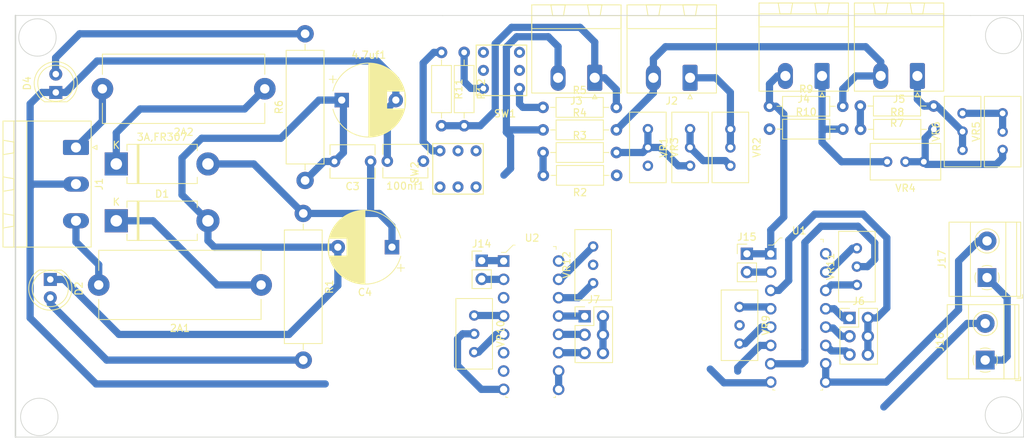
<source format=kicad_pcb>
(kicad_pcb (version 20171130) (host pcbnew "(5.1.6)-1")

  (general
    (thickness 1.6)
    (drawings 10)
    (tracks 245)
    (zones 0)
    (modules 47)
    (nets 51)
  )

  (page A4)
  (layers
    (0 F.Cu signal)
    (31 B.Cu signal)
    (32 B.Adhes user)
    (33 F.Adhes user)
    (34 B.Paste user)
    (35 F.Paste user)
    (36 B.SilkS user hide)
    (37 F.SilkS user)
    (38 B.Mask user)
    (39 F.Mask user)
    (40 Dwgs.User user)
    (41 Cmts.User user)
    (42 Eco1.User user hide)
    (43 Eco2.User user)
    (44 Edge.Cuts user)
    (45 Margin user)
    (46 B.CrtYd user hide)
    (47 F.CrtYd user)
    (48 B.Fab user hide)
    (49 F.Fab user hide)
  )

  (setup
    (last_trace_width 0.25)
    (user_trace_width 0.5)
    (user_trace_width 0.75)
    (user_trace_width 1)
    (trace_clearance 0.2)
    (zone_clearance 0.508)
    (zone_45_only no)
    (trace_min 0.2)
    (via_size 0.8)
    (via_drill 0.4)
    (via_min_size 0.4)
    (via_min_drill 0.3)
    (user_via 1.5 0.7)
    (user_via 2 0.7)
    (uvia_size 0.3)
    (uvia_drill 0.1)
    (uvias_allowed no)
    (uvia_min_size 0.2)
    (uvia_min_drill 0.1)
    (edge_width 0.1)
    (segment_width 0.2)
    (pcb_text_width 0.3)
    (pcb_text_size 1.5 1.5)
    (mod_edge_width 0.15)
    (mod_text_size 1 1)
    (mod_text_width 0.15)
    (pad_size 1.5 1.5)
    (pad_drill 0.6)
    (pad_to_mask_clearance 0)
    (solder_mask_min_width 0.25)
    (aux_axis_origin 0 0)
    (visible_elements 7FFFFFFF)
    (pcbplotparams
      (layerselection 0x010fc_ffffffff)
      (usegerberextensions false)
      (usegerberattributes false)
      (usegerberadvancedattributes false)
      (creategerberjobfile false)
      (excludeedgelayer true)
      (linewidth 0.100000)
      (plotframeref false)
      (viasonmask false)
      (mode 1)
      (useauxorigin false)
      (hpglpennumber 1)
      (hpglpenspeed 20)
      (hpglpendiameter 15.000000)
      (psnegative false)
      (psa4output false)
      (plotreference true)
      (plotvalue true)
      (plotinvisibletext false)
      (padsonsilk false)
      (subtractmaskfromsilk false)
      (outputformat 1)
      (mirror false)
      (drillshape 1)
      (scaleselection 1)
      (outputdirectory ""))
  )

  (net 0 "")
  (net 1 /GND)
  (net 2 /-15V)
  (net 3 "Net-(2A1-Pad1)")
  (net 4 "Net-(2A1-Pad2)")
  (net 5 "Net-(2A2-Pad2)")
  (net 6 "Net-(2A2-Pad1)")
  (net 7 /15V)
  (net 8 "Net-(D2-Pad2)")
  (net 9 "Net-(D4-Pad2)")
  (net 10 /P1-2)
  (net 11 /5V)
  (net 12 /P1-1)
  (net 13 /P2-1)
  (net 14 /P2-2)
  (net 15 /RG2-2)
  (net 16 /G1000-2)
  (net 17 /G100-2)
  (net 18 /G10-2)
  (net 19 /G10-1)
  (net 20 /G100-1)
  (net 21 /G1000-1)
  (net 22 /RG2-1)
  (net 23 /OUT1)
  (net 24 /OUT-2)
  (net 25 "Net-(R2-Pad2)")
  (net 26 "Net-(R3-Pad2)")
  (net 27 "Net-(R7-Pad2)")
  (net 28 "Net-(R8-Pad2)")
  (net 29 "Net-(R11-Pad1)")
  (net 30 "Net-(R12-Pad1)")
  (net 31 "Net-(SW1-Pad6)")
  (net 32 "Net-(SW1-Pad5)")
  (net 33 "Net-(SW1-Pad4)")
  (net 34 "Net-(SW1-Pad3)")
  (net 35 "Net-(SW2-Pad3)")
  (net 36 "Net-(SW2-Pad4)")
  (net 37 "Net-(SW2-Pad5)")
  (net 38 "Net-(SW2-Pad6)")
  (net 39 "Net-(U1-Pad16)")
  (net 40 "Net-(U1-Pad15)")
  (net 41 "Net-(U1-Pad14)")
  (net 42 "Net-(U1-Pad5)")
  (net 43 "Net-(U1-Pad4)")
  (net 44 "Net-(U2-Pad4)")
  (net 45 "Net-(U2-Pad5)")
  (net 46 "Net-(U2-Pad14)")
  (net 47 "Net-(U2-Pad15)")
  (net 48 "Net-(U2-Pad16)")
  (net 49 "Net-(VR1-Pad1)")
  (net 50 "Net-(VR5-Pad1)")

  (net_class Default "This is the default net class."
    (clearance 0.2)
    (trace_width 0.25)
    (via_dia 0.8)
    (via_drill 0.4)
    (uvia_dia 0.3)
    (uvia_drill 0.1)
    (add_net "Net-(VR1-Pad1)")
    (add_net "Net-(VR5-Pad1)")
  )

  (net_class Power ""
    (clearance 0.2)
    (trace_width 1)
    (via_dia 1.5)
    (via_drill 0.7)
    (uvia_dia 0.3)
    (uvia_drill 0.1)
    (add_net /-15V)
    (add_net /15V)
    (add_net /5V)
    (add_net /G10-1)
    (add_net /G10-2)
    (add_net /G100-1)
    (add_net /G100-2)
    (add_net /G1000-1)
    (add_net /G1000-2)
    (add_net /GND)
    (add_net /OUT-2)
    (add_net /OUT1)
    (add_net /P1-1)
    (add_net /P1-2)
    (add_net /P2-1)
    (add_net /P2-2)
    (add_net /RG2-1)
    (add_net /RG2-2)
    (add_net "Net-(2A1-Pad1)")
    (add_net "Net-(2A1-Pad2)")
    (add_net "Net-(2A2-Pad1)")
    (add_net "Net-(2A2-Pad2)")
    (add_net "Net-(D2-Pad2)")
    (add_net "Net-(D4-Pad2)")
    (add_net "Net-(R11-Pad1)")
    (add_net "Net-(R12-Pad1)")
    (add_net "Net-(R2-Pad2)")
    (add_net "Net-(R3-Pad2)")
    (add_net "Net-(R7-Pad2)")
    (add_net "Net-(R8-Pad2)")
    (add_net "Net-(SW1-Pad3)")
    (add_net "Net-(SW1-Pad4)")
    (add_net "Net-(SW1-Pad5)")
    (add_net "Net-(SW1-Pad6)")
    (add_net "Net-(SW2-Pad3)")
    (add_net "Net-(SW2-Pad4)")
    (add_net "Net-(SW2-Pad5)")
    (add_net "Net-(SW2-Pad6)")
    (add_net "Net-(U1-Pad14)")
    (add_net "Net-(U1-Pad15)")
    (add_net "Net-(U1-Pad16)")
    (add_net "Net-(U1-Pad4)")
    (add_net "Net-(U1-Pad5)")
    (add_net "Net-(U2-Pad14)")
    (add_net "Net-(U2-Pad15)")
    (add_net "Net-(U2-Pad16)")
    (add_net "Net-(U2-Pad4)")
    (add_net "Net-(U2-Pad5)")
  )

  (net_class Standard ""
    (clearance 0.2)
    (trace_width 1)
    (via_dia 1.5)
    (via_drill 0.7)
    (uvia_dia 0.3)
    (uvia_drill 0.1)
  )

  (module Connector_PinHeader_2.54mm:PinHeader_1x02_P2.54mm_Vertical (layer F.Cu) (tedit 59FED5CC) (tstamp 608DCC33)
    (at 124.79528 76.3905)
    (descr "Through hole straight pin header, 1x02, 2.54mm pitch, single row")
    (tags "Through hole pin header THT 1x02 2.54mm single row")
    (path /60604FBB)
    (fp_text reference J14 (at 0 -2.33) (layer F.SilkS)
      (effects (font (size 1 1) (thickness 0.15)))
    )
    (fp_text value Conn_01x02_Male (at 0 4.87) (layer F.Fab)
      (effects (font (size 1 1) (thickness 0.15)))
    )
    (fp_line (start 1.8 -1.8) (end -1.8 -1.8) (layer F.CrtYd) (width 0.05))
    (fp_line (start 1.8 4.35) (end 1.8 -1.8) (layer F.CrtYd) (width 0.05))
    (fp_line (start -1.8 4.35) (end 1.8 4.35) (layer F.CrtYd) (width 0.05))
    (fp_line (start -1.8 -1.8) (end -1.8 4.35) (layer F.CrtYd) (width 0.05))
    (fp_line (start -1.33 -1.33) (end 0 -1.33) (layer F.SilkS) (width 0.12))
    (fp_line (start -1.33 0) (end -1.33 -1.33) (layer F.SilkS) (width 0.12))
    (fp_line (start -1.33 1.27) (end 1.33 1.27) (layer F.SilkS) (width 0.12))
    (fp_line (start 1.33 1.27) (end 1.33 3.87) (layer F.SilkS) (width 0.12))
    (fp_line (start -1.33 1.27) (end -1.33 3.87) (layer F.SilkS) (width 0.12))
    (fp_line (start -1.33 3.87) (end 1.33 3.87) (layer F.SilkS) (width 0.12))
    (fp_line (start -1.27 -0.635) (end -0.635 -1.27) (layer F.Fab) (width 0.1))
    (fp_line (start -1.27 3.81) (end -1.27 -0.635) (layer F.Fab) (width 0.1))
    (fp_line (start 1.27 3.81) (end -1.27 3.81) (layer F.Fab) (width 0.1))
    (fp_line (start 1.27 -1.27) (end 1.27 3.81) (layer F.Fab) (width 0.1))
    (fp_line (start -0.635 -1.27) (end 1.27 -1.27) (layer F.Fab) (width 0.1))
    (fp_text user %R (at 0 1.27 -270) (layer F.Fab)
      (effects (font (size 1 1) (thickness 0.15)))
    )
    (pad 2 thru_hole oval (at 0 2.54) (size 1.7 1.7) (drill 1) (layers *.Cu *.Mask)
      (net 10 /P1-2))
    (pad 1 thru_hole rect (at 0 0) (size 1.7 1.7) (drill 1) (layers *.Cu *.Mask)
      (net 12 /P1-1))
    (model ${KISYS3DMOD}/Connector_PinHeader_2.54mm.3dshapes/PinHeader_1x02_P2.54mm_Vertical.wrl
      (at (xyz 0 0 0))
      (scale (xyz 1 1 1))
      (rotate (xyz 0 0 0))
    )
  )

  (module Potentiometer_THT:Potentiometer_Bourns_3296W_Vertical (layer F.Cu) (tedit 5A3D4994) (tstamp 608DCD0F)
    (at 140.23594 74.43216 90)
    (descr "Potentiometer, vertical, Bourns 3296W, https://www.bourns.com/pdfs/3296.pdf")
    (tags "Potentiometer vertical Bourns 3296W")
    (path /605860CF)
    (fp_text reference VR12 (at -2.54 -3.66 90) (layer F.SilkS)
      (effects (font (size 1 1) (thickness 0.15)))
    )
    (fp_text value 10KOHM (at -2.54 3.67 90) (layer F.Fab)
      (effects (font (size 1 1) (thickness 0.15)))
    )
    (fp_circle (center 0.955 1.15) (end 2.05 1.15) (layer F.Fab) (width 0.1))
    (fp_line (start -7.305 -2.41) (end -7.305 2.42) (layer F.Fab) (width 0.1))
    (fp_line (start -7.305 2.42) (end 2.225 2.42) (layer F.Fab) (width 0.1))
    (fp_line (start 2.225 2.42) (end 2.225 -2.41) (layer F.Fab) (width 0.1))
    (fp_line (start 2.225 -2.41) (end -7.305 -2.41) (layer F.Fab) (width 0.1))
    (fp_line (start 0.955 2.235) (end 0.956 0.066) (layer F.Fab) (width 0.1))
    (fp_line (start 0.955 2.235) (end 0.956 0.066) (layer F.Fab) (width 0.1))
    (fp_line (start -7.425 -2.53) (end 2.345 -2.53) (layer F.SilkS) (width 0.12))
    (fp_line (start -7.425 2.54) (end 2.345 2.54) (layer F.SilkS) (width 0.12))
    (fp_line (start -7.425 -2.53) (end -7.425 2.54) (layer F.SilkS) (width 0.12))
    (fp_line (start 2.345 -2.53) (end 2.345 2.54) (layer F.SilkS) (width 0.12))
    (fp_line (start -7.6 -2.7) (end -7.6 2.7) (layer F.CrtYd) (width 0.05))
    (fp_line (start -7.6 2.7) (end 2.5 2.7) (layer F.CrtYd) (width 0.05))
    (fp_line (start 2.5 2.7) (end 2.5 -2.7) (layer F.CrtYd) (width 0.05))
    (fp_line (start 2.5 -2.7) (end -7.6 -2.7) (layer F.CrtYd) (width 0.05))
    (fp_text user %R (at -3.175 0.005 90) (layer F.Fab)
      (effects (font (size 1 1) (thickness 0.15)))
    )
    (pad 1 thru_hole circle (at 0 0 90) (size 1.44 1.44) (drill 0.8) (layers *.Cu *.Mask)
      (net 47 "Net-(U2-Pad15)"))
    (pad 2 thru_hole circle (at -2.54 0 90) (size 1.44 1.44) (drill 0.8) (layers *.Cu *.Mask)
      (net 2 /-15V))
    (pad 3 thru_hole circle (at -5.08 0 90) (size 1.44 1.44) (drill 0.8) (layers *.Cu *.Mask)
      (net 46 "Net-(U2-Pad14)"))
    (model ${KISYS3DMOD}/Potentiometer_THT.3dshapes/Potentiometer_Bourns_3296W_Vertical.wrl
      (at (xyz 0 0 0))
      (scale (xyz 1 1 1))
      (rotate (xyz 0 0 0))
    )
  )

  (module Resistor_THT:R_Axial_DIN0207_L6.3mm_D2.5mm_P10.16mm_Horizontal (layer F.Cu) (tedit 5AE5139B) (tstamp 608D7B2F)
    (at 119.23014 47.5361 270)
    (descr "Resistor, Axial_DIN0207 series, Axial, Horizontal, pin pitch=10.16mm, 0.25W = 1/4W, length*diameter=6.3*2.5mm^2, http://cdn-reichelt.de/documents/datenblatt/B400/1_4W%23YAG.pdf")
    (tags "Resistor Axial_DIN0207 series Axial Horizontal pin pitch 10.16mm 0.25W = 1/4W length 6.3mm diameter 2.5mm")
    (path /60903051)
    (fp_text reference R11 (at 5.08 -2.37 90) (layer F.SilkS)
      (effects (font (size 1 1) (thickness 0.15)))
    )
    (fp_text value 20kohm (at 5.08 2.37 90) (layer F.Fab)
      (effects (font (size 1 1) (thickness 0.15)))
    )
    (fp_line (start 1.93 -1.25) (end 1.93 1.25) (layer F.Fab) (width 0.1))
    (fp_line (start 1.93 1.25) (end 8.23 1.25) (layer F.Fab) (width 0.1))
    (fp_line (start 8.23 1.25) (end 8.23 -1.25) (layer F.Fab) (width 0.1))
    (fp_line (start 8.23 -1.25) (end 1.93 -1.25) (layer F.Fab) (width 0.1))
    (fp_line (start 0 0) (end 1.93 0) (layer F.Fab) (width 0.1))
    (fp_line (start 10.16 0) (end 8.23 0) (layer F.Fab) (width 0.1))
    (fp_line (start 1.81 -1.37) (end 1.81 1.37) (layer F.SilkS) (width 0.12))
    (fp_line (start 1.81 1.37) (end 8.35 1.37) (layer F.SilkS) (width 0.12))
    (fp_line (start 8.35 1.37) (end 8.35 -1.37) (layer F.SilkS) (width 0.12))
    (fp_line (start 8.35 -1.37) (end 1.81 -1.37) (layer F.SilkS) (width 0.12))
    (fp_line (start 1.04 0) (end 1.81 0) (layer F.SilkS) (width 0.12))
    (fp_line (start 9.12 0) (end 8.35 0) (layer F.SilkS) (width 0.12))
    (fp_line (start -1.05 -1.5) (end -1.05 1.5) (layer F.CrtYd) (width 0.05))
    (fp_line (start -1.05 1.5) (end 11.21 1.5) (layer F.CrtYd) (width 0.05))
    (fp_line (start 11.21 1.5) (end 11.21 -1.5) (layer F.CrtYd) (width 0.05))
    (fp_line (start 11.21 -1.5) (end -1.05 -1.5) (layer F.CrtYd) (width 0.05))
    (fp_text user %R (at 5.08 0 90) (layer F.Fab)
      (effects (font (size 1 1) (thickness 0.15)))
    )
    (pad 1 thru_hole circle (at 0 0 270) (size 1.6 1.6) (drill 0.8) (layers *.Cu *.Mask)
      (net 29 "Net-(R11-Pad1)"))
    (pad 2 thru_hole oval (at 10.16 0 270) (size 1.6 1.6) (drill 0.8) (layers *.Cu *.Mask)
      (net 11 /5V))
    (model ${KISYS3DMOD}/Resistor_THT.3dshapes/R_Axial_DIN0207_L6.3mm_D2.5mm_P10.16mm_Horizontal.wrl
      (at (xyz 0 0 0))
      (scale (xyz 1 1 1))
      (rotate (xyz 0 0 0))
    )
  )

  (module Potentiometer_THT:Potentiometer_Bourns_3296W_Vertical (layer F.Cu) (tedit 5A3D4994) (tstamp 608DC5B6)
    (at 191.42456 55.96382 90)
    (descr "Potentiometer, vertical, Bourns 3296W, https://www.bourns.com/pdfs/3296.pdf")
    (tags "Potentiometer vertical Bourns 3296W")
    (path /60902FF6)
    (fp_text reference VR6 (at -2.54 -3.66 90) (layer F.SilkS)
      (effects (font (size 1 1) (thickness 0.15)))
    )
    (fp_text value 5KOHM (at -2.54 3.67 90) (layer F.Fab)
      (effects (font (size 1 1) (thickness 0.15)))
    )
    (fp_line (start 2.5 -2.7) (end -7.6 -2.7) (layer F.CrtYd) (width 0.05))
    (fp_line (start 2.5 2.7) (end 2.5 -2.7) (layer F.CrtYd) (width 0.05))
    (fp_line (start -7.6 2.7) (end 2.5 2.7) (layer F.CrtYd) (width 0.05))
    (fp_line (start -7.6 -2.7) (end -7.6 2.7) (layer F.CrtYd) (width 0.05))
    (fp_line (start 2.345 -2.53) (end 2.345 2.54) (layer F.SilkS) (width 0.12))
    (fp_line (start -7.425 -2.53) (end -7.425 2.54) (layer F.SilkS) (width 0.12))
    (fp_line (start -7.425 2.54) (end 2.345 2.54) (layer F.SilkS) (width 0.12))
    (fp_line (start -7.425 -2.53) (end 2.345 -2.53) (layer F.SilkS) (width 0.12))
    (fp_line (start 0.955 2.235) (end 0.956 0.066) (layer F.Fab) (width 0.1))
    (fp_line (start 0.955 2.235) (end 0.956 0.066) (layer F.Fab) (width 0.1))
    (fp_line (start 2.225 -2.41) (end -7.305 -2.41) (layer F.Fab) (width 0.1))
    (fp_line (start 2.225 2.42) (end 2.225 -2.41) (layer F.Fab) (width 0.1))
    (fp_line (start -7.305 2.42) (end 2.225 2.42) (layer F.Fab) (width 0.1))
    (fp_line (start -7.305 -2.41) (end -7.305 2.42) (layer F.Fab) (width 0.1))
    (fp_circle (center 0.955 1.15) (end 2.05 1.15) (layer F.Fab) (width 0.1))
    (fp_text user %R (at -3.175 0.005 90) (layer F.Fab)
      (effects (font (size 1 1) (thickness 0.15)))
    )
    (pad 3 thru_hole circle (at -5.08 0 90) (size 1.44 1.44) (drill 0.8) (layers *.Cu *.Mask)
      (net 14 /P2-2))
    (pad 2 thru_hole circle (at -2.54 0 90) (size 1.44 1.44) (drill 0.8) (layers *.Cu *.Mask)
      (net 14 /P2-2))
    (pad 1 thru_hole circle (at 0 0 90) (size 1.44 1.44) (drill 0.8) (layers *.Cu *.Mask)
      (net 50 "Net-(VR5-Pad1)"))
    (model ${KISYS3DMOD}/Potentiometer_THT.3dshapes/Potentiometer_Bourns_3296W_Vertical.wrl
      (at (xyz 0 0 0))
      (scale (xyz 1 1 1))
      (rotate (xyz 0 0 0))
    )
  )

  (module TerminalBlock_Phoenix:TerminalBlock_Phoenix_MKDS-1,5-2-5.08_1x02_P5.08mm_Horizontal (layer F.Cu) (tedit 5B294EBC) (tstamp 608DD686)
    (at 194.564 90.17 90)
    (descr "Terminal Block Phoenix MKDS-1,5-2-5.08, 2 pins, pitch 5.08mm, size 10.2x9.8mm^2, drill diamater 1.3mm, pad diameter 2.6mm, see http://www.farnell.com/datasheets/100425.pdf, script-generated using https://github.com/pointhi/kicad-footprint-generator/scripts/TerminalBlock_Phoenix")
    (tags "THT Terminal Block Phoenix MKDS-1,5-2-5.08 pitch 5.08mm size 10.2x9.8mm^2 drill 1.3mm pad 2.6mm")
    (path /605CB5AF)
    (fp_text reference J16 (at 2.54 -6.26 90) (layer F.SilkS)
      (effects (font (size 1 1) (thickness 0.15)))
    )
    (fp_text value Screw_Terminal_01x02 (at 2.54 5.66 90) (layer F.Fab)
      (effects (font (size 1 1) (thickness 0.15)))
    )
    (fp_line (start 8.13 -5.71) (end -3.04 -5.71) (layer F.CrtYd) (width 0.05))
    (fp_line (start 8.13 5.1) (end 8.13 -5.71) (layer F.CrtYd) (width 0.05))
    (fp_line (start -3.04 5.1) (end 8.13 5.1) (layer F.CrtYd) (width 0.05))
    (fp_line (start -3.04 -5.71) (end -3.04 5.1) (layer F.CrtYd) (width 0.05))
    (fp_line (start -2.84 4.9) (end -2.34 4.9) (layer F.SilkS) (width 0.12))
    (fp_line (start -2.84 4.16) (end -2.84 4.9) (layer F.SilkS) (width 0.12))
    (fp_line (start 3.853 1.023) (end 3.806 1.069) (layer F.SilkS) (width 0.12))
    (fp_line (start 6.15 -1.275) (end 6.115 -1.239) (layer F.SilkS) (width 0.12))
    (fp_line (start 4.046 1.239) (end 4.011 1.274) (layer F.SilkS) (width 0.12))
    (fp_line (start 6.355 -1.069) (end 6.308 -1.023) (layer F.SilkS) (width 0.12))
    (fp_line (start 6.035 -1.138) (end 3.943 0.955) (layer F.Fab) (width 0.1))
    (fp_line (start 6.218 -0.955) (end 4.126 1.138) (layer F.Fab) (width 0.1))
    (fp_line (start 0.955 -1.138) (end -1.138 0.955) (layer F.Fab) (width 0.1))
    (fp_line (start 1.138 -0.955) (end -0.955 1.138) (layer F.Fab) (width 0.1))
    (fp_line (start 7.68 -5.261) (end 7.68 4.66) (layer F.SilkS) (width 0.12))
    (fp_line (start -2.6 -5.261) (end -2.6 4.66) (layer F.SilkS) (width 0.12))
    (fp_line (start -2.6 4.66) (end 7.68 4.66) (layer F.SilkS) (width 0.12))
    (fp_line (start -2.6 -5.261) (end 7.68 -5.261) (layer F.SilkS) (width 0.12))
    (fp_line (start -2.6 -2.301) (end 7.68 -2.301) (layer F.SilkS) (width 0.12))
    (fp_line (start -2.54 -2.3) (end 7.62 -2.3) (layer F.Fab) (width 0.1))
    (fp_line (start -2.6 2.6) (end 7.68 2.6) (layer F.SilkS) (width 0.12))
    (fp_line (start -2.54 2.6) (end 7.62 2.6) (layer F.Fab) (width 0.1))
    (fp_line (start -2.6 4.1) (end 7.68 4.1) (layer F.SilkS) (width 0.12))
    (fp_line (start -2.54 4.1) (end 7.62 4.1) (layer F.Fab) (width 0.1))
    (fp_line (start -2.54 4.1) (end -2.54 -5.2) (layer F.Fab) (width 0.1))
    (fp_line (start -2.04 4.6) (end -2.54 4.1) (layer F.Fab) (width 0.1))
    (fp_line (start 7.62 4.6) (end -2.04 4.6) (layer F.Fab) (width 0.1))
    (fp_line (start 7.62 -5.2) (end 7.62 4.6) (layer F.Fab) (width 0.1))
    (fp_line (start -2.54 -5.2) (end 7.62 -5.2) (layer F.Fab) (width 0.1))
    (fp_circle (center 5.08 0) (end 6.76 0) (layer F.SilkS) (width 0.12))
    (fp_circle (center 5.08 0) (end 6.58 0) (layer F.Fab) (width 0.1))
    (fp_circle (center 0 0) (end 1.5 0) (layer F.Fab) (width 0.1))
    (fp_text user %R (at 2.54 3.2 90) (layer F.Fab)
      (effects (font (size 1 1) (thickness 0.15)))
    )
    (fp_arc (start 0 0) (end -0.684 1.535) (angle -25) (layer F.SilkS) (width 0.12))
    (fp_arc (start 0 0) (end -1.535 -0.684) (angle -48) (layer F.SilkS) (width 0.12))
    (fp_arc (start 0 0) (end 0.684 -1.535) (angle -48) (layer F.SilkS) (width 0.12))
    (fp_arc (start 0 0) (end 1.535 0.684) (angle -48) (layer F.SilkS) (width 0.12))
    (fp_arc (start 0 0) (end 0 1.68) (angle -24) (layer F.SilkS) (width 0.12))
    (pad 2 thru_hole circle (at 5.08 0 90) (size 2.6 2.6) (drill 1.3) (layers *.Cu *.Mask)
      (net 23 /OUT1))
    (pad 1 thru_hole rect (at 0 0 90) (size 2.6 2.6) (drill 1.3) (layers *.Cu *.Mask)
      (net 1 /GND))
    (model ${KISYS3DMOD}/TerminalBlock_Phoenix.3dshapes/TerminalBlock_Phoenix_MKDS-1,5-2-5.08_1x02_P5.08mm_Horizontal.wrl
      (at (xyz 0 0 0))
      (scale (xyz 1 1 1))
      (rotate (xyz 0 0 0))
    )
  )

  (module Potentiometer_THT:Potentiometer_Bourns_3296W_Vertical (layer F.Cu) (tedit 5A3D4994) (tstamp 608DD1BB)
    (at 160.528 87.884 270)
    (descr "Potentiometer, vertical, Bourns 3296W, https://www.bourns.com/pdfs/3296.pdf")
    (tags "Potentiometer vertical Bourns 3296W")
    (path /605B25C9)
    (fp_text reference VR9 (at -2.54 -3.66 270) (layer F.SilkS)
      (effects (font (size 1 1) (thickness 0.15)))
    )
    (fp_text value 10KOHM (at -2.54 3.67 270) (layer F.Fab)
      (effects (font (size 1 1) (thickness 0.15)))
    )
    (fp_circle (center 0.955 1.15) (end 2.05 1.15) (layer F.Fab) (width 0.1))
    (fp_line (start -7.305 -2.41) (end -7.305 2.42) (layer F.Fab) (width 0.1))
    (fp_line (start -7.305 2.42) (end 2.225 2.42) (layer F.Fab) (width 0.1))
    (fp_line (start 2.225 2.42) (end 2.225 -2.41) (layer F.Fab) (width 0.1))
    (fp_line (start 2.225 -2.41) (end -7.305 -2.41) (layer F.Fab) (width 0.1))
    (fp_line (start 0.955 2.235) (end 0.956 0.066) (layer F.Fab) (width 0.1))
    (fp_line (start 0.955 2.235) (end 0.956 0.066) (layer F.Fab) (width 0.1))
    (fp_line (start -7.425 -2.53) (end 2.345 -2.53) (layer F.SilkS) (width 0.12))
    (fp_line (start -7.425 2.54) (end 2.345 2.54) (layer F.SilkS) (width 0.12))
    (fp_line (start -7.425 -2.53) (end -7.425 2.54) (layer F.SilkS) (width 0.12))
    (fp_line (start 2.345 -2.53) (end 2.345 2.54) (layer F.SilkS) (width 0.12))
    (fp_line (start -7.6 -2.7) (end -7.6 2.7) (layer F.CrtYd) (width 0.05))
    (fp_line (start -7.6 2.7) (end 2.5 2.7) (layer F.CrtYd) (width 0.05))
    (fp_line (start 2.5 2.7) (end 2.5 -2.7) (layer F.CrtYd) (width 0.05))
    (fp_line (start 2.5 -2.7) (end -7.6 -2.7) (layer F.CrtYd) (width 0.05))
    (fp_text user %R (at -3.175 0.005 270) (layer F.Fab)
      (effects (font (size 1 1) (thickness 0.15)))
    )
    (pad 1 thru_hole circle (at 0 0 270) (size 1.44 1.44) (drill 0.8) (layers *.Cu *.Mask)
      (net 42 "Net-(U1-Pad5)"))
    (pad 2 thru_hole circle (at -2.54 0 270) (size 1.44 1.44) (drill 0.8) (layers *.Cu *.Mask)
      (net 7 /15V))
    (pad 3 thru_hole circle (at -5.08 0 270) (size 1.44 1.44) (drill 0.8) (layers *.Cu *.Mask)
      (net 43 "Net-(U1-Pad4)"))
    (model ${KISYS3DMOD}/Potentiometer_THT.3dshapes/Potentiometer_Bourns_3296W_Vertical.wrl
      (at (xyz 0 0 0))
      (scale (xyz 1 1 1))
      (rotate (xyz 0 0 0))
    )
  )

  (module Resistor_THT:R_Axial_DIN0207_L6.3mm_D2.5mm_P10.16mm_Horizontal (layer F.Cu) (tedit 5AE5139B) (tstamp 608D70C4)
    (at 122.36958 47.5361 270)
    (descr "Resistor, Axial_DIN0207 series, Axial, Horizontal, pin pitch=10.16mm, 0.25W = 1/4W, length*diameter=6.3*2.5mm^2, http://cdn-reichelt.de/documents/datenblatt/B400/1_4W%23YAG.pdf")
    (tags "Resistor Axial_DIN0207 series Axial Horizontal pin pitch 10.16mm 0.25W = 1/4W length 6.3mm diameter 2.5mm")
    (path /6067C8AB)
    (fp_text reference R12 (at 5.08 -2.37 270) (layer F.SilkS)
      (effects (font (size 1 1) (thickness 0.15)))
    )
    (fp_text value 20kohm (at 5.08 2.37 270) (layer F.Fab)
      (effects (font (size 1 1) (thickness 0.15)))
    )
    (fp_line (start 11.21 -1.5) (end -1.05 -1.5) (layer F.CrtYd) (width 0.05))
    (fp_line (start 11.21 1.5) (end 11.21 -1.5) (layer F.CrtYd) (width 0.05))
    (fp_line (start -1.05 1.5) (end 11.21 1.5) (layer F.CrtYd) (width 0.05))
    (fp_line (start -1.05 -1.5) (end -1.05 1.5) (layer F.CrtYd) (width 0.05))
    (fp_line (start 9.12 0) (end 8.35 0) (layer F.SilkS) (width 0.12))
    (fp_line (start 1.04 0) (end 1.81 0) (layer F.SilkS) (width 0.12))
    (fp_line (start 8.35 -1.37) (end 1.81 -1.37) (layer F.SilkS) (width 0.12))
    (fp_line (start 8.35 1.37) (end 8.35 -1.37) (layer F.SilkS) (width 0.12))
    (fp_line (start 1.81 1.37) (end 8.35 1.37) (layer F.SilkS) (width 0.12))
    (fp_line (start 1.81 -1.37) (end 1.81 1.37) (layer F.SilkS) (width 0.12))
    (fp_line (start 10.16 0) (end 8.23 0) (layer F.Fab) (width 0.1))
    (fp_line (start 0 0) (end 1.93 0) (layer F.Fab) (width 0.1))
    (fp_line (start 8.23 -1.25) (end 1.93 -1.25) (layer F.Fab) (width 0.1))
    (fp_line (start 8.23 1.25) (end 8.23 -1.25) (layer F.Fab) (width 0.1))
    (fp_line (start 1.93 1.25) (end 8.23 1.25) (layer F.Fab) (width 0.1))
    (fp_line (start 1.93 -1.25) (end 1.93 1.25) (layer F.Fab) (width 0.1))
    (fp_text user %R (at 5.08 0 270) (layer F.Fab)
      (effects (font (size 1 1) (thickness 0.15)))
    )
    (pad 2 thru_hole oval (at 10.16 0 270) (size 1.6 1.6) (drill 0.8) (layers *.Cu *.Mask)
      (net 11 /5V))
    (pad 1 thru_hole circle (at 0 0 270) (size 1.6 1.6) (drill 0.8) (layers *.Cu *.Mask)
      (net 30 "Net-(R12-Pad1)"))
    (model ${KISYS3DMOD}/Resistor_THT.3dshapes/R_Axial_DIN0207_L6.3mm_D2.5mm_P10.16mm_Horizontal.wrl
      (at (xyz 0 0 0))
      (scale (xyz 1 1 1))
      (rotate (xyz 0 0 0))
    )
  )

  (module Connector_Phoenix_MSTB:PhoenixContact_MSTBA_2,5_2-G-5,08_1x02_P5.08mm_Horizontal (layer F.Cu) (tedit 5B785047) (tstamp 608DB3C7)
    (at 153.67 51.054 180)
    (descr "Generic Phoenix Contact connector footprint for: MSTBA_2,5/2-G-5,08; number of pins: 02; pin pitch: 5.08mm; Angled || order number: 1757242 12A || order number: 1923869 16A (HC)")
    (tags "phoenix_contact connector MSTBA_01x02_G_5.08mm")
    (path /605CDB2D)
    (fp_text reference J2 (at 2.54 -3.2 180) (layer F.SilkS)
      (effects (font (size 1 1) (thickness 0.15)))
    )
    (fp_text value Screw_Terminal_01x02 (at 2.54 11.2 180) (layer F.Fab)
      (effects (font (size 1 1) (thickness 0.15)))
    )
    (fp_line (start 0 -0.5) (end -0.95 -2) (layer F.Fab) (width 0.1))
    (fp_line (start 0.95 -2) (end 0 -0.5) (layer F.Fab) (width 0.1))
    (fp_line (start -0.3 -2.91) (end 0.3 -2.91) (layer F.SilkS) (width 0.12))
    (fp_line (start 0 -2.31) (end -0.3 -2.91) (layer F.SilkS) (width 0.12))
    (fp_line (start 0.3 -2.91) (end 0 -2.31) (layer F.SilkS) (width 0.12))
    (fp_line (start 9.12 -2.5) (end -4.04 -2.5) (layer F.CrtYd) (width 0.05))
    (fp_line (start 9.12 10.5) (end 9.12 -2.5) (layer F.CrtYd) (width 0.05))
    (fp_line (start -4.04 10.5) (end 9.12 10.5) (layer F.CrtYd) (width 0.05))
    (fp_line (start -4.04 -2.5) (end -4.04 10.5) (layer F.CrtYd) (width 0.05))
    (fp_line (start 4.33 8.61) (end 4.08 10.11) (layer F.SilkS) (width 0.12))
    (fp_line (start 5.83 8.61) (end 4.33 8.61) (layer F.SilkS) (width 0.12))
    (fp_line (start 6.08 10.11) (end 5.83 8.61) (layer F.SilkS) (width 0.12))
    (fp_line (start 4.08 10.11) (end 6.08 10.11) (layer F.SilkS) (width 0.12))
    (fp_line (start -0.75 8.61) (end -1 10.11) (layer F.SilkS) (width 0.12))
    (fp_line (start 0.75 8.61) (end -0.75 8.61) (layer F.SilkS) (width 0.12))
    (fp_line (start 1 10.11) (end 0.75 8.61) (layer F.SilkS) (width 0.12))
    (fp_line (start -1 10.11) (end 1 10.11) (layer F.SilkS) (width 0.12))
    (fp_line (start 8.73 8.61) (end -3.65 8.61) (layer F.SilkS) (width 0.12))
    (fp_line (start 8.73 6.81) (end 8.73 8.61) (layer F.SilkS) (width 0.12))
    (fp_line (start -3.65 6.81) (end 8.73 6.81) (layer F.SilkS) (width 0.12))
    (fp_line (start -3.65 8.61) (end -3.65 6.81) (layer F.SilkS) (width 0.12))
    (fp_line (start 8.62 -2) (end -3.54 -2) (layer F.Fab) (width 0.1))
    (fp_line (start 8.62 10) (end 8.62 -2) (layer F.Fab) (width 0.1))
    (fp_line (start -3.54 10) (end 8.62 10) (layer F.Fab) (width 0.1))
    (fp_line (start -3.54 -2) (end -3.54 10) (layer F.Fab) (width 0.1))
    (fp_line (start 8.73 -2.11) (end -3.65 -2.11) (layer F.SilkS) (width 0.12))
    (fp_line (start 8.73 10.11) (end 8.73 -2.11) (layer F.SilkS) (width 0.12))
    (fp_line (start -3.65 10.11) (end 8.73 10.11) (layer F.SilkS) (width 0.12))
    (fp_line (start -3.65 -2.11) (end -3.65 10.11) (layer F.SilkS) (width 0.12))
    (fp_text user %R (at 2.54 -1.3 180) (layer F.Fab)
      (effects (font (size 1 1) (thickness 0.15)))
    )
    (pad 2 thru_hole oval (at 5.08 0 180) (size 2.08 3.6) (drill 1.4) (layers *.Cu *.Mask)
      (net 1 /GND))
    (pad 1 thru_hole roundrect (at 0 0 180) (size 2.08 3.6) (drill 1.4) (layers *.Cu *.Mask) (roundrect_rratio 0.120192)
      (net 10 /P1-2))
    (model ${KISYS3DMOD}/Connector_Phoenix_MSTB.3dshapes/PhoenixContact_MSTBA_2,5_2-G-5,08_1x02_P5.08mm_Horizontal.wrl
      (at (xyz 0 0 0))
      (scale (xyz 1 1 1))
      (rotate (xyz 0 0 0))
    )
  )

  (module digikey-footprints:DIP-16_W7.62mm (layer F.Cu) (tedit 59C51584) (tstamp 608DCD68)
    (at 127.8382 76.44384)
    (path /6058504E)
    (fp_text reference U2 (at 3.94 -3.2) (layer F.SilkS)
      (effects (font (size 1 1) (thickness 0.15)))
    )
    (fp_text value AD524BDZ (at 3.8 20) (layer F.Fab)
      (effects (font (size 1 1) (thickness 0.15)))
    )
    (fp_line (start 0.3 18.7) (end 0.3 18.9) (layer F.SilkS) (width 0.1))
    (fp_line (start 0.3 18.9) (end 0.6 18.9) (layer F.SilkS) (width 0.1))
    (fp_line (start 6.9 18.9) (end 7.2 18.9) (layer F.SilkS) (width 0.1))
    (fp_line (start 7.2 18.9) (end 7.2 18.7) (layer F.SilkS) (width 0.1))
    (fp_line (start 0.48 18.79) (end 7.08 18.79) (layer F.Fab) (width 0.1))
    (fp_line (start -1.05 19.05) (end 8.67 19.05) (layer F.CrtYd) (width 0.05))
    (fp_line (start -0.08 -1.2) (end -0.33 -1.2) (layer F.SilkS) (width 0.1))
    (fp_line (start 0.3 -1.2) (end -0.07 -1.2) (layer F.SilkS) (width 0.1))
    (fp_line (start -1.05 -2.25) (end 8.67 -2.25) (layer F.CrtYd) (width 0.05))
    (fp_line (start 8.67 19.05) (end 8.67 -2.25) (layer F.CrtYd) (width 0.05))
    (fp_line (start -1.05 -2.25) (end -1.05 19.05) (layer F.CrtYd) (width 0.05))
    (fp_line (start 1.6 -2.2) (end 1.3 -2.2) (layer F.SilkS) (width 0.1))
    (fp_line (start 1.3 -2.2) (end 0.3 -1.2) (layer F.SilkS) (width 0.1))
    (fp_line (start 7.28 -1.61) (end 7.28 -2.01) (layer F.SilkS) (width 0.1))
    (fp_line (start 7.28 -2.01) (end 6.88 -2.01) (layer F.SilkS) (width 0.1))
    (fp_line (start 0.48 -0.9) (end 0.48 18.79) (layer F.Fab) (width 0.1))
    (fp_line (start 1.38 -1.8) (end 7.08 -1.8) (layer F.Fab) (width 0.1))
    (fp_line (start 0.48 -0.9) (end 1.38 -1.8) (layer F.Fab) (width 0.1))
    (fp_line (start 7.08 -1.8) (end 7.08 18.79) (layer F.Fab) (width 0.1))
    (fp_text user REF** (at 3.84 7.97) (layer F.Fab)
      (effects (font (size 1 1) (thickness 0.1)))
    )
    (pad 1 thru_hole rect (at 0 0) (size 1.6 1.6) (drill 1) (layers *.Cu *.Mask)
      (net 12 /P1-1))
    (pad 2 thru_hole circle (at 0 2.54) (size 1.6 1.6) (drill 1) (layers *.Cu *.Mask)
      (net 10 /P1-2))
    (pad 3 thru_hole circle (at 0 5.08) (size 1.6 1.6) (drill 1) (layers *.Cu *.Mask)
      (net 22 /RG2-1))
    (pad 4 thru_hole circle (at 0 7.62) (size 1.6 1.6) (drill 1) (layers *.Cu *.Mask)
      (net 44 "Net-(U2-Pad4)"))
    (pad 5 thru_hole circle (at 0 10.16) (size 1.6 1.6) (drill 1) (layers *.Cu *.Mask)
      (net 45 "Net-(U2-Pad5)"))
    (pad 6 thru_hole circle (at 0 12.7) (size 1.6 1.6) (drill 1) (layers *.Cu *.Mask)
      (net 1 /GND))
    (pad 7 thru_hole circle (at 0 15.24) (size 1.6 1.6) (drill 1) (layers *.Cu *.Mask)
      (net 2 /-15V))
    (pad 10 thru_hole circle (at 7.62 15.24) (size 1.6 1.6) (drill 1) (layers *.Cu *.Mask)
      (net 23 /OUT1))
    (pad 11 thru_hole circle (at 7.62 12.7) (size 1.6 1.6) (drill 1) (layers *.Cu *.Mask)
      (net 21 /G1000-1))
    (pad 12 thru_hole circle (at 7.62 10.16) (size 1.6 1.6) (drill 1) (layers *.Cu *.Mask)
      (net 20 /G100-1))
    (pad 13 thru_hole circle (at 7.62 7.62) (size 1.6 1.6) (drill 1) (layers *.Cu *.Mask)
      (net 19 /G10-1))
    (pad 14 thru_hole circle (at 7.62 5.08) (size 1.6 1.6) (drill 1) (layers *.Cu *.Mask)
      (net 46 "Net-(U2-Pad14)"))
    (pad 15 thru_hole circle (at 7.62 2.54) (size 1.6 1.6) (drill 1) (layers *.Cu *.Mask)
      (net 47 "Net-(U2-Pad15)"))
    (pad 16 thru_hole circle (at 7.62 0) (size 1.6 1.6) (drill 1) (layers *.Cu *.Mask)
      (net 48 "Net-(U2-Pad16)"))
    (pad 8 thru_hole circle (at 0 17.78) (size 1.6 1.6) (drill 1) (layers *.Cu *.Mask)
      (net 7 /15V))
    (pad 9 thru_hole circle (at 7.62 17.78) (size 1.6 1.6) (drill 1) (layers *.Cu *.Mask)
      (net 23 /OUT1))
  )

  (module Resistor_THT:R_Axial_DIN0207_L6.3mm_D2.5mm_P10.16mm_Horizontal (layer F.Cu) (tedit 5AE5139B) (tstamp 608DC81A)
    (at 177.292 58.19394)
    (descr "Resistor, Axial_DIN0207 series, Axial, Horizontal, pin pitch=10.16mm, 0.25W = 1/4W, length*diameter=6.3*2.5mm^2, http://cdn-reichelt.de/documents/datenblatt/B400/1_4W%23YAG.pdf")
    (tags "Resistor Axial_DIN0207 series Axial Horizontal pin pitch 10.16mm 0.25W = 1/4W length 6.3mm diameter 2.5mm")
    (path /6090303B)
    (fp_text reference R8 (at 5.08 -2.37) (layer F.SilkS)
      (effects (font (size 1 1) (thickness 0.15)))
    )
    (fp_text value 1kohm (at 5.08 2.37) (layer F.Fab)
      (effects (font (size 1 1) (thickness 0.15)))
    )
    (fp_line (start 11.21 -1.5) (end -1.05 -1.5) (layer F.CrtYd) (width 0.05))
    (fp_line (start 11.21 1.5) (end 11.21 -1.5) (layer F.CrtYd) (width 0.05))
    (fp_line (start -1.05 1.5) (end 11.21 1.5) (layer F.CrtYd) (width 0.05))
    (fp_line (start -1.05 -1.5) (end -1.05 1.5) (layer F.CrtYd) (width 0.05))
    (fp_line (start 9.12 0) (end 8.35 0) (layer F.SilkS) (width 0.12))
    (fp_line (start 1.04 0) (end 1.81 0) (layer F.SilkS) (width 0.12))
    (fp_line (start 8.35 -1.37) (end 1.81 -1.37) (layer F.SilkS) (width 0.12))
    (fp_line (start 8.35 1.37) (end 8.35 -1.37) (layer F.SilkS) (width 0.12))
    (fp_line (start 1.81 1.37) (end 8.35 1.37) (layer F.SilkS) (width 0.12))
    (fp_line (start 1.81 -1.37) (end 1.81 1.37) (layer F.SilkS) (width 0.12))
    (fp_line (start 10.16 0) (end 8.23 0) (layer F.Fab) (width 0.1))
    (fp_line (start 0 0) (end 1.93 0) (layer F.Fab) (width 0.1))
    (fp_line (start 8.23 -1.25) (end 1.93 -1.25) (layer F.Fab) (width 0.1))
    (fp_line (start 8.23 1.25) (end 8.23 -1.25) (layer F.Fab) (width 0.1))
    (fp_line (start 1.93 1.25) (end 8.23 1.25) (layer F.Fab) (width 0.1))
    (fp_line (start 1.93 -1.25) (end 1.93 1.25) (layer F.Fab) (width 0.1))
    (fp_text user %R (at 5.08 0) (layer F.Fab)
      (effects (font (size 1 1) (thickness 0.15)))
    )
    (pad 2 thru_hole oval (at 10.16 0) (size 1.6 1.6) (drill 0.8) (layers *.Cu *.Mask)
      (net 28 "Net-(R8-Pad2)"))
    (pad 1 thru_hole circle (at 0 0) (size 1.6 1.6) (drill 0.8) (layers *.Cu *.Mask)
      (net 27 "Net-(R7-Pad2)"))
    (model ${KISYS3DMOD}/Resistor_THT.3dshapes/R_Axial_DIN0207_L6.3mm_D2.5mm_P10.16mm_Horizontal.wrl
      (at (xyz 0 0 0))
      (scale (xyz 1 1 1))
      (rotate (xyz 0 0 0))
    )
  )

  (module Capacitor_THT:C_Disc_D6.0mm_W4.4mm_P5.00mm (layer F.Cu) (tedit 5AE50EF0) (tstamp 608D7F32)
    (at 116.72316 62.5983 180)
    (descr "C, Disc series, Radial, pin pitch=5.00mm, , diameter*width=6*4.4mm^2, Capacitor")
    (tags "C Disc series Radial pin pitch 5.00mm  diameter 6mm width 4.4mm Capacitor")
    (path /605F523D)
    (fp_text reference 100nf1 (at 2.5 -3.45) (layer F.SilkS)
      (effects (font (size 1 1) (thickness 0.15)))
    )
    (fp_text value C (at 2.5 3.45) (layer F.Fab)
      (effects (font (size 1 1) (thickness 0.15)))
    )
    (fp_line (start -0.5 -2.2) (end -0.5 2.2) (layer F.Fab) (width 0.1))
    (fp_line (start -0.5 2.2) (end 5.5 2.2) (layer F.Fab) (width 0.1))
    (fp_line (start 5.5 2.2) (end 5.5 -2.2) (layer F.Fab) (width 0.1))
    (fp_line (start 5.5 -2.2) (end -0.5 -2.2) (layer F.Fab) (width 0.1))
    (fp_line (start -0.62 -2.321) (end 5.62 -2.321) (layer F.SilkS) (width 0.12))
    (fp_line (start -0.62 2.321) (end 5.62 2.321) (layer F.SilkS) (width 0.12))
    (fp_line (start -0.62 -2.321) (end -0.62 -0.925) (layer F.SilkS) (width 0.12))
    (fp_line (start -0.62 0.925) (end -0.62 2.321) (layer F.SilkS) (width 0.12))
    (fp_line (start 5.62 -2.321) (end 5.62 -0.925) (layer F.SilkS) (width 0.12))
    (fp_line (start 5.62 0.925) (end 5.62 2.321) (layer F.SilkS) (width 0.12))
    (fp_line (start -1.05 -2.45) (end -1.05 2.45) (layer F.CrtYd) (width 0.05))
    (fp_line (start -1.05 2.45) (end 6.05 2.45) (layer F.CrtYd) (width 0.05))
    (fp_line (start 6.05 2.45) (end 6.05 -2.45) (layer F.CrtYd) (width 0.05))
    (fp_line (start 6.05 -2.45) (end -1.05 -2.45) (layer F.CrtYd) (width 0.05))
    (fp_text user %R (at 2.5 0) (layer F.Fab)
      (effects (font (size 1 1) (thickness 0.15)))
    )
    (pad 1 thru_hole circle (at 0 0 180) (size 1.6 1.6) (drill 0.8) (layers *.Cu *.Mask)
      (net 1 /GND))
    (pad 2 thru_hole circle (at 5 0 180) (size 1.6 1.6) (drill 0.8) (layers *.Cu *.Mask)
      (net 2 /-15V))
    (model ${KISYS3DMOD}/Capacitor_THT.3dshapes/C_Disc_D6.0mm_W4.4mm_P5.00mm.wrl
      (at (xyz 0 0 0))
      (scale (xyz 1 1 1))
      (rotate (xyz 0 0 0))
    )
  )

  (module Fuse:Fuseholder_Cylinder-5x20mm_Schurter_0031_8201_Horizontal_Open (layer F.Cu) (tedit 5A1C8BA4) (tstamp 608DA18C)
    (at 94.234 79.756 180)
    (descr http://www.schurter.com/var/schurter/storage/ilcatalogue/files/document/datasheet/en/pdf/typ_OGN.pdf)
    (tags "Fuseholder horizontal open 5x20 Schurter 0031.8201")
    (path /60790CE8)
    (fp_text reference 2A1 (at 11.25 -6 180) (layer F.SilkS)
      (effects (font (size 1 1) (thickness 0.15)))
    )
    (fp_text value Fuse (at 11.25 6 180) (layer F.Fab)
      (effects (font (size 1 1) (thickness 0.15)))
    )
    (fp_line (start 0.1 -4.7) (end 0.1 4.7) (layer F.Fab) (width 0.1))
    (fp_line (start 0.1 4.7) (end 22.4 4.7) (layer F.Fab) (width 0.1))
    (fp_line (start 22.4 4.7) (end 22.4 -4.7) (layer F.Fab) (width 0.1))
    (fp_line (start 22.4 -4.7) (end 0.1 -4.7) (layer F.Fab) (width 0.1))
    (fp_line (start -0.25 5.05) (end -0.25 1.95) (layer F.CrtYd) (width 0.05))
    (fp_line (start 22.5 4.8) (end 22.5 2) (layer F.SilkS) (width 0.12))
    (fp_line (start 22.5 -2) (end 22.5 -4.8) (layer F.SilkS) (width 0.12))
    (fp_line (start 0 -2) (end 0 -4.8) (layer F.SilkS) (width 0.12))
    (fp_line (start 0 -4.8) (end 22.5 -4.8) (layer F.SilkS) (width 0.12))
    (fp_line (start 22.75 5.05) (end -0.25 5.05) (layer F.CrtYd) (width 0.05))
    (fp_line (start -0.25 -5.05) (end 22.75 -5.05) (layer F.CrtYd) (width 0.05))
    (fp_line (start 0 4.8) (end 22.5 4.8) (layer F.SilkS) (width 0.12))
    (fp_line (start -0.25 -1.95) (end -0.25 -5.05) (layer F.CrtYd) (width 0.05))
    (fp_line (start 22.75 -1.95) (end 22.75 -5.05) (layer F.CrtYd) (width 0.05))
    (fp_line (start 22.75 1.95) (end 22.75 5.05) (layer F.CrtYd) (width 0.05))
    (fp_line (start 0 4.8) (end 0 2) (layer F.SilkS) (width 0.12))
    (fp_text user %R (at 11.25 4 180) (layer F.Fab)
      (effects (font (size 1 1) (thickness 0.15)))
    )
    (fp_arc (start 22.5 0) (end 22.75 -1.95) (angle 165.3) (layer F.CrtYd) (width 0.05))
    (fp_arc (start 0 0) (end -0.25 1.95) (angle 165.3) (layer F.CrtYd) (width 0.05))
    (pad 1 thru_hole circle (at 0 0 180) (size 3 3) (drill 1.3) (layers *.Cu *.Mask)
      (net 3 "Net-(2A1-Pad1)"))
    (pad 2 thru_hole circle (at 22.5 0 180) (size 3 3) (drill 1.3) (layers *.Cu *.Mask)
      (net 4 "Net-(2A1-Pad2)"))
    (pad "" np_thru_hole circle (at 11.25 0 180) (size 2.7 2.7) (drill 2.7) (layers *.Cu *.Mask))
    (model ${KISYS3DMOD}/Fuse.3dshapes/Fuseholder_Cylinder-5x20mm_Schurter_0031_8201_Horizontal_Open.wrl
      (at (xyz 0 0 0))
      (scale (xyz 1 1 1))
      (rotate (xyz 0 0 0))
    )
  )

  (module Fuse:Fuseholder_Cylinder-5x20mm_Schurter_0031_8201_Horizontal_Open (layer F.Cu) (tedit 5A1C8BA4) (tstamp 608D7EA1)
    (at 94.742 52.578 180)
    (descr http://www.schurter.com/var/schurter/storage/ilcatalogue/files/document/datasheet/en/pdf/typ_OGN.pdf)
    (tags "Fuseholder horizontal open 5x20 Schurter 0031.8201")
    (path /605D426D)
    (fp_text reference 2A2 (at 11.25 -6 180) (layer F.SilkS)
      (effects (font (size 1 1) (thickness 0.15)))
    )
    (fp_text value Fuse (at 11.25 6 180) (layer F.Fab)
      (effects (font (size 1 1) (thickness 0.15)))
    )
    (fp_line (start 0 4.8) (end 0 2) (layer F.SilkS) (width 0.12))
    (fp_line (start 22.75 1.95) (end 22.75 5.05) (layer F.CrtYd) (width 0.05))
    (fp_line (start 22.75 -1.95) (end 22.75 -5.05) (layer F.CrtYd) (width 0.05))
    (fp_line (start -0.25 -1.95) (end -0.25 -5.05) (layer F.CrtYd) (width 0.05))
    (fp_line (start 0 4.8) (end 22.5 4.8) (layer F.SilkS) (width 0.12))
    (fp_line (start -0.25 -5.05) (end 22.75 -5.05) (layer F.CrtYd) (width 0.05))
    (fp_line (start 22.75 5.05) (end -0.25 5.05) (layer F.CrtYd) (width 0.05))
    (fp_line (start 0 -4.8) (end 22.5 -4.8) (layer F.SilkS) (width 0.12))
    (fp_line (start 0 -2) (end 0 -4.8) (layer F.SilkS) (width 0.12))
    (fp_line (start 22.5 -2) (end 22.5 -4.8) (layer F.SilkS) (width 0.12))
    (fp_line (start 22.5 4.8) (end 22.5 2) (layer F.SilkS) (width 0.12))
    (fp_line (start -0.25 5.05) (end -0.25 1.95) (layer F.CrtYd) (width 0.05))
    (fp_line (start 22.4 -4.7) (end 0.1 -4.7) (layer F.Fab) (width 0.1))
    (fp_line (start 22.4 4.7) (end 22.4 -4.7) (layer F.Fab) (width 0.1))
    (fp_line (start 0.1 4.7) (end 22.4 4.7) (layer F.Fab) (width 0.1))
    (fp_line (start 0.1 -4.7) (end 0.1 4.7) (layer F.Fab) (width 0.1))
    (fp_arc (start 0 0) (end -0.25 1.95) (angle 165.3) (layer F.CrtYd) (width 0.05))
    (fp_arc (start 22.5 0) (end 22.75 -1.95) (angle 165.3) (layer F.CrtYd) (width 0.05))
    (fp_text user %R (at 11.25 4 180) (layer F.Fab)
      (effects (font (size 1 1) (thickness 0.15)))
    )
    (pad "" np_thru_hole circle (at 11.25 0 180) (size 2.7 2.7) (drill 2.7) (layers *.Cu *.Mask))
    (pad 2 thru_hole circle (at 22.5 0 180) (size 3 3) (drill 1.3) (layers *.Cu *.Mask)
      (net 5 "Net-(2A2-Pad2)"))
    (pad 1 thru_hole circle (at 0 0 180) (size 3 3) (drill 1.3) (layers *.Cu *.Mask)
      (net 6 "Net-(2A2-Pad1)"))
    (model ${KISYS3DMOD}/Fuse.3dshapes/Fuseholder_Cylinder-5x20mm_Schurter_0031_8201_Horizontal_Open.wrl
      (at (xyz 0 0 0))
      (scale (xyz 1 1 1))
      (rotate (xyz 0 0 0))
    )
  )

  (module Diode_THT:D_DO-201AD_P12.70mm_Horizontal (layer F.Cu) (tedit 5AE50CD5) (tstamp 608D7BF1)
    (at 74.168 62.992)
    (descr "Diode, DO-201AD series, Axial, Horizontal, pin pitch=12.7mm, , length*diameter=9.5*5.2mm^2, , http://www.diodes.com/_files/packages/DO-201AD.pdf")
    (tags "Diode DO-201AD series Axial Horizontal pin pitch 12.7mm  length 9.5mm diameter 5.2mm")
    (path /605D479D)
    (fp_text reference 3A,FR307 (at 6.35 -3.72) (layer F.SilkS)
      (effects (font (size 1 1) (thickness 0.15)))
    )
    (fp_text value DIODE (at 6.35 3.72) (layer F.Fab)
      (effects (font (size 1 1) (thickness 0.15)))
    )
    (fp_line (start 14.55 -2.85) (end -1.85 -2.85) (layer F.CrtYd) (width 0.05))
    (fp_line (start 14.55 2.85) (end 14.55 -2.85) (layer F.CrtYd) (width 0.05))
    (fp_line (start -1.85 2.85) (end 14.55 2.85) (layer F.CrtYd) (width 0.05))
    (fp_line (start -1.85 -2.85) (end -1.85 2.85) (layer F.CrtYd) (width 0.05))
    (fp_line (start 2.905 -2.72) (end 2.905 2.72) (layer F.SilkS) (width 0.12))
    (fp_line (start 3.145 -2.72) (end 3.145 2.72) (layer F.SilkS) (width 0.12))
    (fp_line (start 3.025 -2.72) (end 3.025 2.72) (layer F.SilkS) (width 0.12))
    (fp_line (start 11.22 2.72) (end 11.22 1.84) (layer F.SilkS) (width 0.12))
    (fp_line (start 1.48 2.72) (end 11.22 2.72) (layer F.SilkS) (width 0.12))
    (fp_line (start 1.48 1.84) (end 1.48 2.72) (layer F.SilkS) (width 0.12))
    (fp_line (start 11.22 -2.72) (end 11.22 -1.84) (layer F.SilkS) (width 0.12))
    (fp_line (start 1.48 -2.72) (end 11.22 -2.72) (layer F.SilkS) (width 0.12))
    (fp_line (start 1.48 -1.84) (end 1.48 -2.72) (layer F.SilkS) (width 0.12))
    (fp_line (start 2.925 -2.6) (end 2.925 2.6) (layer F.Fab) (width 0.1))
    (fp_line (start 3.125 -2.6) (end 3.125 2.6) (layer F.Fab) (width 0.1))
    (fp_line (start 3.025 -2.6) (end 3.025 2.6) (layer F.Fab) (width 0.1))
    (fp_line (start 12.7 0) (end 11.1 0) (layer F.Fab) (width 0.1))
    (fp_line (start 0 0) (end 1.6 0) (layer F.Fab) (width 0.1))
    (fp_line (start 11.1 -2.6) (end 1.6 -2.6) (layer F.Fab) (width 0.1))
    (fp_line (start 11.1 2.6) (end 11.1 -2.6) (layer F.Fab) (width 0.1))
    (fp_line (start 1.6 2.6) (end 11.1 2.6) (layer F.Fab) (width 0.1))
    (fp_line (start 1.6 -2.6) (end 1.6 2.6) (layer F.Fab) (width 0.1))
    (fp_text user K (at 0 -2.6) (layer F.SilkS)
      (effects (font (size 1 1) (thickness 0.15)))
    )
    (fp_text user K (at 0 -2.6) (layer F.Fab)
      (effects (font (size 1 1) (thickness 0.15)))
    )
    (fp_text user %R (at 7.0625 0) (layer F.Fab)
      (effects (font (size 1 1) (thickness 0.15)))
    )
    (pad 2 thru_hole oval (at 12.7 0) (size 3.2 3.2) (drill 1.6) (layers *.Cu *.Mask)
      (net 7 /15V))
    (pad 1 thru_hole rect (at 0 0) (size 3.2 3.2) (drill 1.6) (layers *.Cu *.Mask)
      (net 6 "Net-(2A2-Pad1)"))
    (model ${KISYS3DMOD}/Diode_THT.3dshapes/D_DO-201AD_P12.70mm_Horizontal.wrl
      (at (xyz 0 0 0))
      (scale (xyz 1 1 1))
      (rotate (xyz 0 0 0))
    )
  )

  (module Capacitor_THT:CP_Radial_D10.0mm_P7.50mm (layer F.Cu) (tedit 5AE50EF1) (tstamp 608D811F)
    (at 105.40238 54.14264)
    (descr "CP, Radial series, Radial, pin pitch=7.50mm, , diameter=10mm, Electrolytic Capacitor")
    (tags "CP Radial series Radial pin pitch 7.50mm  diameter 10mm Electrolytic Capacitor")
    (path /605F5041)
    (fp_text reference 4.7uf1 (at 3.75 -6.25 180) (layer F.SilkS)
      (effects (font (size 1 1) (thickness 0.15)))
    )
    (fp_text value CP (at 3.75 6.25 180) (layer F.Fab)
      (effects (font (size 1 1) (thickness 0.15)))
    )
    (fp_circle (center 3.75 0) (end 8.75 0) (layer F.Fab) (width 0.1))
    (fp_circle (center 3.75 0) (end 9 0) (layer F.CrtYd) (width 0.05))
    (fp_line (start -0.538861 -2.1875) (end 0.461139 -2.1875) (layer F.Fab) (width 0.1))
    (fp_line (start -0.038861 -2.6875) (end -0.038861 -1.6875) (layer F.Fab) (width 0.1))
    (fp_line (start 3.75 -5.08) (end 3.75 5.08) (layer F.SilkS) (width 0.12))
    (fp_line (start 3.79 -5.08) (end 3.79 5.08) (layer F.SilkS) (width 0.12))
    (fp_line (start 3.83 -5.08) (end 3.83 5.08) (layer F.SilkS) (width 0.12))
    (fp_line (start 3.87 -5.079) (end 3.87 5.079) (layer F.SilkS) (width 0.12))
    (fp_line (start 3.91 -5.078) (end 3.91 5.078) (layer F.SilkS) (width 0.12))
    (fp_line (start 3.95 -5.077) (end 3.95 5.077) (layer F.SilkS) (width 0.12))
    (fp_line (start 3.99 -5.075) (end 3.99 5.075) (layer F.SilkS) (width 0.12))
    (fp_line (start 4.03 -5.073) (end 4.03 5.073) (layer F.SilkS) (width 0.12))
    (fp_line (start 4.07 -5.07) (end 4.07 5.07) (layer F.SilkS) (width 0.12))
    (fp_line (start 4.11 -5.068) (end 4.11 5.068) (layer F.SilkS) (width 0.12))
    (fp_line (start 4.15 -5.065) (end 4.15 5.065) (layer F.SilkS) (width 0.12))
    (fp_line (start 4.19 -5.062) (end 4.19 5.062) (layer F.SilkS) (width 0.12))
    (fp_line (start 4.23 -5.058) (end 4.23 5.058) (layer F.SilkS) (width 0.12))
    (fp_line (start 4.27 -5.054) (end 4.27 5.054) (layer F.SilkS) (width 0.12))
    (fp_line (start 4.31 -5.05) (end 4.31 5.05) (layer F.SilkS) (width 0.12))
    (fp_line (start 4.35 -5.045) (end 4.35 5.045) (layer F.SilkS) (width 0.12))
    (fp_line (start 4.39 -5.04) (end 4.39 5.04) (layer F.SilkS) (width 0.12))
    (fp_line (start 4.43 -5.035) (end 4.43 5.035) (layer F.SilkS) (width 0.12))
    (fp_line (start 4.471 -5.03) (end 4.471 5.03) (layer F.SilkS) (width 0.12))
    (fp_line (start 4.511 -5.024) (end 4.511 5.024) (layer F.SilkS) (width 0.12))
    (fp_line (start 4.551 -5.018) (end 4.551 5.018) (layer F.SilkS) (width 0.12))
    (fp_line (start 4.591 -5.011) (end 4.591 5.011) (layer F.SilkS) (width 0.12))
    (fp_line (start 4.631 -5.004) (end 4.631 5.004) (layer F.SilkS) (width 0.12))
    (fp_line (start 4.671 -4.997) (end 4.671 4.997) (layer F.SilkS) (width 0.12))
    (fp_line (start 4.711 -4.99) (end 4.711 4.99) (layer F.SilkS) (width 0.12))
    (fp_line (start 4.751 -4.982) (end 4.751 4.982) (layer F.SilkS) (width 0.12))
    (fp_line (start 4.791 -4.974) (end 4.791 4.974) (layer F.SilkS) (width 0.12))
    (fp_line (start 4.831 -4.965) (end 4.831 4.965) (layer F.SilkS) (width 0.12))
    (fp_line (start 4.871 -4.956) (end 4.871 4.956) (layer F.SilkS) (width 0.12))
    (fp_line (start 4.911 -4.947) (end 4.911 4.947) (layer F.SilkS) (width 0.12))
    (fp_line (start 4.951 -4.938) (end 4.951 4.938) (layer F.SilkS) (width 0.12))
    (fp_line (start 4.991 -4.928) (end 4.991 4.928) (layer F.SilkS) (width 0.12))
    (fp_line (start 5.031 -4.918) (end 5.031 4.918) (layer F.SilkS) (width 0.12))
    (fp_line (start 5.071 -4.907) (end 5.071 4.907) (layer F.SilkS) (width 0.12))
    (fp_line (start 5.111 -4.897) (end 5.111 4.897) (layer F.SilkS) (width 0.12))
    (fp_line (start 5.151 -4.885) (end 5.151 4.885) (layer F.SilkS) (width 0.12))
    (fp_line (start 5.191 -4.874) (end 5.191 4.874) (layer F.SilkS) (width 0.12))
    (fp_line (start 5.231 -4.862) (end 5.231 4.862) (layer F.SilkS) (width 0.12))
    (fp_line (start 5.271 -4.85) (end 5.271 4.85) (layer F.SilkS) (width 0.12))
    (fp_line (start 5.311 -4.837) (end 5.311 4.837) (layer F.SilkS) (width 0.12))
    (fp_line (start 5.351 -4.824) (end 5.351 4.824) (layer F.SilkS) (width 0.12))
    (fp_line (start 5.391 -4.811) (end 5.391 4.811) (layer F.SilkS) (width 0.12))
    (fp_line (start 5.431 -4.797) (end 5.431 4.797) (layer F.SilkS) (width 0.12))
    (fp_line (start 5.471 -4.783) (end 5.471 4.783) (layer F.SilkS) (width 0.12))
    (fp_line (start 5.511 -4.768) (end 5.511 4.768) (layer F.SilkS) (width 0.12))
    (fp_line (start 5.551 -4.754) (end 5.551 4.754) (layer F.SilkS) (width 0.12))
    (fp_line (start 5.591 -4.738) (end 5.591 4.738) (layer F.SilkS) (width 0.12))
    (fp_line (start 5.631 -4.723) (end 5.631 4.723) (layer F.SilkS) (width 0.12))
    (fp_line (start 5.671 -4.707) (end 5.671 4.707) (layer F.SilkS) (width 0.12))
    (fp_line (start 5.711 -4.69) (end 5.711 4.69) (layer F.SilkS) (width 0.12))
    (fp_line (start 5.751 -4.674) (end 5.751 4.674) (layer F.SilkS) (width 0.12))
    (fp_line (start 5.791 -4.657) (end 5.791 4.657) (layer F.SilkS) (width 0.12))
    (fp_line (start 5.831 -4.639) (end 5.831 4.639) (layer F.SilkS) (width 0.12))
    (fp_line (start 5.871 -4.621) (end 5.871 4.621) (layer F.SilkS) (width 0.12))
    (fp_line (start 5.911 -4.603) (end 5.911 4.603) (layer F.SilkS) (width 0.12))
    (fp_line (start 5.951 -4.584) (end 5.951 4.584) (layer F.SilkS) (width 0.12))
    (fp_line (start 5.991 -4.564) (end 5.991 4.564) (layer F.SilkS) (width 0.12))
    (fp_line (start 6.031 -4.545) (end 6.031 4.545) (layer F.SilkS) (width 0.12))
    (fp_line (start 6.071 -4.525) (end 6.071 4.525) (layer F.SilkS) (width 0.12))
    (fp_line (start 6.111 -4.504) (end 6.111 4.504) (layer F.SilkS) (width 0.12))
    (fp_line (start 6.151 -4.483) (end 6.151 4.483) (layer F.SilkS) (width 0.12))
    (fp_line (start 6.191 -4.462) (end 6.191 4.462) (layer F.SilkS) (width 0.12))
    (fp_line (start 6.231 -4.44) (end 6.231 4.44) (layer F.SilkS) (width 0.12))
    (fp_line (start 6.271 -4.417) (end 6.271 -1.241) (layer F.SilkS) (width 0.12))
    (fp_line (start 6.271 1.241) (end 6.271 4.417) (layer F.SilkS) (width 0.12))
    (fp_line (start 6.311 -4.395) (end 6.311 -1.241) (layer F.SilkS) (width 0.12))
    (fp_line (start 6.311 1.241) (end 6.311 4.395) (layer F.SilkS) (width 0.12))
    (fp_line (start 6.351 -4.371) (end 6.351 -1.241) (layer F.SilkS) (width 0.12))
    (fp_line (start 6.351 1.241) (end 6.351 4.371) (layer F.SilkS) (width 0.12))
    (fp_line (start 6.391 -4.347) (end 6.391 -1.241) (layer F.SilkS) (width 0.12))
    (fp_line (start 6.391 1.241) (end 6.391 4.347) (layer F.SilkS) (width 0.12))
    (fp_line (start 6.431 -4.323) (end 6.431 -1.241) (layer F.SilkS) (width 0.12))
    (fp_line (start 6.431 1.241) (end 6.431 4.323) (layer F.SilkS) (width 0.12))
    (fp_line (start 6.471 -4.298) (end 6.471 -1.241) (layer F.SilkS) (width 0.12))
    (fp_line (start 6.471 1.241) (end 6.471 4.298) (layer F.SilkS) (width 0.12))
    (fp_line (start 6.511 -4.273) (end 6.511 -1.241) (layer F.SilkS) (width 0.12))
    (fp_line (start 6.511 1.241) (end 6.511 4.273) (layer F.SilkS) (width 0.12))
    (fp_line (start 6.551 -4.247) (end 6.551 -1.241) (layer F.SilkS) (width 0.12))
    (fp_line (start 6.551 1.241) (end 6.551 4.247) (layer F.SilkS) (width 0.12))
    (fp_line (start 6.591 -4.221) (end 6.591 -1.241) (layer F.SilkS) (width 0.12))
    (fp_line (start 6.591 1.241) (end 6.591 4.221) (layer F.SilkS) (width 0.12))
    (fp_line (start 6.631 -4.194) (end 6.631 -1.241) (layer F.SilkS) (width 0.12))
    (fp_line (start 6.631 1.241) (end 6.631 4.194) (layer F.SilkS) (width 0.12))
    (fp_line (start 6.671 -4.166) (end 6.671 -1.241) (layer F.SilkS) (width 0.12))
    (fp_line (start 6.671 1.241) (end 6.671 4.166) (layer F.SilkS) (width 0.12))
    (fp_line (start 6.711 -4.138) (end 6.711 -1.241) (layer F.SilkS) (width 0.12))
    (fp_line (start 6.711 1.241) (end 6.711 4.138) (layer F.SilkS) (width 0.12))
    (fp_line (start 6.751 -4.11) (end 6.751 -1.241) (layer F.SilkS) (width 0.12))
    (fp_line (start 6.751 1.241) (end 6.751 4.11) (layer F.SilkS) (width 0.12))
    (fp_line (start 6.791 -4.08) (end 6.791 -1.241) (layer F.SilkS) (width 0.12))
    (fp_line (start 6.791 1.241) (end 6.791 4.08) (layer F.SilkS) (width 0.12))
    (fp_line (start 6.831 -4.05) (end 6.831 -1.241) (layer F.SilkS) (width 0.12))
    (fp_line (start 6.831 1.241) (end 6.831 4.05) (layer F.SilkS) (width 0.12))
    (fp_line (start 6.871 -4.02) (end 6.871 -1.241) (layer F.SilkS) (width 0.12))
    (fp_line (start 6.871 1.241) (end 6.871 4.02) (layer F.SilkS) (width 0.12))
    (fp_line (start 6.911 -3.989) (end 6.911 -1.241) (layer F.SilkS) (width 0.12))
    (fp_line (start 6.911 1.241) (end 6.911 3.989) (layer F.SilkS) (width 0.12))
    (fp_line (start 6.951 -3.957) (end 6.951 -1.241) (layer F.SilkS) (width 0.12))
    (fp_line (start 6.951 1.241) (end 6.951 3.957) (layer F.SilkS) (width 0.12))
    (fp_line (start 6.991 -3.925) (end 6.991 -1.241) (layer F.SilkS) (width 0.12))
    (fp_line (start 6.991 1.241) (end 6.991 3.925) (layer F.SilkS) (width 0.12))
    (fp_line (start 7.031 -3.892) (end 7.031 -1.241) (layer F.SilkS) (width 0.12))
    (fp_line (start 7.031 1.241) (end 7.031 3.892) (layer F.SilkS) (width 0.12))
    (fp_line (start 7.071 -3.858) (end 7.071 -1.241) (layer F.SilkS) (width 0.12))
    (fp_line (start 7.071 1.241) (end 7.071 3.858) (layer F.SilkS) (width 0.12))
    (fp_line (start 7.111 -3.824) (end 7.111 -1.241) (layer F.SilkS) (width 0.12))
    (fp_line (start 7.111 1.241) (end 7.111 3.824) (layer F.SilkS) (width 0.12))
    (fp_line (start 7.151 -3.789) (end 7.151 -1.241) (layer F.SilkS) (width 0.12))
    (fp_line (start 7.151 1.241) (end 7.151 3.789) (layer F.SilkS) (width 0.12))
    (fp_line (start 7.191 -3.753) (end 7.191 -1.241) (layer F.SilkS) (width 0.12))
    (fp_line (start 7.191 1.241) (end 7.191 3.753) (layer F.SilkS) (width 0.12))
    (fp_line (start 7.231 -3.716) (end 7.231 -1.241) (layer F.SilkS) (width 0.12))
    (fp_line (start 7.231 1.241) (end 7.231 3.716) (layer F.SilkS) (width 0.12))
    (fp_line (start 7.271 -3.679) (end 7.271 -1.241) (layer F.SilkS) (width 0.12))
    (fp_line (start 7.271 1.241) (end 7.271 3.679) (layer F.SilkS) (width 0.12))
    (fp_line (start 7.311 -3.64) (end 7.311 -1.241) (layer F.SilkS) (width 0.12))
    (fp_line (start 7.311 1.241) (end 7.311 3.64) (layer F.SilkS) (width 0.12))
    (fp_line (start 7.351 -3.601) (end 7.351 -1.241) (layer F.SilkS) (width 0.12))
    (fp_line (start 7.351 1.241) (end 7.351 3.601) (layer F.SilkS) (width 0.12))
    (fp_line (start 7.391 -3.561) (end 7.391 -1.241) (layer F.SilkS) (width 0.12))
    (fp_line (start 7.391 1.241) (end 7.391 3.561) (layer F.SilkS) (width 0.12))
    (fp_line (start 7.431 -3.52) (end 7.431 -1.241) (layer F.SilkS) (width 0.12))
    (fp_line (start 7.431 1.241) (end 7.431 3.52) (layer F.SilkS) (width 0.12))
    (fp_line (start 7.471 -3.478) (end 7.471 -1.241) (layer F.SilkS) (width 0.12))
    (fp_line (start 7.471 1.241) (end 7.471 3.478) (layer F.SilkS) (width 0.12))
    (fp_line (start 7.511 -3.436) (end 7.511 -1.241) (layer F.SilkS) (width 0.12))
    (fp_line (start 7.511 1.241) (end 7.511 3.436) (layer F.SilkS) (width 0.12))
    (fp_line (start 7.551 -3.392) (end 7.551 -1.241) (layer F.SilkS) (width 0.12))
    (fp_line (start 7.551 1.241) (end 7.551 3.392) (layer F.SilkS) (width 0.12))
    (fp_line (start 7.591 -3.347) (end 7.591 -1.241) (layer F.SilkS) (width 0.12))
    (fp_line (start 7.591 1.241) (end 7.591 3.347) (layer F.SilkS) (width 0.12))
    (fp_line (start 7.631 -3.301) (end 7.631 -1.241) (layer F.SilkS) (width 0.12))
    (fp_line (start 7.631 1.241) (end 7.631 3.301) (layer F.SilkS) (width 0.12))
    (fp_line (start 7.671 -3.254) (end 7.671 -1.241) (layer F.SilkS) (width 0.12))
    (fp_line (start 7.671 1.241) (end 7.671 3.254) (layer F.SilkS) (width 0.12))
    (fp_line (start 7.711 -3.206) (end 7.711 -1.241) (layer F.SilkS) (width 0.12))
    (fp_line (start 7.711 1.241) (end 7.711 3.206) (layer F.SilkS) (width 0.12))
    (fp_line (start 7.751 -3.156) (end 7.751 -1.241) (layer F.SilkS) (width 0.12))
    (fp_line (start 7.751 1.241) (end 7.751 3.156) (layer F.SilkS) (width 0.12))
    (fp_line (start 7.791 -3.106) (end 7.791 -1.241) (layer F.SilkS) (width 0.12))
    (fp_line (start 7.791 1.241) (end 7.791 3.106) (layer F.SilkS) (width 0.12))
    (fp_line (start 7.831 -3.054) (end 7.831 -1.241) (layer F.SilkS) (width 0.12))
    (fp_line (start 7.831 1.241) (end 7.831 3.054) (layer F.SilkS) (width 0.12))
    (fp_line (start 7.871 -3) (end 7.871 -1.241) (layer F.SilkS) (width 0.12))
    (fp_line (start 7.871 1.241) (end 7.871 3) (layer F.SilkS) (width 0.12))
    (fp_line (start 7.911 -2.945) (end 7.911 -1.241) (layer F.SilkS) (width 0.12))
    (fp_line (start 7.911 1.241) (end 7.911 2.945) (layer F.SilkS) (width 0.12))
    (fp_line (start 7.951 -2.889) (end 7.951 -1.241) (layer F.SilkS) (width 0.12))
    (fp_line (start 7.951 1.241) (end 7.951 2.889) (layer F.SilkS) (width 0.12))
    (fp_line (start 7.991 -2.83) (end 7.991 -1.241) (layer F.SilkS) (width 0.12))
    (fp_line (start 7.991 1.241) (end 7.991 2.83) (layer F.SilkS) (width 0.12))
    (fp_line (start 8.031 -2.77) (end 8.031 -1.241) (layer F.SilkS) (width 0.12))
    (fp_line (start 8.031 1.241) (end 8.031 2.77) (layer F.SilkS) (width 0.12))
    (fp_line (start 8.071 -2.709) (end 8.071 -1.241) (layer F.SilkS) (width 0.12))
    (fp_line (start 8.071 1.241) (end 8.071 2.709) (layer F.SilkS) (width 0.12))
    (fp_line (start 8.111 -2.645) (end 8.111 -1.241) (layer F.SilkS) (width 0.12))
    (fp_line (start 8.111 1.241) (end 8.111 2.645) (layer F.SilkS) (width 0.12))
    (fp_line (start 8.151 -2.579) (end 8.151 -1.241) (layer F.SilkS) (width 0.12))
    (fp_line (start 8.151 1.241) (end 8.151 2.579) (layer F.SilkS) (width 0.12))
    (fp_line (start 8.191 -2.51) (end 8.191 -1.241) (layer F.SilkS) (width 0.12))
    (fp_line (start 8.191 1.241) (end 8.191 2.51) (layer F.SilkS) (width 0.12))
    (fp_line (start 8.231 -2.439) (end 8.231 -1.241) (layer F.SilkS) (width 0.12))
    (fp_line (start 8.231 1.241) (end 8.231 2.439) (layer F.SilkS) (width 0.12))
    (fp_line (start 8.271 -2.365) (end 8.271 -1.241) (layer F.SilkS) (width 0.12))
    (fp_line (start 8.271 1.241) (end 8.271 2.365) (layer F.SilkS) (width 0.12))
    (fp_line (start 8.311 -2.289) (end 8.311 -1.241) (layer F.SilkS) (width 0.12))
    (fp_line (start 8.311 1.241) (end 8.311 2.289) (layer F.SilkS) (width 0.12))
    (fp_line (start 8.351 -2.209) (end 8.351 -1.241) (layer F.SilkS) (width 0.12))
    (fp_line (start 8.351 1.241) (end 8.351 2.209) (layer F.SilkS) (width 0.12))
    (fp_line (start 8.391 -2.125) (end 8.391 -1.241) (layer F.SilkS) (width 0.12))
    (fp_line (start 8.391 1.241) (end 8.391 2.125) (layer F.SilkS) (width 0.12))
    (fp_line (start 8.431 -2.037) (end 8.431 -1.241) (layer F.SilkS) (width 0.12))
    (fp_line (start 8.431 1.241) (end 8.431 2.037) (layer F.SilkS) (width 0.12))
    (fp_line (start 8.471 -1.944) (end 8.471 -1.241) (layer F.SilkS) (width 0.12))
    (fp_line (start 8.471 1.241) (end 8.471 1.944) (layer F.SilkS) (width 0.12))
    (fp_line (start 8.511 -1.846) (end 8.511 -1.241) (layer F.SilkS) (width 0.12))
    (fp_line (start 8.511 1.241) (end 8.511 1.846) (layer F.SilkS) (width 0.12))
    (fp_line (start 8.551 -1.742) (end 8.551 -1.241) (layer F.SilkS) (width 0.12))
    (fp_line (start 8.551 1.241) (end 8.551 1.742) (layer F.SilkS) (width 0.12))
    (fp_line (start 8.591 -1.63) (end 8.591 -1.241) (layer F.SilkS) (width 0.12))
    (fp_line (start 8.591 1.241) (end 8.591 1.63) (layer F.SilkS) (width 0.12))
    (fp_line (start 8.631 -1.51) (end 8.631 -1.241) (layer F.SilkS) (width 0.12))
    (fp_line (start 8.631 1.241) (end 8.631 1.51) (layer F.SilkS) (width 0.12))
    (fp_line (start 8.671 -1.378) (end 8.671 -1.241) (layer F.SilkS) (width 0.12))
    (fp_line (start 8.671 1.241) (end 8.671 1.378) (layer F.SilkS) (width 0.12))
    (fp_line (start 8.751 -1.062) (end 8.751 1.062) (layer F.SilkS) (width 0.12))
    (fp_line (start 8.791 -0.862) (end 8.791 0.862) (layer F.SilkS) (width 0.12))
    (fp_line (start 8.831 -0.599) (end 8.831 0.599) (layer F.SilkS) (width 0.12))
    (fp_line (start -1.729646 -2.875) (end -0.729646 -2.875) (layer F.SilkS) (width 0.12))
    (fp_line (start -1.229646 -3.375) (end -1.229646 -2.375) (layer F.SilkS) (width 0.12))
    (fp_arc (start 3.75 0) (end -1.21254 -1.26) (angle 331.50704) (layer F.SilkS) (width 0.12))
    (fp_text user %R (at 3.75 0 180) (layer F.Fab)
      (effects (font (size 1 1) (thickness 0.15)))
    )
    (pad 1 thru_hole rect (at 0 0) (size 2 2) (drill 1) (layers *.Cu *.Mask)
      (net 1 /GND))
    (pad 2 thru_hole circle (at 7.5 0) (size 2 2) (drill 1) (layers *.Cu *.Mask)
      (net 2 /-15V))
    (model ${KISYS3DMOD}/Capacitor_THT.3dshapes/CP_Radial_D10.0mm_P7.50mm.wrl
      (at (xyz 0 0 0))
      (scale (xyz 1 1 1))
      (rotate (xyz 0 0 0))
    )
  )

  (module Capacitor_THT:C_Disc_D6.0mm_W4.4mm_P5.00mm (layer F.Cu) (tedit 5AE50EF0) (tstamp 608D802E)
    (at 109.40542 62.6491 180)
    (descr "C, Disc series, Radial, pin pitch=5.00mm, , diameter*width=6*4.4mm^2, Capacitor")
    (tags "C Disc series Radial pin pitch 5.00mm  diameter 6mm width 4.4mm Capacitor")
    (path /605DD396)
    (fp_text reference C3 (at 2.5 -3.45 180) (layer F.SilkS)
      (effects (font (size 1 1) (thickness 0.15)))
    )
    (fp_text value 100nf (at 2.5 3.45 180) (layer F.Fab)
      (effects (font (size 1 1) (thickness 0.15)))
    )
    (fp_line (start 6.05 -2.45) (end -1.05 -2.45) (layer F.CrtYd) (width 0.05))
    (fp_line (start 6.05 2.45) (end 6.05 -2.45) (layer F.CrtYd) (width 0.05))
    (fp_line (start -1.05 2.45) (end 6.05 2.45) (layer F.CrtYd) (width 0.05))
    (fp_line (start -1.05 -2.45) (end -1.05 2.45) (layer F.CrtYd) (width 0.05))
    (fp_line (start 5.62 0.925) (end 5.62 2.321) (layer F.SilkS) (width 0.12))
    (fp_line (start 5.62 -2.321) (end 5.62 -0.925) (layer F.SilkS) (width 0.12))
    (fp_line (start -0.62 0.925) (end -0.62 2.321) (layer F.SilkS) (width 0.12))
    (fp_line (start -0.62 -2.321) (end -0.62 -0.925) (layer F.SilkS) (width 0.12))
    (fp_line (start -0.62 2.321) (end 5.62 2.321) (layer F.SilkS) (width 0.12))
    (fp_line (start -0.62 -2.321) (end 5.62 -2.321) (layer F.SilkS) (width 0.12))
    (fp_line (start 5.5 -2.2) (end -0.5 -2.2) (layer F.Fab) (width 0.1))
    (fp_line (start 5.5 2.2) (end 5.5 -2.2) (layer F.Fab) (width 0.1))
    (fp_line (start -0.5 2.2) (end 5.5 2.2) (layer F.Fab) (width 0.1))
    (fp_line (start -0.5 -2.2) (end -0.5 2.2) (layer F.Fab) (width 0.1))
    (fp_text user %R (at 2.5 0 180) (layer F.Fab)
      (effects (font (size 1 1) (thickness 0.15)))
    )
    (pad 2 thru_hole circle (at 5 0 180) (size 1.6 1.6) (drill 0.8) (layers *.Cu *.Mask)
      (net 1 /GND))
    (pad 1 thru_hole circle (at 0 0 180) (size 1.6 1.6) (drill 0.8) (layers *.Cu *.Mask)
      (net 7 /15V))
    (model ${KISYS3DMOD}/Capacitor_THT.3dshapes/C_Disc_D6.0mm_W4.4mm_P5.00mm.wrl
      (at (xyz 0 0 0))
      (scale (xyz 1 1 1))
      (rotate (xyz 0 0 0))
    )
  )

  (module Capacitor_THT:CP_Radial_D10.0mm_P7.50mm (layer F.Cu) (tedit 5AE50EF1) (tstamp 608E9E14)
    (at 112.36706 74.5236 180)
    (descr "CP, Radial series, Radial, pin pitch=7.50mm, , diameter=10mm, Electrolytic Capacitor")
    (tags "CP Radial series Radial pin pitch 7.50mm  diameter 10mm Electrolytic Capacitor")
    (path /605E635C)
    (fp_text reference C4 (at 3.75 -6.25 180) (layer F.SilkS)
      (effects (font (size 1 1) (thickness 0.15)))
    )
    (fp_text value 4.7uf,25v (at 3.75 6.25 180) (layer F.Fab)
      (effects (font (size 1 1) (thickness 0.15)))
    )
    (fp_line (start -1.229646 -3.375) (end -1.229646 -2.375) (layer F.SilkS) (width 0.12))
    (fp_line (start -1.729646 -2.875) (end -0.729646 -2.875) (layer F.SilkS) (width 0.12))
    (fp_line (start 8.831 -0.599) (end 8.831 0.599) (layer F.SilkS) (width 0.12))
    (fp_line (start 8.791 -0.862) (end 8.791 0.862) (layer F.SilkS) (width 0.12))
    (fp_line (start 8.751 -1.062) (end 8.751 1.062) (layer F.SilkS) (width 0.12))
    (fp_line (start 8.671 1.241) (end 8.671 1.378) (layer F.SilkS) (width 0.12))
    (fp_line (start 8.671 -1.378) (end 8.671 -1.241) (layer F.SilkS) (width 0.12))
    (fp_line (start 8.631 1.241) (end 8.631 1.51) (layer F.SilkS) (width 0.12))
    (fp_line (start 8.631 -1.51) (end 8.631 -1.241) (layer F.SilkS) (width 0.12))
    (fp_line (start 8.591 1.241) (end 8.591 1.63) (layer F.SilkS) (width 0.12))
    (fp_line (start 8.591 -1.63) (end 8.591 -1.241) (layer F.SilkS) (width 0.12))
    (fp_line (start 8.551 1.241) (end 8.551 1.742) (layer F.SilkS) (width 0.12))
    (fp_line (start 8.551 -1.742) (end 8.551 -1.241) (layer F.SilkS) (width 0.12))
    (fp_line (start 8.511 1.241) (end 8.511 1.846) (layer F.SilkS) (width 0.12))
    (fp_line (start 8.511 -1.846) (end 8.511 -1.241) (layer F.SilkS) (width 0.12))
    (fp_line (start 8.471 1.241) (end 8.471 1.944) (layer F.SilkS) (width 0.12))
    (fp_line (start 8.471 -1.944) (end 8.471 -1.241) (layer F.SilkS) (width 0.12))
    (fp_line (start 8.431 1.241) (end 8.431 2.037) (layer F.SilkS) (width 0.12))
    (fp_line (start 8.431 -2.037) (end 8.431 -1.241) (layer F.SilkS) (width 0.12))
    (fp_line (start 8.391 1.241) (end 8.391 2.125) (layer F.SilkS) (width 0.12))
    (fp_line (start 8.391 -2.125) (end 8.391 -1.241) (layer F.SilkS) (width 0.12))
    (fp_line (start 8.351 1.241) (end 8.351 2.209) (layer F.SilkS) (width 0.12))
    (fp_line (start 8.351 -2.209) (end 8.351 -1.241) (layer F.SilkS) (width 0.12))
    (fp_line (start 8.311 1.241) (end 8.311 2.289) (layer F.SilkS) (width 0.12))
    (fp_line (start 8.311 -2.289) (end 8.311 -1.241) (layer F.SilkS) (width 0.12))
    (fp_line (start 8.271 1.241) (end 8.271 2.365) (layer F.SilkS) (width 0.12))
    (fp_line (start 8.271 -2.365) (end 8.271 -1.241) (layer F.SilkS) (width 0.12))
    (fp_line (start 8.231 1.241) (end 8.231 2.439) (layer F.SilkS) (width 0.12))
    (fp_line (start 8.231 -2.439) (end 8.231 -1.241) (layer F.SilkS) (width 0.12))
    (fp_line (start 8.191 1.241) (end 8.191 2.51) (layer F.SilkS) (width 0.12))
    (fp_line (start 8.191 -2.51) (end 8.191 -1.241) (layer F.SilkS) (width 0.12))
    (fp_line (start 8.151 1.241) (end 8.151 2.579) (layer F.SilkS) (width 0.12))
    (fp_line (start 8.151 -2.579) (end 8.151 -1.241) (layer F.SilkS) (width 0.12))
    (fp_line (start 8.111 1.241) (end 8.111 2.645) (layer F.SilkS) (width 0.12))
    (fp_line (start 8.111 -2.645) (end 8.111 -1.241) (layer F.SilkS) (width 0.12))
    (fp_line (start 8.071 1.241) (end 8.071 2.709) (layer F.SilkS) (width 0.12))
    (fp_line (start 8.071 -2.709) (end 8.071 -1.241) (layer F.SilkS) (width 0.12))
    (fp_line (start 8.031 1.241) (end 8.031 2.77) (layer F.SilkS) (width 0.12))
    (fp_line (start 8.031 -2.77) (end 8.031 -1.241) (layer F.SilkS) (width 0.12))
    (fp_line (start 7.991 1.241) (end 7.991 2.83) (layer F.SilkS) (width 0.12))
    (fp_line (start 7.991 -2.83) (end 7.991 -1.241) (layer F.SilkS) (width 0.12))
    (fp_line (start 7.951 1.241) (end 7.951 2.889) (layer F.SilkS) (width 0.12))
    (fp_line (start 7.951 -2.889) (end 7.951 -1.241) (layer F.SilkS) (width 0.12))
    (fp_line (start 7.911 1.241) (end 7.911 2.945) (layer F.SilkS) (width 0.12))
    (fp_line (start 7.911 -2.945) (end 7.911 -1.241) (layer F.SilkS) (width 0.12))
    (fp_line (start 7.871 1.241) (end 7.871 3) (layer F.SilkS) (width 0.12))
    (fp_line (start 7.871 -3) (end 7.871 -1.241) (layer F.SilkS) (width 0.12))
    (fp_line (start 7.831 1.241) (end 7.831 3.054) (layer F.SilkS) (width 0.12))
    (fp_line (start 7.831 -3.054) (end 7.831 -1.241) (layer F.SilkS) (width 0.12))
    (fp_line (start 7.791 1.241) (end 7.791 3.106) (layer F.SilkS) (width 0.12))
    (fp_line (start 7.791 -3.106) (end 7.791 -1.241) (layer F.SilkS) (width 0.12))
    (fp_line (start 7.751 1.241) (end 7.751 3.156) (layer F.SilkS) (width 0.12))
    (fp_line (start 7.751 -3.156) (end 7.751 -1.241) (layer F.SilkS) (width 0.12))
    (fp_line (start 7.711 1.241) (end 7.711 3.206) (layer F.SilkS) (width 0.12))
    (fp_line (start 7.711 -3.206) (end 7.711 -1.241) (layer F.SilkS) (width 0.12))
    (fp_line (start 7.671 1.241) (end 7.671 3.254) (layer F.SilkS) (width 0.12))
    (fp_line (start 7.671 -3.254) (end 7.671 -1.241) (layer F.SilkS) (width 0.12))
    (fp_line (start 7.631 1.241) (end 7.631 3.301) (layer F.SilkS) (width 0.12))
    (fp_line (start 7.631 -3.301) (end 7.631 -1.241) (layer F.SilkS) (width 0.12))
    (fp_line (start 7.591 1.241) (end 7.591 3.347) (layer F.SilkS) (width 0.12))
    (fp_line (start 7.591 -3.347) (end 7.591 -1.241) (layer F.SilkS) (width 0.12))
    (fp_line (start 7.551 1.241) (end 7.551 3.392) (layer F.SilkS) (width 0.12))
    (fp_line (start 7.551 -3.392) (end 7.551 -1.241) (layer F.SilkS) (width 0.12))
    (fp_line (start 7.511 1.241) (end 7.511 3.436) (layer F.SilkS) (width 0.12))
    (fp_line (start 7.511 -3.436) (end 7.511 -1.241) (layer F.SilkS) (width 0.12))
    (fp_line (start 7.471 1.241) (end 7.471 3.478) (layer F.SilkS) (width 0.12))
    (fp_line (start 7.471 -3.478) (end 7.471 -1.241) (layer F.SilkS) (width 0.12))
    (fp_line (start 7.431 1.241) (end 7.431 3.52) (layer F.SilkS) (width 0.12))
    (fp_line (start 7.431 -3.52) (end 7.431 -1.241) (layer F.SilkS) (width 0.12))
    (fp_line (start 7.391 1.241) (end 7.391 3.561) (layer F.SilkS) (width 0.12))
    (fp_line (start 7.391 -3.561) (end 7.391 -1.241) (layer F.SilkS) (width 0.12))
    (fp_line (start 7.351 1.241) (end 7.351 3.601) (layer F.SilkS) (width 0.12))
    (fp_line (start 7.351 -3.601) (end 7.351 -1.241) (layer F.SilkS) (width 0.12))
    (fp_line (start 7.311 1.241) (end 7.311 3.64) (layer F.SilkS) (width 0.12))
    (fp_line (start 7.311 -3.64) (end 7.311 -1.241) (layer F.SilkS) (width 0.12))
    (fp_line (start 7.271 1.241) (end 7.271 3.679) (layer F.SilkS) (width 0.12))
    (fp_line (start 7.271 -3.679) (end 7.271 -1.241) (layer F.SilkS) (width 0.12))
    (fp_line (start 7.231 1.241) (end 7.231 3.716) (layer F.SilkS) (width 0.12))
    (fp_line (start 7.231 -3.716) (end 7.231 -1.241) (layer F.SilkS) (width 0.12))
    (fp_line (start 7.191 1.241) (end 7.191 3.753) (layer F.SilkS) (width 0.12))
    (fp_line (start 7.191 -3.753) (end 7.191 -1.241) (layer F.SilkS) (width 0.12))
    (fp_line (start 7.151 1.241) (end 7.151 3.789) (layer F.SilkS) (width 0.12))
    (fp_line (start 7.151 -3.789) (end 7.151 -1.241) (layer F.SilkS) (width 0.12))
    (fp_line (start 7.111 1.241) (end 7.111 3.824) (layer F.SilkS) (width 0.12))
    (fp_line (start 7.111 -3.824) (end 7.111 -1.241) (layer F.SilkS) (width 0.12))
    (fp_line (start 7.071 1.241) (end 7.071 3.858) (layer F.SilkS) (width 0.12))
    (fp_line (start 7.071 -3.858) (end 7.071 -1.241) (layer F.SilkS) (width 0.12))
    (fp_line (start 7.031 1.241) (end 7.031 3.892) (layer F.SilkS) (width 0.12))
    (fp_line (start 7.031 -3.892) (end 7.031 -1.241) (layer F.SilkS) (width 0.12))
    (fp_line (start 6.991 1.241) (end 6.991 3.925) (layer F.SilkS) (width 0.12))
    (fp_line (start 6.991 -3.925) (end 6.991 -1.241) (layer F.SilkS) (width 0.12))
    (fp_line (start 6.951 1.241) (end 6.951 3.957) (layer F.SilkS) (width 0.12))
    (fp_line (start 6.951 -3.957) (end 6.951 -1.241) (layer F.SilkS) (width 0.12))
    (fp_line (start 6.911 1.241) (end 6.911 3.989) (layer F.SilkS) (width 0.12))
    (fp_line (start 6.911 -3.989) (end 6.911 -1.241) (layer F.SilkS) (width 0.12))
    (fp_line (start 6.871 1.241) (end 6.871 4.02) (layer F.SilkS) (width 0.12))
    (fp_line (start 6.871 -4.02) (end 6.871 -1.241) (layer F.SilkS) (width 0.12))
    (fp_line (start 6.831 1.241) (end 6.831 4.05) (layer F.SilkS) (width 0.12))
    (fp_line (start 6.831 -4.05) (end 6.831 -1.241) (layer F.SilkS) (width 0.12))
    (fp_line (start 6.791 1.241) (end 6.791 4.08) (layer F.SilkS) (width 0.12))
    (fp_line (start 6.791 -4.08) (end 6.791 -1.241) (layer F.SilkS) (width 0.12))
    (fp_line (start 6.751 1.241) (end 6.751 4.11) (layer F.SilkS) (width 0.12))
    (fp_line (start 6.751 -4.11) (end 6.751 -1.241) (layer F.SilkS) (width 0.12))
    (fp_line (start 6.711 1.241) (end 6.711 4.138) (layer F.SilkS) (width 0.12))
    (fp_line (start 6.711 -4.138) (end 6.711 -1.241) (layer F.SilkS) (width 0.12))
    (fp_line (start 6.671 1.241) (end 6.671 4.166) (layer F.SilkS) (width 0.12))
    (fp_line (start 6.671 -4.166) (end 6.671 -1.241) (layer F.SilkS) (width 0.12))
    (fp_line (start 6.631 1.241) (end 6.631 4.194) (layer F.SilkS) (width 0.12))
    (fp_line (start 6.631 -4.194) (end 6.631 -1.241) (layer F.SilkS) (width 0.12))
    (fp_line (start 6.591 1.241) (end 6.591 4.221) (layer F.SilkS) (width 0.12))
    (fp_line (start 6.591 -4.221) (end 6.591 -1.241) (layer F.SilkS) (width 0.12))
    (fp_line (start 6.551 1.241) (end 6.551 4.247) (layer F.SilkS) (width 0.12))
    (fp_line (start 6.551 -4.247) (end 6.551 -1.241) (layer F.SilkS) (width 0.12))
    (fp_line (start 6.511 1.241) (end 6.511 4.273) (layer F.SilkS) (width 0.12))
    (fp_line (start 6.511 -4.273) (end 6.511 -1.241) (layer F.SilkS) (width 0.12))
    (fp_line (start 6.471 1.241) (end 6.471 4.298) (layer F.SilkS) (width 0.12))
    (fp_line (start 6.471 -4.298) (end 6.471 -1.241) (layer F.SilkS) (width 0.12))
    (fp_line (start 6.431 1.241) (end 6.431 4.323) (layer F.SilkS) (width 0.12))
    (fp_line (start 6.431 -4.323) (end 6.431 -1.241) (layer F.SilkS) (width 0.12))
    (fp_line (start 6.391 1.241) (end 6.391 4.347) (layer F.SilkS) (width 0.12))
    (fp_line (start 6.391 -4.347) (end 6.391 -1.241) (layer F.SilkS) (width 0.12))
    (fp_line (start 6.351 1.241) (end 6.351 4.371) (layer F.SilkS) (width 0.12))
    (fp_line (start 6.351 -4.371) (end 6.351 -1.241) (layer F.SilkS) (width 0.12))
    (fp_line (start 6.311 1.241) (end 6.311 4.395) (layer F.SilkS) (width 0.12))
    (fp_line (start 6.311 -4.395) (end 6.311 -1.241) (layer F.SilkS) (width 0.12))
    (fp_line (start 6.271 1.241) (end 6.271 4.417) (layer F.SilkS) (width 0.12))
    (fp_line (start 6.271 -4.417) (end 6.271 -1.241) (layer F.SilkS) (width 0.12))
    (fp_line (start 6.231 -4.44) (end 6.231 4.44) (layer F.SilkS) (width 0.12))
    (fp_line (start 6.191 -4.462) (end 6.191 4.462) (layer F.SilkS) (width 0.12))
    (fp_line (start 6.151 -4.483) (end 6.151 4.483) (layer F.SilkS) (width 0.12))
    (fp_line (start 6.111 -4.504) (end 6.111 4.504) (layer F.SilkS) (width 0.12))
    (fp_line (start 6.071 -4.525) (end 6.071 4.525) (layer F.SilkS) (width 0.12))
    (fp_line (start 6.031 -4.545) (end 6.031 4.545) (layer F.SilkS) (width 0.12))
    (fp_line (start 5.991 -4.564) (end 5.991 4.564) (layer F.SilkS) (width 0.12))
    (fp_line (start 5.951 -4.584) (end 5.951 4.584) (layer F.SilkS) (width 0.12))
    (fp_line (start 5.911 -4.603) (end 5.911 4.603) (layer F.SilkS) (width 0.12))
    (fp_line (start 5.871 -4.621) (end 5.871 4.621) (layer F.SilkS) (width 0.12))
    (fp_line (start 5.831 -4.639) (end 5.831 4.639) (layer F.SilkS) (width 0.12))
    (fp_line (start 5.791 -4.657) (end 5.791 4.657) (layer F.SilkS) (width 0.12))
    (fp_line (start 5.751 -4.674) (end 5.751 4.674) (layer F.SilkS) (width 0.12))
    (fp_line (start 5.711 -4.69) (end 5.711 4.69) (layer F.SilkS) (width 0.12))
    (fp_line (start 5.671 -4.707) (end 5.671 4.707) (layer F.SilkS) (width 0.12))
    (fp_line (start 5.631 -4.723) (end 5.631 4.723) (layer F.SilkS) (width 0.12))
    (fp_line (start 5.591 -4.738) (end 5.591 4.738) (layer F.SilkS) (width 0.12))
    (fp_line (start 5.551 -4.754) (end 5.551 4.754) (layer F.SilkS) (width 0.12))
    (fp_line (start 5.511 -4.768) (end 5.511 4.768) (layer F.SilkS) (width 0.12))
    (fp_line (start 5.471 -4.783) (end 5.471 4.783) (layer F.SilkS) (width 0.12))
    (fp_line (start 5.431 -4.797) (end 5.431 4.797) (layer F.SilkS) (width 0.12))
    (fp_line (start 5.391 -4.811) (end 5.391 4.811) (layer F.SilkS) (width 0.12))
    (fp_line (start 5.351 -4.824) (end 5.351 4.824) (layer F.SilkS) (width 0.12))
    (fp_line (start 5.311 -4.837) (end 5.311 4.837) (layer F.SilkS) (width 0.12))
    (fp_line (start 5.271 -4.85) (end 5.271 4.85) (layer F.SilkS) (width 0.12))
    (fp_line (start 5.231 -4.862) (end 5.231 4.862) (layer F.SilkS) (width 0.12))
    (fp_line (start 5.191 -4.874) (end 5.191 4.874) (layer F.SilkS) (width 0.12))
    (fp_line (start 5.151 -4.885) (end 5.151 4.885) (layer F.SilkS) (width 0.12))
    (fp_line (start 5.111 -4.897) (end 5.111 4.897) (layer F.SilkS) (width 0.12))
    (fp_line (start 5.071 -4.907) (end 5.071 4.907) (layer F.SilkS) (width 0.12))
    (fp_line (start 5.031 -4.918) (end 5.031 4.918) (layer F.SilkS) (width 0.12))
    (fp_line (start 4.991 -4.928) (end 4.991 4.928) (layer F.SilkS) (width 0.12))
    (fp_line (start 4.951 -4.938) (end 4.951 4.938) (layer F.SilkS) (width 0.12))
    (fp_line (start 4.911 -4.947) (end 4.911 4.947) (layer F.SilkS) (width 0.12))
    (fp_line (start 4.871 -4.956) (end 4.871 4.956) (layer F.SilkS) (width 0.12))
    (fp_line (start 4.831 -4.965) (end 4.831 4.965) (layer F.SilkS) (width 0.12))
    (fp_line (start 4.791 -4.974) (end 4.791 4.974) (layer F.SilkS) (width 0.12))
    (fp_line (start 4.751 -4.982) (end 4.751 4.982) (layer F.SilkS) (width 0.12))
    (fp_line (start 4.711 -4.99) (end 4.711 4.99) (layer F.SilkS) (width 0.12))
    (fp_line (start 4.671 -4.997) (end 4.671 4.997) (layer F.SilkS) (width 0.12))
    (fp_line (start 4.631 -5.004) (end 4.631 5.004) (layer F.SilkS) (width 0.12))
    (fp_line (start 4.591 -5.011) (end 4.591 5.011) (layer F.SilkS) (width 0.12))
    (fp_line (start 4.551 -5.018) (end 4.551 5.018) (layer F.SilkS) (width 0.12))
    (fp_line (start 4.511 -5.024) (end 4.511 5.024) (layer F.SilkS) (width 0.12))
    (fp_line (start 4.471 -5.03) (end 4.471 5.03) (layer F.SilkS) (width 0.12))
    (fp_line (start 4.43 -5.035) (end 4.43 5.035) (layer F.SilkS) (width 0.12))
    (fp_line (start 4.39 -5.04) (end 4.39 5.04) (layer F.SilkS) (width 0.12))
    (fp_line (start 4.35 -5.045) (end 4.35 5.045) (layer F.SilkS) (width 0.12))
    (fp_line (start 4.31 -5.05) (end 4.31 5.05) (layer F.SilkS) (width 0.12))
    (fp_line (start 4.27 -5.054) (end 4.27 5.054) (layer F.SilkS) (width 0.12))
    (fp_line (start 4.23 -5.058) (end 4.23 5.058) (layer F.SilkS) (width 0.12))
    (fp_line (start 4.19 -5.062) (end 4.19 5.062) (layer F.SilkS) (width 0.12))
    (fp_line (start 4.15 -5.065) (end 4.15 5.065) (layer F.SilkS) (width 0.12))
    (fp_line (start 4.11 -5.068) (end 4.11 5.068) (layer F.SilkS) (width 0.12))
    (fp_line (start 4.07 -5.07) (end 4.07 5.07) (layer F.SilkS) (width 0.12))
    (fp_line (start 4.03 -5.073) (end 4.03 5.073) (layer F.SilkS) (width 0.12))
    (fp_line (start 3.99 -5.075) (end 3.99 5.075) (layer F.SilkS) (width 0.12))
    (fp_line (start 3.95 -5.077) (end 3.95 5.077) (layer F.SilkS) (width 0.12))
    (fp_line (start 3.91 -5.078) (end 3.91 5.078) (layer F.SilkS) (width 0.12))
    (fp_line (start 3.87 -5.079) (end 3.87 5.079) (layer F.SilkS) (width 0.12))
    (fp_line (start 3.83 -5.08) (end 3.83 5.08) (layer F.SilkS) (width 0.12))
    (fp_line (start 3.79 -5.08) (end 3.79 5.08) (layer F.SilkS) (width 0.12))
    (fp_line (start 3.75 -5.08) (end 3.75 5.08) (layer F.SilkS) (width 0.12))
    (fp_line (start -0.038861 -2.6875) (end -0.038861 -1.6875) (layer F.Fab) (width 0.1))
    (fp_line (start -0.538861 -2.1875) (end 0.461139 -2.1875) (layer F.Fab) (width 0.1))
    (fp_circle (center 3.75 0) (end 9 0) (layer F.CrtYd) (width 0.05))
    (fp_circle (center 3.75 0) (end 8.75 0) (layer F.Fab) (width 0.1))
    (fp_text user %R (at 3.75 0 180) (layer F.Fab)
      (effects (font (size 1 1) (thickness 0.15)))
    )
    (fp_arc (start 3.75 0) (end -1.21254 -1.26) (angle 331.50704) (layer F.SilkS) (width 0.12))
    (pad 2 thru_hole circle (at 7.5 0 180) (size 2 2) (drill 1) (layers *.Cu *.Mask)
      (net 1 /GND))
    (pad 1 thru_hole rect (at 0 0 180) (size 2 2) (drill 1) (layers *.Cu *.Mask)
      (net 7 /15V))
    (model ${KISYS3DMOD}/Capacitor_THT.3dshapes/CP_Radial_D10.0mm_P7.50mm.wrl
      (at (xyz 0 0 0))
      (scale (xyz 1 1 1))
      (rotate (xyz 0 0 0))
    )
  )

  (module Diode_THT:D_DO-201AD_P12.70mm_Horizontal (layer F.Cu) (tedit 5AE50CD5) (tstamp 608D7F78)
    (at 74.168 70.866)
    (descr "Diode, DO-201AD series, Axial, Horizontal, pin pitch=12.7mm, , length*diameter=9.5*5.2mm^2, , http://www.diodes.com/_files/packages/DO-201AD.pdf")
    (tags "Diode DO-201AD series Axial Horizontal pin pitch 12.7mm  length 9.5mm diameter 5.2mm")
    (path /607AB8F8)
    (fp_text reference D1 (at 6.35 -3.72) (layer F.SilkS)
      (effects (font (size 1 1) (thickness 0.15)))
    )
    (fp_text value 3A,FR307 (at 6.35 3.72) (layer F.Fab)
      (effects (font (size 1 1) (thickness 0.15)))
    )
    (fp_line (start 1.6 -2.6) (end 1.6 2.6) (layer F.Fab) (width 0.1))
    (fp_line (start 1.6 2.6) (end 11.1 2.6) (layer F.Fab) (width 0.1))
    (fp_line (start 11.1 2.6) (end 11.1 -2.6) (layer F.Fab) (width 0.1))
    (fp_line (start 11.1 -2.6) (end 1.6 -2.6) (layer F.Fab) (width 0.1))
    (fp_line (start 0 0) (end 1.6 0) (layer F.Fab) (width 0.1))
    (fp_line (start 12.7 0) (end 11.1 0) (layer F.Fab) (width 0.1))
    (fp_line (start 3.025 -2.6) (end 3.025 2.6) (layer F.Fab) (width 0.1))
    (fp_line (start 3.125 -2.6) (end 3.125 2.6) (layer F.Fab) (width 0.1))
    (fp_line (start 2.925 -2.6) (end 2.925 2.6) (layer F.Fab) (width 0.1))
    (fp_line (start 1.48 -1.84) (end 1.48 -2.72) (layer F.SilkS) (width 0.12))
    (fp_line (start 1.48 -2.72) (end 11.22 -2.72) (layer F.SilkS) (width 0.12))
    (fp_line (start 11.22 -2.72) (end 11.22 -1.84) (layer F.SilkS) (width 0.12))
    (fp_line (start 1.48 1.84) (end 1.48 2.72) (layer F.SilkS) (width 0.12))
    (fp_line (start 1.48 2.72) (end 11.22 2.72) (layer F.SilkS) (width 0.12))
    (fp_line (start 11.22 2.72) (end 11.22 1.84) (layer F.SilkS) (width 0.12))
    (fp_line (start 3.025 -2.72) (end 3.025 2.72) (layer F.SilkS) (width 0.12))
    (fp_line (start 3.145 -2.72) (end 3.145 2.72) (layer F.SilkS) (width 0.12))
    (fp_line (start 2.905 -2.72) (end 2.905 2.72) (layer F.SilkS) (width 0.12))
    (fp_line (start -1.85 -2.85) (end -1.85 2.85) (layer F.CrtYd) (width 0.05))
    (fp_line (start -1.85 2.85) (end 14.55 2.85) (layer F.CrtYd) (width 0.05))
    (fp_line (start 14.55 2.85) (end 14.55 -2.85) (layer F.CrtYd) (width 0.05))
    (fp_line (start 14.55 -2.85) (end -1.85 -2.85) (layer F.CrtYd) (width 0.05))
    (fp_text user %R (at 7.0625 0) (layer F.Fab)
      (effects (font (size 1 1) (thickness 0.15)))
    )
    (fp_text user K (at 0 -2.6) (layer F.Fab)
      (effects (font (size 1 1) (thickness 0.15)))
    )
    (fp_text user K (at 0 -2.6) (layer F.SilkS)
      (effects (font (size 1 1) (thickness 0.15)))
    )
    (pad 1 thru_hole rect (at 0 0) (size 3.2 3.2) (drill 1.6) (layers *.Cu *.Mask)
      (net 3 "Net-(2A1-Pad1)"))
    (pad 2 thru_hole oval (at 12.7 0) (size 3.2 3.2) (drill 1.6) (layers *.Cu *.Mask)
      (net 1 /GND))
    (model ${KISYS3DMOD}/Diode_THT.3dshapes/D_DO-201AD_P12.70mm_Horizontal.wrl
      (at (xyz 0 0 0))
      (scale (xyz 1 1 1))
      (rotate (xyz 0 0 0))
    )
  )

  (module LED_THT:LED_D5.0mm (layer F.Cu) (tedit 5995936A) (tstamp 608D7FF8)
    (at 65.024 78.994 270)
    (descr "LED, diameter 5.0mm, 2 pins, http://cdn-reichelt.de/documents/datenblatt/A500/LL-504BC2E-009.pdf")
    (tags "LED diameter 5.0mm 2 pins")
    (path /605D8EE8)
    (fp_text reference D2 (at 1.27 -3.96 270) (layer F.SilkS)
      (effects (font (size 1 1) (thickness 0.15)))
    )
    (fp_text value LED (at 1.27 3.96 270) (layer F.Fab)
      (effects (font (size 1 1) (thickness 0.15)))
    )
    (fp_line (start 4.5 -3.25) (end -1.95 -3.25) (layer F.CrtYd) (width 0.05))
    (fp_line (start 4.5 3.25) (end 4.5 -3.25) (layer F.CrtYd) (width 0.05))
    (fp_line (start -1.95 3.25) (end 4.5 3.25) (layer F.CrtYd) (width 0.05))
    (fp_line (start -1.95 -3.25) (end -1.95 3.25) (layer F.CrtYd) (width 0.05))
    (fp_line (start -1.29 -1.545) (end -1.29 1.545) (layer F.SilkS) (width 0.12))
    (fp_line (start -1.23 -1.469694) (end -1.23 1.469694) (layer F.Fab) (width 0.1))
    (fp_circle (center 1.27 0) (end 3.77 0) (layer F.SilkS) (width 0.12))
    (fp_circle (center 1.27 0) (end 3.77 0) (layer F.Fab) (width 0.1))
    (fp_text user %R (at 1.25 0 270) (layer F.Fab)
      (effects (font (size 0.8 0.8) (thickness 0.2)))
    )
    (fp_arc (start 1.27 0) (end -1.29 1.54483) (angle -148.9) (layer F.SilkS) (width 0.12))
    (fp_arc (start 1.27 0) (end -1.29 -1.54483) (angle 148.9) (layer F.SilkS) (width 0.12))
    (fp_arc (start 1.27 0) (end -1.23 -1.469694) (angle 299.1) (layer F.Fab) (width 0.1))
    (pad 2 thru_hole circle (at 2.54 0 270) (size 1.8 1.8) (drill 0.9) (layers *.Cu *.Mask)
      (net 8 "Net-(D2-Pad2)"))
    (pad 1 thru_hole rect (at 0 0 270) (size 1.8 1.8) (drill 0.9) (layers *.Cu *.Mask)
      (net 1 /GND))
    (model ${KISYS3DMOD}/LED_THT.3dshapes/LED_D5.0mm.wrl
      (at (xyz 0 0 0))
      (scale (xyz 1 1 1))
      (rotate (xyz 0 0 0))
    )
  )

  (module LED_THT:LED_D5.0mm (layer F.Cu) (tedit 5995936A) (tstamp 608D7FC5)
    (at 65.786 53.086 90)
    (descr "LED, diameter 5.0mm, 2 pins, http://cdn-reichelt.de/documents/datenblatt/A500/LL-504BC2E-009.pdf")
    (tags "LED diameter 5.0mm 2 pins")
    (path /607B8D92)
    (fp_text reference D4 (at 1.27 -3.96 90) (layer F.SilkS)
      (effects (font (size 1 1) (thickness 0.15)))
    )
    (fp_text value LED (at 1.27 3.96 90) (layer F.Fab)
      (effects (font (size 1 1) (thickness 0.15)))
    )
    (fp_circle (center 1.27 0) (end 3.77 0) (layer F.Fab) (width 0.1))
    (fp_circle (center 1.27 0) (end 3.77 0) (layer F.SilkS) (width 0.12))
    (fp_line (start -1.23 -1.469694) (end -1.23 1.469694) (layer F.Fab) (width 0.1))
    (fp_line (start -1.29 -1.545) (end -1.29 1.545) (layer F.SilkS) (width 0.12))
    (fp_line (start -1.95 -3.25) (end -1.95 3.25) (layer F.CrtYd) (width 0.05))
    (fp_line (start -1.95 3.25) (end 4.5 3.25) (layer F.CrtYd) (width 0.05))
    (fp_line (start 4.5 3.25) (end 4.5 -3.25) (layer F.CrtYd) (width 0.05))
    (fp_line (start 4.5 -3.25) (end -1.95 -3.25) (layer F.CrtYd) (width 0.05))
    (fp_arc (start 1.27 0) (end -1.23 -1.469694) (angle 299.1) (layer F.Fab) (width 0.1))
    (fp_arc (start 1.27 0) (end -1.29 -1.54483) (angle 148.9) (layer F.SilkS) (width 0.12))
    (fp_arc (start 1.27 0) (end -1.29 1.54483) (angle -148.9) (layer F.SilkS) (width 0.12))
    (fp_text user %R (at 1.25 0 90) (layer F.Fab)
      (effects (font (size 0.8 0.8) (thickness 0.2)))
    )
    (pad 1 thru_hole rect (at 0 0 90) (size 1.8 1.8) (drill 0.9) (layers *.Cu *.Mask)
      (net 2 /-15V))
    (pad 2 thru_hole circle (at 2.54 0 90) (size 1.8 1.8) (drill 0.9) (layers *.Cu *.Mask)
      (net 9 "Net-(D4-Pad2)"))
    (model ${KISYS3DMOD}/LED_THT.3dshapes/LED_D5.0mm.wrl
      (at (xyz 0 0 0))
      (scale (xyz 1 1 1))
      (rotate (xyz 0 0 0))
    )
  )

  (module Connector_PinHeader_2.54mm:PinHeader_2x03_P2.54mm_Vertical (layer F.Cu) (tedit 59FED5CC) (tstamp 608DD202)
    (at 175.768 84.328)
    (descr "Through hole straight pin header, 2x03, 2.54mm pitch, double rows")
    (tags "Through hole pin header THT 2x03 2.54mm double row")
    (path /6071E5A2)
    (fp_text reference J6 (at 1.27 -2.33) (layer F.SilkS)
      (effects (font (size 1 1) (thickness 0.15)))
    )
    (fp_text value Conn_02x03_Counter_Clockwise (at 1.27 7.41) (layer F.Fab)
      (effects (font (size 1 1) (thickness 0.15)))
    )
    (fp_line (start 4.35 -1.8) (end -1.8 -1.8) (layer F.CrtYd) (width 0.05))
    (fp_line (start 4.35 6.85) (end 4.35 -1.8) (layer F.CrtYd) (width 0.05))
    (fp_line (start -1.8 6.85) (end 4.35 6.85) (layer F.CrtYd) (width 0.05))
    (fp_line (start -1.8 -1.8) (end -1.8 6.85) (layer F.CrtYd) (width 0.05))
    (fp_line (start -1.33 -1.33) (end 0 -1.33) (layer F.SilkS) (width 0.12))
    (fp_line (start -1.33 0) (end -1.33 -1.33) (layer F.SilkS) (width 0.12))
    (fp_line (start 1.27 -1.33) (end 3.87 -1.33) (layer F.SilkS) (width 0.12))
    (fp_line (start 1.27 1.27) (end 1.27 -1.33) (layer F.SilkS) (width 0.12))
    (fp_line (start -1.33 1.27) (end 1.27 1.27) (layer F.SilkS) (width 0.12))
    (fp_line (start 3.87 -1.33) (end 3.87 6.41) (layer F.SilkS) (width 0.12))
    (fp_line (start -1.33 1.27) (end -1.33 6.41) (layer F.SilkS) (width 0.12))
    (fp_line (start -1.33 6.41) (end 3.87 6.41) (layer F.SilkS) (width 0.12))
    (fp_line (start -1.27 0) (end 0 -1.27) (layer F.Fab) (width 0.1))
    (fp_line (start -1.27 6.35) (end -1.27 0) (layer F.Fab) (width 0.1))
    (fp_line (start 3.81 6.35) (end -1.27 6.35) (layer F.Fab) (width 0.1))
    (fp_line (start 3.81 -1.27) (end 3.81 6.35) (layer F.Fab) (width 0.1))
    (fp_line (start 0 -1.27) (end 3.81 -1.27) (layer F.Fab) (width 0.1))
    (fp_text user %R (at -3.556 16.51 90) (layer F.Fab)
      (effects (font (size 1 1) (thickness 0.15)))
    )
    (pad 6 thru_hole oval (at 2.54 5.08) (size 1.7 1.7) (drill 1) (layers *.Cu *.Mask)
      (net 15 /RG2-2))
    (pad 5 thru_hole oval (at 0 5.08) (size 1.7 1.7) (drill 1) (layers *.Cu *.Mask)
      (net 16 /G1000-2))
    (pad 4 thru_hole oval (at 2.54 2.54) (size 1.7 1.7) (drill 1) (layers *.Cu *.Mask)
      (net 15 /RG2-2))
    (pad 3 thru_hole oval (at 0 2.54) (size 1.7 1.7) (drill 1) (layers *.Cu *.Mask)
      (net 17 /G100-2))
    (pad 2 thru_hole oval (at 2.54 0) (size 1.7 1.7) (drill 1) (layers *.Cu *.Mask)
      (net 15 /RG2-2))
    (pad 1 thru_hole rect (at 0 0) (size 1.7 1.7) (drill 1) (layers *.Cu *.Mask)
      (net 18 /G10-2))
    (model ${KISYS3DMOD}/Connector_PinHeader_2.54mm.3dshapes/PinHeader_2x03_P2.54mm_Vertical.wrl
      (at (xyz 0 0 0))
      (scale (xyz 1 1 1))
      (rotate (xyz 0 0 0))
    )
  )

  (module Connector_PinHeader_2.54mm:PinHeader_2x03_P2.54mm_Vertical (layer F.Cu) (tedit 59FED5CC) (tstamp 608E4991)
    (at 139.065 84.10956)
    (descr "Through hole straight pin header, 2x03, 2.54mm pitch, double rows")
    (tags "Through hole pin header THT 2x03 2.54mm double row")
    (path /605D7AE7)
    (fp_text reference J7 (at 1.27 -2.33) (layer F.SilkS)
      (effects (font (size 1 1) (thickness 0.15)))
    )
    (fp_text value Conn_02x03_Counter_Clockwise (at 1.27 7.41) (layer F.Fab)
      (effects (font (size 1 1) (thickness 0.15)))
    )
    (fp_line (start 0 -1.27) (end 3.81 -1.27) (layer F.Fab) (width 0.1))
    (fp_line (start 3.81 -1.27) (end 3.81 6.35) (layer F.Fab) (width 0.1))
    (fp_line (start 3.81 6.35) (end -1.27 6.35) (layer F.Fab) (width 0.1))
    (fp_line (start -1.27 6.35) (end -1.27 0) (layer F.Fab) (width 0.1))
    (fp_line (start -1.27 0) (end 0 -1.27) (layer F.Fab) (width 0.1))
    (fp_line (start -1.33 6.41) (end 3.87 6.41) (layer F.SilkS) (width 0.12))
    (fp_line (start -1.33 1.27) (end -1.33 6.41) (layer F.SilkS) (width 0.12))
    (fp_line (start 3.87 -1.33) (end 3.87 6.41) (layer F.SilkS) (width 0.12))
    (fp_line (start -1.33 1.27) (end 1.27 1.27) (layer F.SilkS) (width 0.12))
    (fp_line (start 1.27 1.27) (end 1.27 -1.33) (layer F.SilkS) (width 0.12))
    (fp_line (start 1.27 -1.33) (end 3.87 -1.33) (layer F.SilkS) (width 0.12))
    (fp_line (start -1.33 0) (end -1.33 -1.33) (layer F.SilkS) (width 0.12))
    (fp_line (start -1.33 -1.33) (end 0 -1.33) (layer F.SilkS) (width 0.12))
    (fp_line (start -1.8 -1.8) (end -1.8 6.85) (layer F.CrtYd) (width 0.05))
    (fp_line (start -1.8 6.85) (end 4.35 6.85) (layer F.CrtYd) (width 0.05))
    (fp_line (start 4.35 6.85) (end 4.35 -1.8) (layer F.CrtYd) (width 0.05))
    (fp_line (start 4.35 -1.8) (end -1.8 -1.8) (layer F.CrtYd) (width 0.05))
    (fp_text user %R (at 1.27 2.54 -270) (layer F.Fab)
      (effects (font (size 1 1) (thickness 0.15)))
    )
    (pad 1 thru_hole rect (at 0 0) (size 1.7 1.7) (drill 1) (layers *.Cu *.Mask)
      (net 19 /G10-1))
    (pad 2 thru_hole oval (at 2.54 0) (size 1.7 1.7) (drill 1) (layers *.Cu *.Mask)
      (net 22 /RG2-1))
    (pad 3 thru_hole oval (at 0 2.54) (size 1.7 1.7) (drill 1) (layers *.Cu *.Mask)
      (net 20 /G100-1))
    (pad 4 thru_hole oval (at 2.54 2.54) (size 1.7 1.7) (drill 1) (layers *.Cu *.Mask)
      (net 22 /RG2-1))
    (pad 5 thru_hole oval (at 0 5.08) (size 1.7 1.7) (drill 1) (layers *.Cu *.Mask)
      (net 21 /G1000-1))
    (pad 6 thru_hole oval (at 2.54 5.08) (size 1.7 1.7) (drill 1) (layers *.Cu *.Mask)
      (net 22 /RG2-1))
    (model ${KISYS3DMOD}/Connector_PinHeader_2.54mm.3dshapes/PinHeader_2x03_P2.54mm_Vertical.wrl
      (at (xyz 0 0 0))
      (scale (xyz 1 1 1))
      (rotate (xyz 0 0 0))
    )
  )

  (module Connector_PinHeader_2.54mm:PinHeader_1x02_P2.54mm_Vertical (layer F.Cu) (tedit 59FED5CC) (tstamp 608DD17B)
    (at 161.544 75.438)
    (descr "Through hole straight pin header, 1x02, 2.54mm pitch, single row")
    (tags "Through hole pin header THT 1x02 2.54mm single row")
    (path /606056CE)
    (fp_text reference J15 (at 0 -2.33) (layer F.SilkS)
      (effects (font (size 1 1) (thickness 0.15)))
    )
    (fp_text value Conn_01x02_Male (at 0 4.87) (layer F.Fab)
      (effects (font (size 1 1) (thickness 0.15)))
    )
    (fp_line (start -0.635 -1.27) (end 1.27 -1.27) (layer F.Fab) (width 0.1))
    (fp_line (start 1.27 -1.27) (end 1.27 3.81) (layer F.Fab) (width 0.1))
    (fp_line (start 1.27 3.81) (end -1.27 3.81) (layer F.Fab) (width 0.1))
    (fp_line (start -1.27 3.81) (end -1.27 -0.635) (layer F.Fab) (width 0.1))
    (fp_line (start -1.27 -0.635) (end -0.635 -1.27) (layer F.Fab) (width 0.1))
    (fp_line (start -1.33 3.87) (end 1.33 3.87) (layer F.SilkS) (width 0.12))
    (fp_line (start -1.33 1.27) (end -1.33 3.87) (layer F.SilkS) (width 0.12))
    (fp_line (start 1.33 1.27) (end 1.33 3.87) (layer F.SilkS) (width 0.12))
    (fp_line (start -1.33 1.27) (end 1.33 1.27) (layer F.SilkS) (width 0.12))
    (fp_line (start -1.33 0) (end -1.33 -1.33) (layer F.SilkS) (width 0.12))
    (fp_line (start -1.33 -1.33) (end 0 -1.33) (layer F.SilkS) (width 0.12))
    (fp_line (start -1.8 -1.8) (end -1.8 4.35) (layer F.CrtYd) (width 0.05))
    (fp_line (start -1.8 4.35) (end 1.8 4.35) (layer F.CrtYd) (width 0.05))
    (fp_line (start 1.8 4.35) (end 1.8 -1.8) (layer F.CrtYd) (width 0.05))
    (fp_line (start 1.8 -1.8) (end -1.8 -1.8) (layer F.CrtYd) (width 0.05))
    (fp_text user %R (at 0 1.27 -270) (layer F.Fab)
      (effects (font (size 1 1) (thickness 0.15)))
    )
    (pad 1 thru_hole rect (at 0 0) (size 1.7 1.7) (drill 1) (layers *.Cu *.Mask)
      (net 13 /P2-1))
    (pad 2 thru_hole oval (at 0 2.54) (size 1.7 1.7) (drill 1) (layers *.Cu *.Mask)
      (net 14 /P2-2))
    (model ${KISYS3DMOD}/Connector_PinHeader_2.54mm.3dshapes/PinHeader_1x02_P2.54mm_Vertical.wrl
      (at (xyz 0 0 0))
      (scale (xyz 1 1 1))
      (rotate (xyz 0 0 0))
    )
  )

  (module TerminalBlock_Phoenix:TerminalBlock_Phoenix_MKDS-1,5-2-5.08_1x02_P5.08mm_Horizontal (layer F.Cu) (tedit 5B294EBC) (tstamp 608DD2D8)
    (at 194.818 78.74 90)
    (descr "Terminal Block Phoenix MKDS-1,5-2-5.08, 2 pins, pitch 5.08mm, size 10.2x9.8mm^2, drill diamater 1.3mm, pad diameter 2.6mm, see http://www.farnell.com/datasheets/100425.pdf, script-generated using https://github.com/pointhi/kicad-footprint-generator/scripts/TerminalBlock_Phoenix")
    (tags "THT Terminal Block Phoenix MKDS-1,5-2-5.08 pitch 5.08mm size 10.2x9.8mm^2 drill 1.3mm pad 2.6mm")
    (path /605CDCB9)
    (fp_text reference J17 (at 2.54 -6.26 90) (layer F.SilkS)
      (effects (font (size 1 1) (thickness 0.15)))
    )
    (fp_text value Screw_Terminal_01x02 (at 2.54 5.66 90) (layer F.Fab)
      (effects (font (size 1 1) (thickness 0.15)))
    )
    (fp_circle (center 0 0) (end 1.5 0) (layer F.Fab) (width 0.1))
    (fp_circle (center 5.08 0) (end 6.58 0) (layer F.Fab) (width 0.1))
    (fp_circle (center 5.08 0) (end 6.76 0) (layer F.SilkS) (width 0.12))
    (fp_line (start -2.54 -5.2) (end 7.62 -5.2) (layer F.Fab) (width 0.1))
    (fp_line (start 7.62 -5.2) (end 7.62 4.6) (layer F.Fab) (width 0.1))
    (fp_line (start 7.62 4.6) (end -2.04 4.6) (layer F.Fab) (width 0.1))
    (fp_line (start -2.04 4.6) (end -2.54 4.1) (layer F.Fab) (width 0.1))
    (fp_line (start -2.54 4.1) (end -2.54 -5.2) (layer F.Fab) (width 0.1))
    (fp_line (start -2.54 4.1) (end 7.62 4.1) (layer F.Fab) (width 0.1))
    (fp_line (start -2.6 4.1) (end 7.68 4.1) (layer F.SilkS) (width 0.12))
    (fp_line (start -2.54 2.6) (end 7.62 2.6) (layer F.Fab) (width 0.1))
    (fp_line (start -2.6 2.6) (end 7.68 2.6) (layer F.SilkS) (width 0.12))
    (fp_line (start -2.54 -2.3) (end 7.62 -2.3) (layer F.Fab) (width 0.1))
    (fp_line (start -2.6 -2.301) (end 7.68 -2.301) (layer F.SilkS) (width 0.12))
    (fp_line (start -2.6 -5.261) (end 7.68 -5.261) (layer F.SilkS) (width 0.12))
    (fp_line (start -2.6 4.66) (end 7.68 4.66) (layer F.SilkS) (width 0.12))
    (fp_line (start -2.6 -5.261) (end -2.6 4.66) (layer F.SilkS) (width 0.12))
    (fp_line (start 7.68 -5.261) (end 7.68 4.66) (layer F.SilkS) (width 0.12))
    (fp_line (start 1.138 -0.955) (end -0.955 1.138) (layer F.Fab) (width 0.1))
    (fp_line (start 0.955 -1.138) (end -1.138 0.955) (layer F.Fab) (width 0.1))
    (fp_line (start 6.218 -0.955) (end 4.126 1.138) (layer F.Fab) (width 0.1))
    (fp_line (start 6.035 -1.138) (end 3.943 0.955) (layer F.Fab) (width 0.1))
    (fp_line (start 6.355 -1.069) (end 6.308 -1.023) (layer F.SilkS) (width 0.12))
    (fp_line (start 4.046 1.239) (end 4.011 1.274) (layer F.SilkS) (width 0.12))
    (fp_line (start 6.15 -1.275) (end 6.115 -1.239) (layer F.SilkS) (width 0.12))
    (fp_line (start 3.853 1.023) (end 3.806 1.069) (layer F.SilkS) (width 0.12))
    (fp_line (start -2.84 4.16) (end -2.84 4.9) (layer F.SilkS) (width 0.12))
    (fp_line (start -2.84 4.9) (end -2.34 4.9) (layer F.SilkS) (width 0.12))
    (fp_line (start -3.04 -5.71) (end -3.04 5.1) (layer F.CrtYd) (width 0.05))
    (fp_line (start -3.04 5.1) (end 8.13 5.1) (layer F.CrtYd) (width 0.05))
    (fp_line (start 8.13 5.1) (end 8.13 -5.71) (layer F.CrtYd) (width 0.05))
    (fp_line (start 8.13 -5.71) (end -3.04 -5.71) (layer F.CrtYd) (width 0.05))
    (fp_arc (start 0 0) (end 0 1.68) (angle -24) (layer F.SilkS) (width 0.12))
    (fp_arc (start 0 0) (end 1.535 0.684) (angle -48) (layer F.SilkS) (width 0.12))
    (fp_arc (start 0 0) (end 0.684 -1.535) (angle -48) (layer F.SilkS) (width 0.12))
    (fp_arc (start 0 0) (end -1.535 -0.684) (angle -48) (layer F.SilkS) (width 0.12))
    (fp_arc (start 0 0) (end -0.684 1.535) (angle -25) (layer F.SilkS) (width 0.12))
    (fp_text user %R (at 2.54 3.2 90) (layer F.Fab)
      (effects (font (size 1 1) (thickness 0.15)))
    )
    (pad 1 thru_hole rect (at 0 0 90) (size 2.6 2.6) (drill 1.3) (layers *.Cu *.Mask)
      (net 1 /GND))
    (pad 2 thru_hole circle (at 5.08 0 90) (size 2.6 2.6) (drill 1.3) (layers *.Cu *.Mask)
      (net 24 /OUT-2))
    (model ${KISYS3DMOD}/TerminalBlock_Phoenix.3dshapes/TerminalBlock_Phoenix_MKDS-1,5-2-5.08_1x02_P5.08mm_Horizontal.wrl
      (at (xyz 0 0 0))
      (scale (xyz 1 1 1))
      (rotate (xyz 0 0 0))
    )
  )

  (module Resistor_THT:R_Axial_DIN0516_L15.5mm_D5.0mm_P20.32mm_Horizontal (layer F.Cu) (tedit 5AE5139B) (tstamp 608D7AAB)
    (at 100.076 69.85 270)
    (descr "Resistor, Axial_DIN0516 series, Axial, Horizontal, pin pitch=20.32mm, 2W, length*diameter=15.5*5mm^2, http://cdn-reichelt.de/documents/datenblatt/B400/1_4W%23YAG.pdf")
    (tags "Resistor Axial_DIN0516 series Axial Horizontal pin pitch 20.32mm 2W length 15.5mm diameter 5mm")
    (path /605D72E4)
    (fp_text reference R1 (at 10.16 -3.62 270) (layer F.SilkS)
      (effects (font (size 1 1) (thickness 0.15)))
    )
    (fp_text value 910OHM,1W (at 10.16 3.62 270) (layer F.Fab)
      (effects (font (size 1 1) (thickness 0.15)))
    )
    (fp_line (start 21.77 -2.75) (end -1.45 -2.75) (layer F.CrtYd) (width 0.05))
    (fp_line (start 21.77 2.75) (end 21.77 -2.75) (layer F.CrtYd) (width 0.05))
    (fp_line (start -1.45 2.75) (end 21.77 2.75) (layer F.CrtYd) (width 0.05))
    (fp_line (start -1.45 -2.75) (end -1.45 2.75) (layer F.CrtYd) (width 0.05))
    (fp_line (start 18.88 0) (end 18.03 0) (layer F.SilkS) (width 0.12))
    (fp_line (start 1.44 0) (end 2.29 0) (layer F.SilkS) (width 0.12))
    (fp_line (start 18.03 -2.62) (end 2.29 -2.62) (layer F.SilkS) (width 0.12))
    (fp_line (start 18.03 2.62) (end 18.03 -2.62) (layer F.SilkS) (width 0.12))
    (fp_line (start 2.29 2.62) (end 18.03 2.62) (layer F.SilkS) (width 0.12))
    (fp_line (start 2.29 -2.62) (end 2.29 2.62) (layer F.SilkS) (width 0.12))
    (fp_line (start 20.32 0) (end 17.91 0) (layer F.Fab) (width 0.1))
    (fp_line (start 0 0) (end 2.41 0) (layer F.Fab) (width 0.1))
    (fp_line (start 17.91 -2.5) (end 2.41 -2.5) (layer F.Fab) (width 0.1))
    (fp_line (start 17.91 2.5) (end 17.91 -2.5) (layer F.Fab) (width 0.1))
    (fp_line (start 2.41 2.5) (end 17.91 2.5) (layer F.Fab) (width 0.1))
    (fp_line (start 2.41 -2.5) (end 2.41 2.5) (layer F.Fab) (width 0.1))
    (fp_text user %R (at 10.16 0 270) (layer F.Fab)
      (effects (font (size 1 1) (thickness 0.15)))
    )
    (pad 2 thru_hole oval (at 20.32 0 270) (size 2.4 2.4) (drill 1.2) (layers *.Cu *.Mask)
      (net 8 "Net-(D2-Pad2)"))
    (pad 1 thru_hole circle (at 0 0 270) (size 2.4 2.4) (drill 1.2) (layers *.Cu *.Mask)
      (net 7 /15V))
    (model ${KISYS3DMOD}/Resistor_THT.3dshapes/R_Axial_DIN0516_L15.5mm_D5.0mm_P20.32mm_Horizontal.wrl
      (at (xyz 0 0 0))
      (scale (xyz 1 1 1))
      (rotate (xyz 0 0 0))
    )
  )

  (module switch:SW_DIP_x03 (layer F.Cu) (tedit 607801C8) (tstamp 608D7A7B)
    (at 128.03632 56.52262 180)
    (path /605A3E9A)
    (fp_text reference SW1 (at 0 0.5 180) (layer F.SilkS)
      (effects (font (size 1 1) (thickness 0.15)))
    )
    (fp_text value SW_DIP_x03 (at 0 -0.5 180) (layer F.Fab)
      (effects (font (size 1 1) (thickness 0.15)))
    )
    (fp_line (start -3 10) (end -3 3) (layer F.SilkS) (width 0.15))
    (fp_line (start 4 10) (end -3 10) (layer F.SilkS) (width 0.15))
    (fp_line (start 4 3) (end 4 10) (layer F.SilkS) (width 0.15))
    (fp_line (start -3 3) (end 4 3) (layer F.SilkS) (width 0.15))
    (pad 6 thru_hole circle (at 3 9 180) (size 1.524 1.524) (drill 0.762) (layers *.Cu *.Mask)
      (net 31 "Net-(SW1-Pad6)"))
    (pad 5 thru_hole circle (at -2 9 180) (size 1.524 1.524) (drill 0.762) (layers *.Cu *.Mask)
      (net 32 "Net-(SW1-Pad5)"))
    (pad 4 thru_hole circle (at 3 6.5 180) (size 1.524 1.524) (drill 0.762) (layers *.Cu *.Mask)
      (net 33 "Net-(SW1-Pad4)"))
    (pad 3 thru_hole circle (at -2 6.5 180) (size 1.524 1.524) (drill 0.762) (layers *.Cu *.Mask)
      (net 34 "Net-(SW1-Pad3)"))
    (pad 2 thru_hole circle (at 3 4 180) (size 1.524 1.524) (drill 0.762) (layers *.Cu *.Mask)
      (net 30 "Net-(R12-Pad1)"))
    (pad 1 thru_hole circle (at -2 4 180) (size 1.524 1.524) (drill 0.762) (layers *.Cu *.Mask)
      (net 10 /P1-2))
  )

  (module switch:SW_DIP_x03 (layer F.Cu) (tedit 607801C8) (tstamp 608D7A54)
    (at 115.01882 64.1731 90)
    (path /60903026)
    (fp_text reference SW2 (at 0 0.5 90) (layer F.SilkS)
      (effects (font (size 1 1) (thickness 0.15)))
    )
    (fp_text value SW_DIP_x03 (at 0 -0.5 90) (layer F.Fab)
      (effects (font (size 1 1) (thickness 0.15)))
    )
    (fp_line (start -3 3) (end 4 3) (layer F.SilkS) (width 0.15))
    (fp_line (start 4 3) (end 4 10) (layer F.SilkS) (width 0.15))
    (fp_line (start 4 10) (end -3 10) (layer F.SilkS) (width 0.15))
    (fp_line (start -3 10) (end -3 3) (layer F.SilkS) (width 0.15))
    (pad 1 thru_hole circle (at -2 4 90) (size 1.524 1.524) (drill 0.762) (layers *.Cu *.Mask)
      (net 14 /P2-2))
    (pad 2 thru_hole circle (at 3 4 90) (size 1.524 1.524) (drill 0.762) (layers *.Cu *.Mask)
      (net 29 "Net-(R11-Pad1)"))
    (pad 3 thru_hole circle (at -2 6.5 90) (size 1.524 1.524) (drill 0.762) (layers *.Cu *.Mask)
      (net 35 "Net-(SW2-Pad3)"))
    (pad 4 thru_hole circle (at 3 6.5 90) (size 1.524 1.524) (drill 0.762) (layers *.Cu *.Mask)
      (net 36 "Net-(SW2-Pad4)"))
    (pad 5 thru_hole circle (at -2 9 90) (size 1.524 1.524) (drill 0.762) (layers *.Cu *.Mask)
      (net 37 "Net-(SW2-Pad5)"))
    (pad 6 thru_hole circle (at 3 9 90) (size 1.524 1.524) (drill 0.762) (layers *.Cu *.Mask)
      (net 38 "Net-(SW2-Pad6)"))
  )

  (module digikey-footprints:DIP-16_W7.62mm (layer F.Cu) (tedit 59C51584) (tstamp 608DD25F)
    (at 164.846 75.438)
    (path /605B25BA)
    (fp_text reference U1 (at 3.94 -3.2) (layer F.SilkS)
      (effects (font (size 1 1) (thickness 0.15)))
    )
    (fp_text value AD524BDZ (at 3.8 20) (layer F.Fab)
      (effects (font (size 1 1) (thickness 0.15)))
    )
    (fp_line (start 7.08 -1.8) (end 7.08 18.79) (layer F.Fab) (width 0.1))
    (fp_line (start 0.48 -0.9) (end 1.38 -1.8) (layer F.Fab) (width 0.1))
    (fp_line (start 1.38 -1.8) (end 7.08 -1.8) (layer F.Fab) (width 0.1))
    (fp_line (start 0.48 -0.9) (end 0.48 18.79) (layer F.Fab) (width 0.1))
    (fp_line (start 7.28 -2.01) (end 6.88 -2.01) (layer F.SilkS) (width 0.1))
    (fp_line (start 7.28 -1.61) (end 7.28 -2.01) (layer F.SilkS) (width 0.1))
    (fp_line (start 1.3 -2.2) (end 0.3 -1.2) (layer F.SilkS) (width 0.1))
    (fp_line (start 1.6 -2.2) (end 1.3 -2.2) (layer F.SilkS) (width 0.1))
    (fp_line (start -1.05 -2.25) (end -1.05 19.05) (layer F.CrtYd) (width 0.05))
    (fp_line (start 8.67 19.05) (end 8.67 -2.25) (layer F.CrtYd) (width 0.05))
    (fp_line (start -1.05 -2.25) (end 8.67 -2.25) (layer F.CrtYd) (width 0.05))
    (fp_line (start 0.3 -1.2) (end -0.07 -1.2) (layer F.SilkS) (width 0.1))
    (fp_line (start -0.08 -1.2) (end -0.33 -1.2) (layer F.SilkS) (width 0.1))
    (fp_line (start -1.05 19.05) (end 8.67 19.05) (layer F.CrtYd) (width 0.05))
    (fp_line (start 0.48 18.79) (end 7.08 18.79) (layer F.Fab) (width 0.1))
    (fp_line (start 7.2 18.9) (end 7.2 18.7) (layer F.SilkS) (width 0.1))
    (fp_line (start 6.9 18.9) (end 7.2 18.9) (layer F.SilkS) (width 0.1))
    (fp_line (start 0.3 18.9) (end 0.6 18.9) (layer F.SilkS) (width 0.1))
    (fp_line (start 0.3 18.7) (end 0.3 18.9) (layer F.SilkS) (width 0.1))
    (fp_text user REF** (at 3.84 7.97) (layer F.Fab)
      (effects (font (size 1 1) (thickness 0.1)))
    )
    (pad 9 thru_hole circle (at 7.62 17.78) (size 1.6 1.6) (drill 1) (layers *.Cu *.Mask)
      (net 24 /OUT-2))
    (pad 8 thru_hole circle (at 0 17.78) (size 1.6 1.6) (drill 1) (layers *.Cu *.Mask)
      (net 7 /15V))
    (pad 16 thru_hole circle (at 7.62 0) (size 1.6 1.6) (drill 1) (layers *.Cu *.Mask)
      (net 39 "Net-(U1-Pad16)"))
    (pad 15 thru_hole circle (at 7.62 2.54) (size 1.6 1.6) (drill 1) (layers *.Cu *.Mask)
      (net 40 "Net-(U1-Pad15)"))
    (pad 14 thru_hole circle (at 7.62 5.08) (size 1.6 1.6) (drill 1) (layers *.Cu *.Mask)
      (net 41 "Net-(U1-Pad14)"))
    (pad 13 thru_hole circle (at 7.62 7.62) (size 1.6 1.6) (drill 1) (layers *.Cu *.Mask)
      (net 18 /G10-2))
    (pad 12 thru_hole circle (at 7.62 10.16) (size 1.6 1.6) (drill 1) (layers *.Cu *.Mask)
      (net 17 /G100-2))
    (pad 11 thru_hole circle (at 7.62 12.7) (size 1.6 1.6) (drill 1) (layers *.Cu *.Mask)
      (net 16 /G1000-2))
    (pad 10 thru_hole circle (at 7.62 15.24) (size 1.6 1.6) (drill 1) (layers *.Cu *.Mask)
      (net 24 /OUT-2))
    (pad 7 thru_hole circle (at 0 15.24) (size 1.6 1.6) (drill 1) (layers *.Cu *.Mask)
      (net 2 /-15V))
    (pad 6 thru_hole circle (at 0 12.7) (size 1.6 1.6) (drill 1) (layers *.Cu *.Mask)
      (net 1 /GND))
    (pad 5 thru_hole circle (at 0 10.16) (size 1.6 1.6) (drill 1) (layers *.Cu *.Mask)
      (net 42 "Net-(U1-Pad5)"))
    (pad 4 thru_hole circle (at 0 7.62) (size 1.6 1.6) (drill 1) (layers *.Cu *.Mask)
      (net 43 "Net-(U1-Pad4)"))
    (pad 3 thru_hole circle (at 0 5.08) (size 1.6 1.6) (drill 1) (layers *.Cu *.Mask)
      (net 15 /RG2-2))
    (pad 2 thru_hole circle (at 0 2.54) (size 1.6 1.6) (drill 1) (layers *.Cu *.Mask)
      (net 14 /P2-2))
    (pad 1 thru_hole rect (at 0 0) (size 1.6 1.6) (drill 1) (layers *.Cu *.Mask)
      (net 13 /P2-1))
  )

  (module Potentiometer_THT:Potentiometer_Bourns_3296W_Vertical (layer F.Cu) (tedit 5A3D4994) (tstamp 608DB1FE)
    (at 153.67 58.166 90)
    (descr "Potentiometer, vertical, Bourns 3296W, https://www.bourns.com/pdfs/3296.pdf")
    (tags "Potentiometer vertical Bourns 3296W")
    (path /605A3AC6)
    (fp_text reference VR1 (at -2.54 -3.66 90) (layer F.SilkS)
      (effects (font (size 1 1) (thickness 0.15)))
    )
    (fp_text value 1KOHM (at -2.54 3.67 90) (layer F.Fab)
      (effects (font (size 1 1) (thickness 0.15)))
    )
    (fp_circle (center 0.955 1.15) (end 2.05 1.15) (layer F.Fab) (width 0.1))
    (fp_line (start -7.305 -2.41) (end -7.305 2.42) (layer F.Fab) (width 0.1))
    (fp_line (start -7.305 2.42) (end 2.225 2.42) (layer F.Fab) (width 0.1))
    (fp_line (start 2.225 2.42) (end 2.225 -2.41) (layer F.Fab) (width 0.1))
    (fp_line (start 2.225 -2.41) (end -7.305 -2.41) (layer F.Fab) (width 0.1))
    (fp_line (start 0.955 2.235) (end 0.956 0.066) (layer F.Fab) (width 0.1))
    (fp_line (start 0.955 2.235) (end 0.956 0.066) (layer F.Fab) (width 0.1))
    (fp_line (start -7.425 -2.53) (end 2.345 -2.53) (layer F.SilkS) (width 0.12))
    (fp_line (start -7.425 2.54) (end 2.345 2.54) (layer F.SilkS) (width 0.12))
    (fp_line (start -7.425 -2.53) (end -7.425 2.54) (layer F.SilkS) (width 0.12))
    (fp_line (start 2.345 -2.53) (end 2.345 2.54) (layer F.SilkS) (width 0.12))
    (fp_line (start -7.6 -2.7) (end -7.6 2.7) (layer F.CrtYd) (width 0.05))
    (fp_line (start -7.6 2.7) (end 2.5 2.7) (layer F.CrtYd) (width 0.05))
    (fp_line (start 2.5 2.7) (end 2.5 -2.7) (layer F.CrtYd) (width 0.05))
    (fp_line (start 2.5 -2.7) (end -7.6 -2.7) (layer F.CrtYd) (width 0.05))
    (fp_text user %R (at -3.175 0.005 90) (layer F.Fab)
      (effects (font (size 1 1) (thickness 0.15)))
    )
    (pad 1 thru_hole circle (at 0 0 90) (size 1.44 1.44) (drill 0.8) (layers *.Cu *.Mask)
      (net 49 "Net-(VR1-Pad1)"))
    (pad 2 thru_hole circle (at -2.54 0 90) (size 1.44 1.44) (drill 0.8) (layers *.Cu *.Mask)
      (net 49 "Net-(VR1-Pad1)"))
    (pad 3 thru_hole circle (at -5.08 0 90) (size 1.44 1.44) (drill 0.8) (layers *.Cu *.Mask)
      (net 26 "Net-(R3-Pad2)"))
    (model ${KISYS3DMOD}/Potentiometer_THT.3dshapes/Potentiometer_Bourns_3296W_Vertical.wrl
      (at (xyz 0 0 0))
      (scale (xyz 1 1 1))
      (rotate (xyz 0 0 0))
    )
  )

  (module Potentiometer_THT:Potentiometer_Bourns_3296W_Vertical (layer F.Cu) (tedit 5A3D4994) (tstamp 608DB1BC)
    (at 159.258 63.246 270)
    (descr "Potentiometer, vertical, Bourns 3296W, https://www.bourns.com/pdfs/3296.pdf")
    (tags "Potentiometer vertical Bourns 3296W")
    (path /605A3988)
    (fp_text reference VR2 (at -2.54 -3.66 270) (layer F.SilkS)
      (effects (font (size 1 1) (thickness 0.15)))
    )
    (fp_text value 5KOHM (at -2.54 3.67 270) (layer F.Fab)
      (effects (font (size 1 1) (thickness 0.15)))
    )
    (fp_line (start 2.5 -2.7) (end -7.6 -2.7) (layer F.CrtYd) (width 0.05))
    (fp_line (start 2.5 2.7) (end 2.5 -2.7) (layer F.CrtYd) (width 0.05))
    (fp_line (start -7.6 2.7) (end 2.5 2.7) (layer F.CrtYd) (width 0.05))
    (fp_line (start -7.6 -2.7) (end -7.6 2.7) (layer F.CrtYd) (width 0.05))
    (fp_line (start 2.345 -2.53) (end 2.345 2.54) (layer F.SilkS) (width 0.12))
    (fp_line (start -7.425 -2.53) (end -7.425 2.54) (layer F.SilkS) (width 0.12))
    (fp_line (start -7.425 2.54) (end 2.345 2.54) (layer F.SilkS) (width 0.12))
    (fp_line (start -7.425 -2.53) (end 2.345 -2.53) (layer F.SilkS) (width 0.12))
    (fp_line (start 0.955 2.235) (end 0.956 0.066) (layer F.Fab) (width 0.1))
    (fp_line (start 0.955 2.235) (end 0.956 0.066) (layer F.Fab) (width 0.1))
    (fp_line (start 2.225 -2.41) (end -7.305 -2.41) (layer F.Fab) (width 0.1))
    (fp_line (start 2.225 2.42) (end 2.225 -2.41) (layer F.Fab) (width 0.1))
    (fp_line (start -7.305 2.42) (end 2.225 2.42) (layer F.Fab) (width 0.1))
    (fp_line (start -7.305 -2.41) (end -7.305 2.42) (layer F.Fab) (width 0.1))
    (fp_circle (center 0.955 1.15) (end 2.05 1.15) (layer F.Fab) (width 0.1))
    (fp_text user %R (at -3.175 0.005 270) (layer F.Fab)
      (effects (font (size 1 1) (thickness 0.15)))
    )
    (pad 3 thru_hole circle (at -5.08 0 270) (size 1.44 1.44) (drill 0.8) (layers *.Cu *.Mask)
      (net 10 /P1-2))
    (pad 2 thru_hole circle (at -2.54 0 270) (size 1.44 1.44) (drill 0.8) (layers *.Cu *.Mask)
      (net 10 /P1-2))
    (pad 1 thru_hole circle (at 0 0 270) (size 1.44 1.44) (drill 0.8) (layers *.Cu *.Mask)
      (net 49 "Net-(VR1-Pad1)"))
    (model ${KISYS3DMOD}/Potentiometer_THT.3dshapes/Potentiometer_Bourns_3296W_Vertical.wrl
      (at (xyz 0 0 0))
      (scale (xyz 1 1 1))
      (rotate (xyz 0 0 0))
    )
  )

  (module Potentiometer_THT:Potentiometer_Bourns_3296W_Vertical (layer F.Cu) (tedit 5A3D4994) (tstamp 608DB17A)
    (at 147.828 63.246 270)
    (descr "Potentiometer, vertical, Bourns 3296W, https://www.bourns.com/pdfs/3296.pdf")
    (tags "Potentiometer vertical Bourns 3296W")
    (path /605A3B30)
    (fp_text reference VR3 (at -2.54 -3.66 270) (layer F.SilkS)
      (effects (font (size 1 1) (thickness 0.15)))
    )
    (fp_text value 500OHM (at -2.54 3.67 270) (layer F.Fab)
      (effects (font (size 1 1) (thickness 0.15)))
    )
    (fp_line (start 2.5 -2.7) (end -7.6 -2.7) (layer F.CrtYd) (width 0.05))
    (fp_line (start 2.5 2.7) (end 2.5 -2.7) (layer F.CrtYd) (width 0.05))
    (fp_line (start -7.6 2.7) (end 2.5 2.7) (layer F.CrtYd) (width 0.05))
    (fp_line (start -7.6 -2.7) (end -7.6 2.7) (layer F.CrtYd) (width 0.05))
    (fp_line (start 2.345 -2.53) (end 2.345 2.54) (layer F.SilkS) (width 0.12))
    (fp_line (start -7.425 -2.53) (end -7.425 2.54) (layer F.SilkS) (width 0.12))
    (fp_line (start -7.425 2.54) (end 2.345 2.54) (layer F.SilkS) (width 0.12))
    (fp_line (start -7.425 -2.53) (end 2.345 -2.53) (layer F.SilkS) (width 0.12))
    (fp_line (start 0.955 2.235) (end 0.956 0.066) (layer F.Fab) (width 0.1))
    (fp_line (start 0.955 2.235) (end 0.956 0.066) (layer F.Fab) (width 0.1))
    (fp_line (start 2.225 -2.41) (end -7.305 -2.41) (layer F.Fab) (width 0.1))
    (fp_line (start 2.225 2.42) (end 2.225 -2.41) (layer F.Fab) (width 0.1))
    (fp_line (start -7.305 2.42) (end 2.225 2.42) (layer F.Fab) (width 0.1))
    (fp_line (start -7.305 -2.41) (end -7.305 2.42) (layer F.Fab) (width 0.1))
    (fp_circle (center 0.955 1.15) (end 2.05 1.15) (layer F.Fab) (width 0.1))
    (fp_text user %R (at -3.175 0.005 270) (layer F.Fab)
      (effects (font (size 1 1) (thickness 0.15)))
    )
    (pad 3 thru_hole circle (at -5.08 0 270) (size 1.44 1.44) (drill 0.8) (layers *.Cu *.Mask)
      (net 26 "Net-(R3-Pad2)"))
    (pad 2 thru_hole circle (at -2.54 0 270) (size 1.44 1.44) (drill 0.8) (layers *.Cu *.Mask)
      (net 26 "Net-(R3-Pad2)"))
    (pad 1 thru_hole circle (at 0 0 270) (size 1.44 1.44) (drill 0.8) (layers *.Cu *.Mask)
      (net 11 /5V))
    (model ${KISYS3DMOD}/Potentiometer_THT.3dshapes/Potentiometer_Bourns_3296W_Vertical.wrl
      (at (xyz 0 0 0))
      (scale (xyz 1 1 1))
      (rotate (xyz 0 0 0))
    )
  )

  (module Potentiometer_THT:Potentiometer_Bourns_3296W_Vertical (layer F.Cu) (tedit 5A3D4994) (tstamp 608DC63A)
    (at 180.97754 62.68466 180)
    (descr "Potentiometer, vertical, Bourns 3296W, https://www.bourns.com/pdfs/3296.pdf")
    (tags "Potentiometer vertical Bourns 3296W")
    (path /6090300A)
    (fp_text reference VR4 (at -2.54 -3.66 180) (layer F.SilkS)
      (effects (font (size 1 1) (thickness 0.15)))
    )
    (fp_text value 500OHM (at -2.54 3.67 180) (layer F.Fab)
      (effects (font (size 1 1) (thickness 0.15)))
    )
    (fp_circle (center 0.955 1.15) (end 2.05 1.15) (layer F.Fab) (width 0.1))
    (fp_line (start -7.305 -2.41) (end -7.305 2.42) (layer F.Fab) (width 0.1))
    (fp_line (start -7.305 2.42) (end 2.225 2.42) (layer F.Fab) (width 0.1))
    (fp_line (start 2.225 2.42) (end 2.225 -2.41) (layer F.Fab) (width 0.1))
    (fp_line (start 2.225 -2.41) (end -7.305 -2.41) (layer F.Fab) (width 0.1))
    (fp_line (start 0.955 2.235) (end 0.956 0.066) (layer F.Fab) (width 0.1))
    (fp_line (start 0.955 2.235) (end 0.956 0.066) (layer F.Fab) (width 0.1))
    (fp_line (start -7.425 -2.53) (end 2.345 -2.53) (layer F.SilkS) (width 0.12))
    (fp_line (start -7.425 2.54) (end 2.345 2.54) (layer F.SilkS) (width 0.12))
    (fp_line (start -7.425 -2.53) (end -7.425 2.54) (layer F.SilkS) (width 0.12))
    (fp_line (start 2.345 -2.53) (end 2.345 2.54) (layer F.SilkS) (width 0.12))
    (fp_line (start -7.6 -2.7) (end -7.6 2.7) (layer F.CrtYd) (width 0.05))
    (fp_line (start -7.6 2.7) (end 2.5 2.7) (layer F.CrtYd) (width 0.05))
    (fp_line (start 2.5 2.7) (end 2.5 -2.7) (layer F.CrtYd) (width 0.05))
    (fp_line (start 2.5 -2.7) (end -7.6 -2.7) (layer F.CrtYd) (width 0.05))
    (fp_text user %R (at -3.175 0.005 180) (layer F.Fab)
      (effects (font (size 1 1) (thickness 0.15)))
    )
    (pad 1 thru_hole circle (at 0 0 180) (size 1.44 1.44) (drill 0.8) (layers *.Cu *.Mask)
      (net 11 /5V))
    (pad 2 thru_hole circle (at -2.54 0 180) (size 1.44 1.44) (drill 0.8) (layers *.Cu *.Mask)
      (net 28 "Net-(R8-Pad2)"))
    (pad 3 thru_hole circle (at -5.08 0 180) (size 1.44 1.44) (drill 0.8) (layers *.Cu *.Mask)
      (net 28 "Net-(R8-Pad2)"))
    (model ${KISYS3DMOD}/Potentiometer_THT.3dshapes/Potentiometer_Bourns_3296W_Vertical.wrl
      (at (xyz 0 0 0))
      (scale (xyz 1 1 1))
      (rotate (xyz 0 0 0))
    )
  )

  (module Potentiometer_THT:Potentiometer_Bourns_3296W_Vertical (layer F.Cu) (tedit 5A3D4994) (tstamp 608DC5F8)
    (at 196.977 55.97398 90)
    (descr "Potentiometer, vertical, Bourns 3296W, https://www.bourns.com/pdfs/3296.pdf")
    (tags "Potentiometer vertical Bourns 3296W")
    (path /60903000)
    (fp_text reference VR5 (at -2.54 -3.66 90) (layer F.SilkS)
      (effects (font (size 1 1) (thickness 0.15)))
    )
    (fp_text value 1KOHM (at -2.54 3.67 90) (layer F.Fab)
      (effects (font (size 1 1) (thickness 0.15)))
    )
    (fp_line (start 2.5 -2.7) (end -7.6 -2.7) (layer F.CrtYd) (width 0.05))
    (fp_line (start 2.5 2.7) (end 2.5 -2.7) (layer F.CrtYd) (width 0.05))
    (fp_line (start -7.6 2.7) (end 2.5 2.7) (layer F.CrtYd) (width 0.05))
    (fp_line (start -7.6 -2.7) (end -7.6 2.7) (layer F.CrtYd) (width 0.05))
    (fp_line (start 2.345 -2.53) (end 2.345 2.54) (layer F.SilkS) (width 0.12))
    (fp_line (start -7.425 -2.53) (end -7.425 2.54) (layer F.SilkS) (width 0.12))
    (fp_line (start -7.425 2.54) (end 2.345 2.54) (layer F.SilkS) (width 0.12))
    (fp_line (start -7.425 -2.53) (end 2.345 -2.53) (layer F.SilkS) (width 0.12))
    (fp_line (start 0.955 2.235) (end 0.956 0.066) (layer F.Fab) (width 0.1))
    (fp_line (start 0.955 2.235) (end 0.956 0.066) (layer F.Fab) (width 0.1))
    (fp_line (start 2.225 -2.41) (end -7.305 -2.41) (layer F.Fab) (width 0.1))
    (fp_line (start 2.225 2.42) (end 2.225 -2.41) (layer F.Fab) (width 0.1))
    (fp_line (start -7.305 2.42) (end 2.225 2.42) (layer F.Fab) (width 0.1))
    (fp_line (start -7.305 -2.41) (end -7.305 2.42) (layer F.Fab) (width 0.1))
    (fp_circle (center 0.955 1.15) (end 2.05 1.15) (layer F.Fab) (width 0.1))
    (fp_text user %R (at -3.175 0.005 90) (layer F.Fab)
      (effects (font (size 1 1) (thickness 0.15)))
    )
    (pad 3 thru_hole circle (at -5.08 0 90) (size 1.44 1.44) (drill 0.8) (layers *.Cu *.Mask)
      (net 28 "Net-(R8-Pad2)"))
    (pad 2 thru_hole circle (at -2.54 0 90) (size 1.44 1.44) (drill 0.8) (layers *.Cu *.Mask)
      (net 50 "Net-(VR5-Pad1)"))
    (pad 1 thru_hole circle (at 0 0 90) (size 1.44 1.44) (drill 0.8) (layers *.Cu *.Mask)
      (net 50 "Net-(VR5-Pad1)"))
    (model ${KISYS3DMOD}/Potentiometer_THT.3dshapes/Potentiometer_Bourns_3296W_Vertical.wrl
      (at (xyz 0 0 0))
      (scale (xyz 1 1 1))
      (rotate (xyz 0 0 0))
    )
  )

  (module Potentiometer_THT:Potentiometer_Bourns_3296W_Vertical (layer F.Cu) (tedit 5A3D4994) (tstamp 608DCC73)
    (at 123.7615 89.07018 270)
    (descr "Potentiometer, vertical, Bourns 3296W, https://www.bourns.com/pdfs/3296.pdf")
    (tags "Potentiometer vertical Bourns 3296W")
    (path /60585F4A)
    (fp_text reference VR10 (at -2.54 -3.66 270) (layer F.SilkS)
      (effects (font (size 1 1) (thickness 0.15)))
    )
    (fp_text value 10KOHM (at -2.54 3.67 270) (layer F.Fab)
      (effects (font (size 1 1) (thickness 0.15)))
    )
    (fp_line (start 2.5 -2.7) (end -7.6 -2.7) (layer F.CrtYd) (width 0.05))
    (fp_line (start 2.5 2.7) (end 2.5 -2.7) (layer F.CrtYd) (width 0.05))
    (fp_line (start -7.6 2.7) (end 2.5 2.7) (layer F.CrtYd) (width 0.05))
    (fp_line (start -7.6 -2.7) (end -7.6 2.7) (layer F.CrtYd) (width 0.05))
    (fp_line (start 2.345 -2.53) (end 2.345 2.54) (layer F.SilkS) (width 0.12))
    (fp_line (start -7.425 -2.53) (end -7.425 2.54) (layer F.SilkS) (width 0.12))
    (fp_line (start -7.425 2.54) (end 2.345 2.54) (layer F.SilkS) (width 0.12))
    (fp_line (start -7.425 -2.53) (end 2.345 -2.53) (layer F.SilkS) (width 0.12))
    (fp_line (start 0.955 2.235) (end 0.956 0.066) (layer F.Fab) (width 0.1))
    (fp_line (start 0.955 2.235) (end 0.956 0.066) (layer F.Fab) (width 0.1))
    (fp_line (start 2.225 -2.41) (end -7.305 -2.41) (layer F.Fab) (width 0.1))
    (fp_line (start 2.225 2.42) (end 2.225 -2.41) (layer F.Fab) (width 0.1))
    (fp_line (start -7.305 2.42) (end 2.225 2.42) (layer F.Fab) (width 0.1))
    (fp_line (start -7.305 -2.41) (end -7.305 2.42) (layer F.Fab) (width 0.1))
    (fp_circle (center 0.955 1.15) (end 2.05 1.15) (layer F.Fab) (width 0.1))
    (fp_text user %R (at -3.175 0.005 270) (layer F.Fab)
      (effects (font (size 1 1) (thickness 0.15)))
    )
    (pad 3 thru_hole circle (at -5.08 0 270) (size 1.44 1.44) (drill 0.8) (layers *.Cu *.Mask)
      (net 44 "Net-(U2-Pad4)"))
    (pad 2 thru_hole circle (at -2.54 0 270) (size 1.44 1.44) (drill 0.8) (layers *.Cu *.Mask)
      (net 7 /15V))
    (pad 1 thru_hole circle (at 0 0 270) (size 1.44 1.44) (drill 0.8) (layers *.Cu *.Mask)
      (net 45 "Net-(U2-Pad5)"))
    (model ${KISYS3DMOD}/Potentiometer_THT.3dshapes/Potentiometer_Bourns_3296W_Vertical.wrl
      (at (xyz 0 0 0))
      (scale (xyz 1 1 1))
      (rotate (xyz 0 0 0))
    )
  )

  (module Potentiometer_THT:Potentiometer_Bourns_3296W_Vertical (layer F.Cu) (tedit 5A3D4994) (tstamp 608DD383)
    (at 176.784 74.676 90)
    (descr "Potentiometer, vertical, Bourns 3296W, https://www.bourns.com/pdfs/3296.pdf")
    (tags "Potentiometer vertical Bourns 3296W")
    (path /605B25D3)
    (fp_text reference VR11 (at -2.54 -3.66 90) (layer F.SilkS)
      (effects (font (size 1 1) (thickness 0.15)))
    )
    (fp_text value 10KOHM (at -2.54 3.67 90) (layer F.Fab)
      (effects (font (size 1 1) (thickness 0.15)))
    )
    (fp_circle (center 0.955 1.15) (end 2.05 1.15) (layer F.Fab) (width 0.1))
    (fp_line (start -7.305 -2.41) (end -7.305 2.42) (layer F.Fab) (width 0.1))
    (fp_line (start -7.305 2.42) (end 2.225 2.42) (layer F.Fab) (width 0.1))
    (fp_line (start 2.225 2.42) (end 2.225 -2.41) (layer F.Fab) (width 0.1))
    (fp_line (start 2.225 -2.41) (end -7.305 -2.41) (layer F.Fab) (width 0.1))
    (fp_line (start 0.955 2.235) (end 0.956 0.066) (layer F.Fab) (width 0.1))
    (fp_line (start 0.955 2.235) (end 0.956 0.066) (layer F.Fab) (width 0.1))
    (fp_line (start -7.425 -2.53) (end 2.345 -2.53) (layer F.SilkS) (width 0.12))
    (fp_line (start -7.425 2.54) (end 2.345 2.54) (layer F.SilkS) (width 0.12))
    (fp_line (start -7.425 -2.53) (end -7.425 2.54) (layer F.SilkS) (width 0.12))
    (fp_line (start 2.345 -2.53) (end 2.345 2.54) (layer F.SilkS) (width 0.12))
    (fp_line (start -7.6 -2.7) (end -7.6 2.7) (layer F.CrtYd) (width 0.05))
    (fp_line (start -7.6 2.7) (end 2.5 2.7) (layer F.CrtYd) (width 0.05))
    (fp_line (start 2.5 2.7) (end 2.5 -2.7) (layer F.CrtYd) (width 0.05))
    (fp_line (start 2.5 -2.7) (end -7.6 -2.7) (layer F.CrtYd) (width 0.05))
    (fp_text user %R (at -3.175 0.005 90) (layer F.Fab)
      (effects (font (size 1 1) (thickness 0.15)))
    )
    (pad 1 thru_hole circle (at 0 0 90) (size 1.44 1.44) (drill 0.8) (layers *.Cu *.Mask)
      (net 40 "Net-(U1-Pad15)"))
    (pad 2 thru_hole circle (at -2.54 0 90) (size 1.44 1.44) (drill 0.8) (layers *.Cu *.Mask)
      (net 2 /-15V))
    (pad 3 thru_hole circle (at -5.08 0 90) (size 1.44 1.44) (drill 0.8) (layers *.Cu *.Mask)
      (net 41 "Net-(U1-Pad14)"))
    (model ${KISYS3DMOD}/Potentiometer_THT.3dshapes/Potentiometer_Bourns_3296W_Vertical.wrl
      (at (xyz 0 0 0))
      (scale (xyz 1 1 1))
      (rotate (xyz 0 0 0))
    )
  )

  (module Resistor_THT:R_Axial_DIN0516_L15.5mm_D5.0mm_P20.32mm_Horizontal (layer F.Cu) (tedit 5AE5139B) (tstamp 608D7AED)
    (at 100.33 65.278 90)
    (descr "Resistor, Axial_DIN0516 series, Axial, Horizontal, pin pitch=20.32mm, 2W, length*diameter=15.5*5mm^2, http://cdn-reichelt.de/documents/datenblatt/B400/1_4W%23YAG.pdf")
    (tags "Resistor Axial_DIN0516 series Axial Horizontal pin pitch 20.32mm 2W length 15.5mm diameter 5mm")
    (path /607B8D12)
    (fp_text reference R6 (at 10.16 -3.62 90) (layer F.SilkS)
      (effects (font (size 1 1) (thickness 0.15)))
    )
    (fp_text value 910ohm,1W (at 10.16 3.62 90) (layer F.Fab)
      (effects (font (size 1 1) (thickness 0.15)))
    )
    (fp_line (start 2.41 -2.5) (end 2.41 2.5) (layer F.Fab) (width 0.1))
    (fp_line (start 2.41 2.5) (end 17.91 2.5) (layer F.Fab) (width 0.1))
    (fp_line (start 17.91 2.5) (end 17.91 -2.5) (layer F.Fab) (width 0.1))
    (fp_line (start 17.91 -2.5) (end 2.41 -2.5) (layer F.Fab) (width 0.1))
    (fp_line (start 0 0) (end 2.41 0) (layer F.Fab) (width 0.1))
    (fp_line (start 20.32 0) (end 17.91 0) (layer F.Fab) (width 0.1))
    (fp_line (start 2.29 -2.62) (end 2.29 2.62) (layer F.SilkS) (width 0.12))
    (fp_line (start 2.29 2.62) (end 18.03 2.62) (layer F.SilkS) (width 0.12))
    (fp_line (start 18.03 2.62) (end 18.03 -2.62) (layer F.SilkS) (width 0.12))
    (fp_line (start 18.03 -2.62) (end 2.29 -2.62) (layer F.SilkS) (width 0.12))
    (fp_line (start 1.44 0) (end 2.29 0) (layer F.SilkS) (width 0.12))
    (fp_line (start 18.88 0) (end 18.03 0) (layer F.SilkS) (width 0.12))
    (fp_line (start -1.45 -2.75) (end -1.45 2.75) (layer F.CrtYd) (width 0.05))
    (fp_line (start -1.45 2.75) (end 21.77 2.75) (layer F.CrtYd) (width 0.05))
    (fp_line (start 21.77 2.75) (end 21.77 -2.75) (layer F.CrtYd) (width 0.05))
    (fp_line (start 21.77 -2.75) (end -1.45 -2.75) (layer F.CrtYd) (width 0.05))
    (fp_text user %R (at 10.16 0 90) (layer F.Fab)
      (effects (font (size 1 1) (thickness 0.15)))
    )
    (pad 1 thru_hole circle (at 0 0 90) (size 2.4 2.4) (drill 1.2) (layers *.Cu *.Mask)
      (net 1 /GND))
    (pad 2 thru_hole oval (at 20.32 0 90) (size 2.4 2.4) (drill 1.2) (layers *.Cu *.Mask)
      (net 9 "Net-(D4-Pad2)"))
    (model ${KISYS3DMOD}/Resistor_THT.3dshapes/R_Axial_DIN0516_L15.5mm_D5.0mm_P20.32mm_Horizontal.wrl
      (at (xyz 0 0 0))
      (scale (xyz 1 1 1))
      (rotate (xyz 0 0 0))
    )
  )

  (module Connector_Phoenix_MSTB:PhoenixContact_MSTBA_2,5_3-G-5,08_1x03_P5.08mm_Horizontal (layer F.Cu) (tedit 5B785047) (tstamp 608D7B83)
    (at 68.58 60.706 270)
    (descr "Generic Phoenix Contact connector footprint for: MSTBA_2,5/3-G-5,08; number of pins: 03; pin pitch: 5.08mm; Angled || order number: 1757255 12A || order number: 1923872 16A (HC)")
    (tags "phoenix_contact connector MSTBA_01x03_G_5.08mm")
    (path /605B8DAC)
    (fp_text reference J1 (at 5.08 -3.2 270) (layer F.SilkS)
      (effects (font (size 1 1) (thickness 0.15)))
    )
    (fp_text value Screw_Terminal_01x03 (at 5.08 11.2 270) (layer F.Fab)
      (effects (font (size 1 1) (thickness 0.15)))
    )
    (fp_line (start -3.65 -2.11) (end -3.65 10.11) (layer F.SilkS) (width 0.12))
    (fp_line (start -3.65 10.11) (end 13.81 10.11) (layer F.SilkS) (width 0.12))
    (fp_line (start 13.81 10.11) (end 13.81 -2.11) (layer F.SilkS) (width 0.12))
    (fp_line (start 13.81 -2.11) (end -3.65 -2.11) (layer F.SilkS) (width 0.12))
    (fp_line (start -3.54 -2) (end -3.54 10) (layer F.Fab) (width 0.1))
    (fp_line (start -3.54 10) (end 13.7 10) (layer F.Fab) (width 0.1))
    (fp_line (start 13.7 10) (end 13.7 -2) (layer F.Fab) (width 0.1))
    (fp_line (start 13.7 -2) (end -3.54 -2) (layer F.Fab) (width 0.1))
    (fp_line (start -3.65 8.61) (end -3.65 6.81) (layer F.SilkS) (width 0.12))
    (fp_line (start -3.65 6.81) (end 13.81 6.81) (layer F.SilkS) (width 0.12))
    (fp_line (start 13.81 6.81) (end 13.81 8.61) (layer F.SilkS) (width 0.12))
    (fp_line (start 13.81 8.61) (end -3.65 8.61) (layer F.SilkS) (width 0.12))
    (fp_line (start -1 10.11) (end 1 10.11) (layer F.SilkS) (width 0.12))
    (fp_line (start 1 10.11) (end 0.75 8.61) (layer F.SilkS) (width 0.12))
    (fp_line (start 0.75 8.61) (end -0.75 8.61) (layer F.SilkS) (width 0.12))
    (fp_line (start -0.75 8.61) (end -1 10.11) (layer F.SilkS) (width 0.12))
    (fp_line (start 4.08 10.11) (end 6.08 10.11) (layer F.SilkS) (width 0.12))
    (fp_line (start 6.08 10.11) (end 5.83 8.61) (layer F.SilkS) (width 0.12))
    (fp_line (start 5.83 8.61) (end 4.33 8.61) (layer F.SilkS) (width 0.12))
    (fp_line (start 4.33 8.61) (end 4.08 10.11) (layer F.SilkS) (width 0.12))
    (fp_line (start 9.16 10.11) (end 11.16 10.11) (layer F.SilkS) (width 0.12))
    (fp_line (start 11.16 10.11) (end 10.91 8.61) (layer F.SilkS) (width 0.12))
    (fp_line (start 10.91 8.61) (end 9.41 8.61) (layer F.SilkS) (width 0.12))
    (fp_line (start 9.41 8.61) (end 9.16 10.11) (layer F.SilkS) (width 0.12))
    (fp_line (start -4.04 -2.5) (end -4.04 10.5) (layer F.CrtYd) (width 0.05))
    (fp_line (start -4.04 10.5) (end 14.2 10.5) (layer F.CrtYd) (width 0.05))
    (fp_line (start 14.2 10.5) (end 14.2 -2.5) (layer F.CrtYd) (width 0.05))
    (fp_line (start 14.2 -2.5) (end -4.04 -2.5) (layer F.CrtYd) (width 0.05))
    (fp_line (start 0.3 -2.91) (end 0 -2.31) (layer F.SilkS) (width 0.12))
    (fp_line (start 0 -2.31) (end -0.3 -2.91) (layer F.SilkS) (width 0.12))
    (fp_line (start -0.3 -2.91) (end 0.3 -2.91) (layer F.SilkS) (width 0.12))
    (fp_line (start 0.95 -2) (end 0 -0.5) (layer F.Fab) (width 0.1))
    (fp_line (start 0 -0.5) (end -0.95 -2) (layer F.Fab) (width 0.1))
    (fp_text user %R (at 5.08 -1.3 270) (layer F.Fab)
      (effects (font (size 1 1) (thickness 0.15)))
    )
    (pad 1 thru_hole roundrect (at 0 0 270) (size 2.08 3.6) (drill 1.4) (layers *.Cu *.Mask) (roundrect_rratio 0.120192)
      (net 5 "Net-(2A2-Pad2)"))
    (pad 2 thru_hole oval (at 5.08 0 270) (size 2.08 3.6) (drill 1.4) (layers *.Cu *.Mask)
      (net 2 /-15V))
    (pad 3 thru_hole oval (at 10.16 0 270) (size 2.08 3.6) (drill 1.4) (layers *.Cu *.Mask)
      (net 4 "Net-(2A1-Pad2)"))
    (model ${KISYS3DMOD}/Connector_Phoenix_MSTB.3dshapes/PhoenixContact_MSTBA_2,5_3-G-5,08_1x03_P5.08mm_Horizontal.wrl
      (at (xyz 0 0 0))
      (scale (xyz 1 1 1))
      (rotate (xyz 0 0 0))
    )
  )

  (module Connector_Phoenix_MSTB:PhoenixContact_MSTBA_2,5_2-G-5,08_1x02_P5.08mm_Horizontal (layer F.Cu) (tedit 5B785047) (tstamp 608DB298)
    (at 140.462 51.054 180)
    (descr "Generic Phoenix Contact connector footprint for: MSTBA_2,5/2-G-5,08; number of pins: 02; pin pitch: 5.08mm; Angled || order number: 1757242 12A || order number: 1923869 16A (HC)")
    (tags "phoenix_contact connector MSTBA_01x02_G_5.08mm")
    (path /605CDA8D)
    (fp_text reference J3 (at 2.54 -3.2 180) (layer F.SilkS)
      (effects (font (size 1 1) (thickness 0.15)))
    )
    (fp_text value Screw_Terminal_01x02 (at 2.54 11.2 180) (layer F.Fab)
      (effects (font (size 1 1) (thickness 0.15)))
    )
    (fp_line (start -3.65 -2.11) (end -3.65 10.11) (layer F.SilkS) (width 0.12))
    (fp_line (start -3.65 10.11) (end 8.73 10.11) (layer F.SilkS) (width 0.12))
    (fp_line (start 8.73 10.11) (end 8.73 -2.11) (layer F.SilkS) (width 0.12))
    (fp_line (start 8.73 -2.11) (end -3.65 -2.11) (layer F.SilkS) (width 0.12))
    (fp_line (start -3.54 -2) (end -3.54 10) (layer F.Fab) (width 0.1))
    (fp_line (start -3.54 10) (end 8.62 10) (layer F.Fab) (width 0.1))
    (fp_line (start 8.62 10) (end 8.62 -2) (layer F.Fab) (width 0.1))
    (fp_line (start 8.62 -2) (end -3.54 -2) (layer F.Fab) (width 0.1))
    (fp_line (start -3.65 8.61) (end -3.65 6.81) (layer F.SilkS) (width 0.12))
    (fp_line (start -3.65 6.81) (end 8.73 6.81) (layer F.SilkS) (width 0.12))
    (fp_line (start 8.73 6.81) (end 8.73 8.61) (layer F.SilkS) (width 0.12))
    (fp_line (start 8.73 8.61) (end -3.65 8.61) (layer F.SilkS) (width 0.12))
    (fp_line (start -1 10.11) (end 1 10.11) (layer F.SilkS) (width 0.12))
    (fp_line (start 1 10.11) (end 0.75 8.61) (layer F.SilkS) (width 0.12))
    (fp_line (start 0.75 8.61) (end -0.75 8.61) (layer F.SilkS) (width 0.12))
    (fp_line (start -0.75 8.61) (end -1 10.11) (layer F.SilkS) (width 0.12))
    (fp_line (start 4.08 10.11) (end 6.08 10.11) (layer F.SilkS) (width 0.12))
    (fp_line (start 6.08 10.11) (end 5.83 8.61) (layer F.SilkS) (width 0.12))
    (fp_line (start 5.83 8.61) (end 4.33 8.61) (layer F.SilkS) (width 0.12))
    (fp_line (start 4.33 8.61) (end 4.08 10.11) (layer F.SilkS) (width 0.12))
    (fp_line (start -4.04 -2.5) (end -4.04 10.5) (layer F.CrtYd) (width 0.05))
    (fp_line (start -4.04 10.5) (end 9.12 10.5) (layer F.CrtYd) (width 0.05))
    (fp_line (start 9.12 10.5) (end 9.12 -2.5) (layer F.CrtYd) (width 0.05))
    (fp_line (start 9.12 -2.5) (end -4.04 -2.5) (layer F.CrtYd) (width 0.05))
    (fp_line (start 0.3 -2.91) (end 0 -2.31) (layer F.SilkS) (width 0.12))
    (fp_line (start 0 -2.31) (end -0.3 -2.91) (layer F.SilkS) (width 0.12))
    (fp_line (start -0.3 -2.91) (end 0.3 -2.91) (layer F.SilkS) (width 0.12))
    (fp_line (start 0.95 -2) (end 0 -0.5) (layer F.Fab) (width 0.1))
    (fp_line (start 0 -0.5) (end -0.95 -2) (layer F.Fab) (width 0.1))
    (fp_text user %R (at 2.54 -1.3 180) (layer F.Fab)
      (effects (font (size 1 1) (thickness 0.15)))
    )
    (pad 1 thru_hole roundrect (at 0 0 180) (size 2.08 3.6) (drill 1.4) (layers *.Cu *.Mask) (roundrect_rratio 0.120192)
      (net 11 /5V))
    (pad 2 thru_hole oval (at 5.08 0 180) (size 2.08 3.6) (drill 1.4) (layers *.Cu *.Mask)
      (net 12 /P1-1))
    (model ${KISYS3DMOD}/Connector_Phoenix_MSTB.3dshapes/PhoenixContact_MSTBA_2,5_2-G-5,08_1x02_P5.08mm_Horizontal.wrl
      (at (xyz 0 0 0))
      (scale (xyz 1 1 1))
      (rotate (xyz 0 0 0))
    )
  )

  (module Connector_Phoenix_MSTB:PhoenixContact_MSTBA_2,5_2-G-5,08_1x02_P5.08mm_Horizontal (layer F.Cu) (tedit 5B785047) (tstamp 608DC7BE)
    (at 171.958 50.8 180)
    (descr "Generic Phoenix Contact connector footprint for: MSTBA_2,5/2-G-5,08; number of pins: 02; pin pitch: 5.08mm; Angled || order number: 1757242 12A || order number: 1923869 16A (HC)")
    (tags "phoenix_contact connector MSTBA_01x02_G_5.08mm")
    (path /6090302D)
    (fp_text reference J4 (at 2.54 -3.2 180) (layer F.SilkS)
      (effects (font (size 1 1) (thickness 0.15)))
    )
    (fp_text value Screw_Terminal_01x02 (at 2.54 11.2 180) (layer F.Fab)
      (effects (font (size 1 1) (thickness 0.15)))
    )
    (fp_line (start 0 -0.5) (end -0.95 -2) (layer F.Fab) (width 0.1))
    (fp_line (start 0.95 -2) (end 0 -0.5) (layer F.Fab) (width 0.1))
    (fp_line (start -0.3 -2.91) (end 0.3 -2.91) (layer F.SilkS) (width 0.12))
    (fp_line (start 0 -2.31) (end -0.3 -2.91) (layer F.SilkS) (width 0.12))
    (fp_line (start 0.3 -2.91) (end 0 -2.31) (layer F.SilkS) (width 0.12))
    (fp_line (start 9.12 -2.5) (end -4.04 -2.5) (layer F.CrtYd) (width 0.05))
    (fp_line (start 9.12 10.5) (end 9.12 -2.5) (layer F.CrtYd) (width 0.05))
    (fp_line (start -4.04 10.5) (end 9.12 10.5) (layer F.CrtYd) (width 0.05))
    (fp_line (start -4.04 -2.5) (end -4.04 10.5) (layer F.CrtYd) (width 0.05))
    (fp_line (start 4.33 8.61) (end 4.08 10.11) (layer F.SilkS) (width 0.12))
    (fp_line (start 5.83 8.61) (end 4.33 8.61) (layer F.SilkS) (width 0.12))
    (fp_line (start 6.08 10.11) (end 5.83 8.61) (layer F.SilkS) (width 0.12))
    (fp_line (start 4.08 10.11) (end 6.08 10.11) (layer F.SilkS) (width 0.12))
    (fp_line (start -0.75 8.61) (end -1 10.11) (layer F.SilkS) (width 0.12))
    (fp_line (start 0.75 8.61) (end -0.75 8.61) (layer F.SilkS) (width 0.12))
    (fp_line (start 1 10.11) (end 0.75 8.61) (layer F.SilkS) (width 0.12))
    (fp_line (start -1 10.11) (end 1 10.11) (layer F.SilkS) (width 0.12))
    (fp_line (start 8.73 8.61) (end -3.65 8.61) (layer F.SilkS) (width 0.12))
    (fp_line (start 8.73 6.81) (end 8.73 8.61) (layer F.SilkS) (width 0.12))
    (fp_line (start -3.65 6.81) (end 8.73 6.81) (layer F.SilkS) (width 0.12))
    (fp_line (start -3.65 8.61) (end -3.65 6.81) (layer F.SilkS) (width 0.12))
    (fp_line (start 8.62 -2) (end -3.54 -2) (layer F.Fab) (width 0.1))
    (fp_line (start 8.62 10) (end 8.62 -2) (layer F.Fab) (width 0.1))
    (fp_line (start -3.54 10) (end 8.62 10) (layer F.Fab) (width 0.1))
    (fp_line (start -3.54 -2) (end -3.54 10) (layer F.Fab) (width 0.1))
    (fp_line (start 8.73 -2.11) (end -3.65 -2.11) (layer F.SilkS) (width 0.12))
    (fp_line (start 8.73 10.11) (end 8.73 -2.11) (layer F.SilkS) (width 0.12))
    (fp_line (start -3.65 10.11) (end 8.73 10.11) (layer F.SilkS) (width 0.12))
    (fp_line (start -3.65 -2.11) (end -3.65 10.11) (layer F.SilkS) (width 0.12))
    (fp_text user %R (at 2.54 -1.3 180) (layer F.Fab)
      (effects (font (size 1 1) (thickness 0.15)))
    )
    (pad 2 thru_hole oval (at 5.08 0 180) (size 2.08 3.6) (drill 1.4) (layers *.Cu *.Mask)
      (net 13 /P2-1))
    (pad 1 thru_hole roundrect (at 0 0 180) (size 2.08 3.6) (drill 1.4) (layers *.Cu *.Mask) (roundrect_rratio 0.120192)
      (net 11 /5V))
    (model ${KISYS3DMOD}/Connector_Phoenix_MSTB.3dshapes/PhoenixContact_MSTBA_2,5_2-G-5,08_1x02_P5.08mm_Horizontal.wrl
      (at (xyz 0 0 0))
      (scale (xyz 1 1 1))
      (rotate (xyz 0 0 0))
    )
  )

  (module Connector_Phoenix_MSTB:PhoenixContact_MSTBA_2,5_2-G-5,08_1x02_P5.08mm_Horizontal (layer F.Cu) (tedit 5B785047) (tstamp 608DC713)
    (at 185.166 50.8 180)
    (descr "Generic Phoenix Contact connector footprint for: MSTBA_2,5/2-G-5,08; number of pins: 02; pin pitch: 5.08mm; Angled || order number: 1757242 12A || order number: 1923869 16A (HC)")
    (tags "phoenix_contact connector MSTBA_01x02_G_5.08mm")
    (path /60903034)
    (fp_text reference J5 (at 2.54 -3.2 180) (layer F.SilkS)
      (effects (font (size 1 1) (thickness 0.15)))
    )
    (fp_text value Screw_Terminal_01x02 (at 2.54 11.2 180) (layer F.Fab)
      (effects (font (size 1 1) (thickness 0.15)))
    )
    (fp_line (start -3.65 -2.11) (end -3.65 10.11) (layer F.SilkS) (width 0.12))
    (fp_line (start -3.65 10.11) (end 8.73 10.11) (layer F.SilkS) (width 0.12))
    (fp_line (start 8.73 10.11) (end 8.73 -2.11) (layer F.SilkS) (width 0.12))
    (fp_line (start 8.73 -2.11) (end -3.65 -2.11) (layer F.SilkS) (width 0.12))
    (fp_line (start -3.54 -2) (end -3.54 10) (layer F.Fab) (width 0.1))
    (fp_line (start -3.54 10) (end 8.62 10) (layer F.Fab) (width 0.1))
    (fp_line (start 8.62 10) (end 8.62 -2) (layer F.Fab) (width 0.1))
    (fp_line (start 8.62 -2) (end -3.54 -2) (layer F.Fab) (width 0.1))
    (fp_line (start -3.65 8.61) (end -3.65 6.81) (layer F.SilkS) (width 0.12))
    (fp_line (start -3.65 6.81) (end 8.73 6.81) (layer F.SilkS) (width 0.12))
    (fp_line (start 8.73 6.81) (end 8.73 8.61) (layer F.SilkS) (width 0.12))
    (fp_line (start 8.73 8.61) (end -3.65 8.61) (layer F.SilkS) (width 0.12))
    (fp_line (start -1 10.11) (end 1 10.11) (layer F.SilkS) (width 0.12))
    (fp_line (start 1 10.11) (end 0.75 8.61) (layer F.SilkS) (width 0.12))
    (fp_line (start 0.75 8.61) (end -0.75 8.61) (layer F.SilkS) (width 0.12))
    (fp_line (start -0.75 8.61) (end -1 10.11) (layer F.SilkS) (width 0.12))
    (fp_line (start 4.08 10.11) (end 6.08 10.11) (layer F.SilkS) (width 0.12))
    (fp_line (start 6.08 10.11) (end 5.83 8.61) (layer F.SilkS) (width 0.12))
    (fp_line (start 5.83 8.61) (end 4.33 8.61) (layer F.SilkS) (width 0.12))
    (fp_line (start 4.33 8.61) (end 4.08 10.11) (layer F.SilkS) (width 0.12))
    (fp_line (start -4.04 -2.5) (end -4.04 10.5) (layer F.CrtYd) (width 0.05))
    (fp_line (start -4.04 10.5) (end 9.12 10.5) (layer F.CrtYd) (width 0.05))
    (fp_line (start 9.12 10.5) (end 9.12 -2.5) (layer F.CrtYd) (width 0.05))
    (fp_line (start 9.12 -2.5) (end -4.04 -2.5) (layer F.CrtYd) (width 0.05))
    (fp_line (start 0.3 -2.91) (end 0 -2.31) (layer F.SilkS) (width 0.12))
    (fp_line (start 0 -2.31) (end -0.3 -2.91) (layer F.SilkS) (width 0.12))
    (fp_line (start -0.3 -2.91) (end 0.3 -2.91) (layer F.SilkS) (width 0.12))
    (fp_line (start 0.95 -2) (end 0 -0.5) (layer F.Fab) (width 0.1))
    (fp_line (start 0 -0.5) (end -0.95 -2) (layer F.Fab) (width 0.1))
    (fp_text user %R (at 2.54 -1.3 180) (layer F.Fab)
      (effects (font (size 1 1) (thickness 0.15)))
    )
    (pad 1 thru_hole roundrect (at 0 0 180) (size 2.08 3.6) (drill 1.4) (layers *.Cu *.Mask) (roundrect_rratio 0.120192)
      (net 14 /P2-2))
    (pad 2 thru_hole oval (at 5.08 0 180) (size 2.08 3.6) (drill 1.4) (layers *.Cu *.Mask)
      (net 1 /GND))
    (model ${KISYS3DMOD}/Connector_Phoenix_MSTB.3dshapes/PhoenixContact_MSTBA_2,5_2-G-5,08_1x02_P5.08mm_Horizontal.wrl
      (at (xyz 0 0 0))
      (scale (xyz 1 1 1))
      (rotate (xyz 0 0 0))
    )
  )

  (module Resistor_THT:R_Axial_DIN0207_L6.3mm_D2.5mm_P10.16mm_Horizontal (layer F.Cu) (tedit 5AE5139B) (tstamp 608DB2F4)
    (at 143.49984 64.57188 180)
    (descr "Resistor, Axial_DIN0207 series, Axial, Horizontal, pin pitch=10.16mm, 0.25W = 1/4W, length*diameter=6.3*2.5mm^2, http://cdn-reichelt.de/documents/datenblatt/B400/1_4W%23YAG.pdf")
    (tags "Resistor Axial_DIN0207 series Axial Horizontal pin pitch 10.16mm 0.25W = 1/4W length 6.3mm diameter 2.5mm")
    (path /605A3DF9)
    (fp_text reference R2 (at 5.08 -2.37 180) (layer F.SilkS)
      (effects (font (size 1 1) (thickness 0.15)))
    )
    (fp_text value 10kohm (at 5.08 2.37 180) (layer F.Fab)
      (effects (font (size 1 1) (thickness 0.15)))
    )
    (fp_line (start 1.93 -1.25) (end 1.93 1.25) (layer F.Fab) (width 0.1))
    (fp_line (start 1.93 1.25) (end 8.23 1.25) (layer F.Fab) (width 0.1))
    (fp_line (start 8.23 1.25) (end 8.23 -1.25) (layer F.Fab) (width 0.1))
    (fp_line (start 8.23 -1.25) (end 1.93 -1.25) (layer F.Fab) (width 0.1))
    (fp_line (start 0 0) (end 1.93 0) (layer F.Fab) (width 0.1))
    (fp_line (start 10.16 0) (end 8.23 0) (layer F.Fab) (width 0.1))
    (fp_line (start 1.81 -1.37) (end 1.81 1.37) (layer F.SilkS) (width 0.12))
    (fp_line (start 1.81 1.37) (end 8.35 1.37) (layer F.SilkS) (width 0.12))
    (fp_line (start 8.35 1.37) (end 8.35 -1.37) (layer F.SilkS) (width 0.12))
    (fp_line (start 8.35 -1.37) (end 1.81 -1.37) (layer F.SilkS) (width 0.12))
    (fp_line (start 1.04 0) (end 1.81 0) (layer F.SilkS) (width 0.12))
    (fp_line (start 9.12 0) (end 8.35 0) (layer F.SilkS) (width 0.12))
    (fp_line (start -1.05 -1.5) (end -1.05 1.5) (layer F.CrtYd) (width 0.05))
    (fp_line (start -1.05 1.5) (end 11.21 1.5) (layer F.CrtYd) (width 0.05))
    (fp_line (start 11.21 1.5) (end 11.21 -1.5) (layer F.CrtYd) (width 0.05))
    (fp_line (start 11.21 -1.5) (end -1.05 -1.5) (layer F.CrtYd) (width 0.05))
    (fp_text user %R (at 5.08 0 180) (layer F.Fab)
      (effects (font (size 1 1) (thickness 0.15)))
    )
    (pad 1 thru_hole circle (at 0 0 180) (size 1.6 1.6) (drill 0.8) (layers *.Cu *.Mask)
      (net 10 /P1-2))
    (pad 2 thru_hole oval (at 10.16 0 180) (size 1.6 1.6) (drill 0.8) (layers *.Cu *.Mask)
      (net 25 "Net-(R2-Pad2)"))
    (model ${KISYS3DMOD}/Resistor_THT.3dshapes/R_Axial_DIN0207_L6.3mm_D2.5mm_P10.16mm_Horizontal.wrl
      (at (xyz 0 0 0))
      (scale (xyz 1 1 1))
      (rotate (xyz 0 0 0))
    )
  )

  (module Resistor_THT:R_Axial_DIN0207_L6.3mm_D2.5mm_P10.16mm_Horizontal (layer F.Cu) (tedit 5AE5139B) (tstamp 608DB378)
    (at 133.30428 61.40704)
    (descr "Resistor, Axial_DIN0207 series, Axial, Horizontal, pin pitch=10.16mm, 0.25W = 1/4W, length*diameter=6.3*2.5mm^2, http://cdn-reichelt.de/documents/datenblatt/B400/1_4W%23YAG.pdf")
    (tags "Resistor Axial_DIN0207 series Axial Horizontal pin pitch 10.16mm 0.25W = 1/4W length 6.3mm diameter 2.5mm")
    (path /605D0834)
    (fp_text reference R3 (at 5.08 -2.37) (layer F.SilkS)
      (effects (font (size 1 1) (thickness 0.15)))
    )
    (fp_text value 1kohm (at 5.08 2.37) (layer F.Fab)
      (effects (font (size 1 1) (thickness 0.15)))
    )
    (fp_line (start 11.21 -1.5) (end -1.05 -1.5) (layer F.CrtYd) (width 0.05))
    (fp_line (start 11.21 1.5) (end 11.21 -1.5) (layer F.CrtYd) (width 0.05))
    (fp_line (start -1.05 1.5) (end 11.21 1.5) (layer F.CrtYd) (width 0.05))
    (fp_line (start -1.05 -1.5) (end -1.05 1.5) (layer F.CrtYd) (width 0.05))
    (fp_line (start 9.12 0) (end 8.35 0) (layer F.SilkS) (width 0.12))
    (fp_line (start 1.04 0) (end 1.81 0) (layer F.SilkS) (width 0.12))
    (fp_line (start 8.35 -1.37) (end 1.81 -1.37) (layer F.SilkS) (width 0.12))
    (fp_line (start 8.35 1.37) (end 8.35 -1.37) (layer F.SilkS) (width 0.12))
    (fp_line (start 1.81 1.37) (end 8.35 1.37) (layer F.SilkS) (width 0.12))
    (fp_line (start 1.81 -1.37) (end 1.81 1.37) (layer F.SilkS) (width 0.12))
    (fp_line (start 10.16 0) (end 8.23 0) (layer F.Fab) (width 0.1))
    (fp_line (start 0 0) (end 1.93 0) (layer F.Fab) (width 0.1))
    (fp_line (start 8.23 -1.25) (end 1.93 -1.25) (layer F.Fab) (width 0.1))
    (fp_line (start 8.23 1.25) (end 8.23 -1.25) (layer F.Fab) (width 0.1))
    (fp_line (start 1.93 1.25) (end 8.23 1.25) (layer F.Fab) (width 0.1))
    (fp_line (start 1.93 -1.25) (end 1.93 1.25) (layer F.Fab) (width 0.1))
    (fp_text user %R (at 5.08 0) (layer F.Fab)
      (effects (font (size 1 1) (thickness 0.15)))
    )
    (pad 2 thru_hole oval (at 10.16 0) (size 1.6 1.6) (drill 0.8) (layers *.Cu *.Mask)
      (net 26 "Net-(R3-Pad2)"))
    (pad 1 thru_hole circle (at 0 0) (size 1.6 1.6) (drill 0.8) (layers *.Cu *.Mask)
      (net 25 "Net-(R2-Pad2)"))
    (model ${KISYS3DMOD}/Resistor_THT.3dshapes/R_Axial_DIN0207_L6.3mm_D2.5mm_P10.16mm_Horizontal.wrl
      (at (xyz 0 0 0))
      (scale (xyz 1 1 1))
      (rotate (xyz 0 0 0))
    )
  )

  (module Resistor_THT:R_Axial_DIN0207_L6.3mm_D2.5mm_P10.16mm_Horizontal (layer F.Cu) (tedit 5AE5139B) (tstamp 608DB336)
    (at 133.30174 58.27268)
    (descr "Resistor, Axial_DIN0207 series, Axial, Horizontal, pin pitch=10.16mm, 0.25W = 1/4W, length*diameter=6.3*2.5mm^2, http://cdn-reichelt.de/documents/datenblatt/B400/1_4W%23YAG.pdf")
    (tags "Resistor Axial_DIN0207 series Axial Horizontal pin pitch 10.16mm 0.25W = 1/4W length 6.3mm diameter 2.5mm")
    (path /605A3CE5)
    (fp_text reference R4 (at 5.08 -2.37 180) (layer F.SilkS)
      (effects (font (size 1 1) (thickness 0.15)))
    )
    (fp_text value 120ohm (at 5.08 2.37 180) (layer F.Fab)
      (effects (font (size 1 1) (thickness 0.15)))
    )
    (fp_line (start 1.93 -1.25) (end 1.93 1.25) (layer F.Fab) (width 0.1))
    (fp_line (start 1.93 1.25) (end 8.23 1.25) (layer F.Fab) (width 0.1))
    (fp_line (start 8.23 1.25) (end 8.23 -1.25) (layer F.Fab) (width 0.1))
    (fp_line (start 8.23 -1.25) (end 1.93 -1.25) (layer F.Fab) (width 0.1))
    (fp_line (start 0 0) (end 1.93 0) (layer F.Fab) (width 0.1))
    (fp_line (start 10.16 0) (end 8.23 0) (layer F.Fab) (width 0.1))
    (fp_line (start 1.81 -1.37) (end 1.81 1.37) (layer F.SilkS) (width 0.12))
    (fp_line (start 1.81 1.37) (end 8.35 1.37) (layer F.SilkS) (width 0.12))
    (fp_line (start 8.35 1.37) (end 8.35 -1.37) (layer F.SilkS) (width 0.12))
    (fp_line (start 8.35 -1.37) (end 1.81 -1.37) (layer F.SilkS) (width 0.12))
    (fp_line (start 1.04 0) (end 1.81 0) (layer F.SilkS) (width 0.12))
    (fp_line (start 9.12 0) (end 8.35 0) (layer F.SilkS) (width 0.12))
    (fp_line (start -1.05 -1.5) (end -1.05 1.5) (layer F.CrtYd) (width 0.05))
    (fp_line (start -1.05 1.5) (end 11.21 1.5) (layer F.CrtYd) (width 0.05))
    (fp_line (start 11.21 1.5) (end 11.21 -1.5) (layer F.CrtYd) (width 0.05))
    (fp_line (start 11.21 -1.5) (end -1.05 -1.5) (layer F.CrtYd) (width 0.05))
    (fp_text user %R (at 5.08 0 180) (layer F.Fab)
      (effects (font (size 1 1) (thickness 0.15)))
    )
    (pad 1 thru_hole circle (at 0 0) (size 1.6 1.6) (drill 0.8) (layers *.Cu *.Mask)
      (net 12 /P1-1))
    (pad 2 thru_hole oval (at 10.16 0) (size 1.6 1.6) (drill 0.8) (layers *.Cu *.Mask)
      (net 1 /GND))
    (model ${KISYS3DMOD}/Resistor_THT.3dshapes/R_Axial_DIN0207_L6.3mm_D2.5mm_P10.16mm_Horizontal.wrl
      (at (xyz 0 0 0))
      (scale (xyz 1 1 1))
      (rotate (xyz 0 0 0))
    )
  )

  (module Resistor_THT:R_Axial_DIN0207_L6.3mm_D2.5mm_P10.16mm_Horizontal (layer F.Cu) (tedit 5AE5139B) (tstamp 608DB249)
    (at 133.29666 55.15356)
    (descr "Resistor, Axial_DIN0207 series, Axial, Horizontal, pin pitch=10.16mm, 0.25W = 1/4W, length*diameter=6.3*2.5mm^2, http://cdn-reichelt.de/documents/datenblatt/B400/1_4W%23YAG.pdf")
    (tags "Resistor Axial_DIN0207 series Axial Horizontal pin pitch 10.16mm 0.25W = 1/4W length 6.3mm diameter 2.5mm")
    (path /605A3D93)
    (fp_text reference R5 (at 5.08 -2.37) (layer F.SilkS)
      (effects (font (size 1 1) (thickness 0.15)))
    )
    (fp_text value 150ohm (at 5.08 2.37) (layer F.Fab)
      (effects (font (size 1 1) (thickness 0.15)))
    )
    (fp_line (start 11.21 -1.5) (end -1.05 -1.5) (layer F.CrtYd) (width 0.05))
    (fp_line (start 11.21 1.5) (end 11.21 -1.5) (layer F.CrtYd) (width 0.05))
    (fp_line (start -1.05 1.5) (end 11.21 1.5) (layer F.CrtYd) (width 0.05))
    (fp_line (start -1.05 -1.5) (end -1.05 1.5) (layer F.CrtYd) (width 0.05))
    (fp_line (start 9.12 0) (end 8.35 0) (layer F.SilkS) (width 0.12))
    (fp_line (start 1.04 0) (end 1.81 0) (layer F.SilkS) (width 0.12))
    (fp_line (start 8.35 -1.37) (end 1.81 -1.37) (layer F.SilkS) (width 0.12))
    (fp_line (start 8.35 1.37) (end 8.35 -1.37) (layer F.SilkS) (width 0.12))
    (fp_line (start 1.81 1.37) (end 8.35 1.37) (layer F.SilkS) (width 0.12))
    (fp_line (start 1.81 -1.37) (end 1.81 1.37) (layer F.SilkS) (width 0.12))
    (fp_line (start 10.16 0) (end 8.23 0) (layer F.Fab) (width 0.1))
    (fp_line (start 0 0) (end 1.93 0) (layer F.Fab) (width 0.1))
    (fp_line (start 8.23 -1.25) (end 1.93 -1.25) (layer F.Fab) (width 0.1))
    (fp_line (start 8.23 1.25) (end 8.23 -1.25) (layer F.Fab) (width 0.1))
    (fp_line (start 1.93 1.25) (end 8.23 1.25) (layer F.Fab) (width 0.1))
    (fp_line (start 1.93 -1.25) (end 1.93 1.25) (layer F.Fab) (width 0.1))
    (fp_text user %R (at 5.08 0) (layer F.Fab)
      (effects (font (size 1 1) (thickness 0.15)))
    )
    (pad 2 thru_hole oval (at 10.16 0) (size 1.6 1.6) (drill 0.8) (layers *.Cu *.Mask)
      (net 11 /5V))
    (pad 1 thru_hole circle (at 0 0) (size 1.6 1.6) (drill 0.8) (layers *.Cu *.Mask)
      (net 10 /P1-2))
    (model ${KISYS3DMOD}/Resistor_THT.3dshapes/R_Axial_DIN0207_L6.3mm_D2.5mm_P10.16mm_Horizontal.wrl
      (at (xyz 0 0 0))
      (scale (xyz 1 1 1))
      (rotate (xyz 0 0 0))
    )
  )

  (module Resistor_THT:R_Axial_DIN0207_L6.3mm_D2.5mm_P10.16mm_Horizontal (layer F.Cu) (tedit 5AE5139B) (tstamp 608DC6C4)
    (at 187.42406 54.96814 180)
    (descr "Resistor, Axial_DIN0207 series, Axial, Horizontal, pin pitch=10.16mm, 0.25W = 1/4W, length*diameter=6.3*2.5mm^2, http://cdn-reichelt.de/documents/datenblatt/B400/1_4W%23YAG.pdf")
    (tags "Resistor Axial_DIN0207 series Axial Horizontal pin pitch 10.16mm 0.25W = 1/4W length 6.3mm diameter 2.5mm")
    (path /6090301F)
    (fp_text reference R7 (at 5.08 -2.37 180) (layer F.SilkS)
      (effects (font (size 1 1) (thickness 0.15)))
    )
    (fp_text value 10kohm (at 5.08 2.37 180) (layer F.Fab)
      (effects (font (size 1 1) (thickness 0.15)))
    )
    (fp_line (start 1.93 -1.25) (end 1.93 1.25) (layer F.Fab) (width 0.1))
    (fp_line (start 1.93 1.25) (end 8.23 1.25) (layer F.Fab) (width 0.1))
    (fp_line (start 8.23 1.25) (end 8.23 -1.25) (layer F.Fab) (width 0.1))
    (fp_line (start 8.23 -1.25) (end 1.93 -1.25) (layer F.Fab) (width 0.1))
    (fp_line (start 0 0) (end 1.93 0) (layer F.Fab) (width 0.1))
    (fp_line (start 10.16 0) (end 8.23 0) (layer F.Fab) (width 0.1))
    (fp_line (start 1.81 -1.37) (end 1.81 1.37) (layer F.SilkS) (width 0.12))
    (fp_line (start 1.81 1.37) (end 8.35 1.37) (layer F.SilkS) (width 0.12))
    (fp_line (start 8.35 1.37) (end 8.35 -1.37) (layer F.SilkS) (width 0.12))
    (fp_line (start 8.35 -1.37) (end 1.81 -1.37) (layer F.SilkS) (width 0.12))
    (fp_line (start 1.04 0) (end 1.81 0) (layer F.SilkS) (width 0.12))
    (fp_line (start 9.12 0) (end 8.35 0) (layer F.SilkS) (width 0.12))
    (fp_line (start -1.05 -1.5) (end -1.05 1.5) (layer F.CrtYd) (width 0.05))
    (fp_line (start -1.05 1.5) (end 11.21 1.5) (layer F.CrtYd) (width 0.05))
    (fp_line (start 11.21 1.5) (end 11.21 -1.5) (layer F.CrtYd) (width 0.05))
    (fp_line (start 11.21 -1.5) (end -1.05 -1.5) (layer F.CrtYd) (width 0.05))
    (fp_text user %R (at 5.08 0 180) (layer F.Fab)
      (effects (font (size 1 1) (thickness 0.15)))
    )
    (pad 1 thru_hole circle (at 0 0 180) (size 1.6 1.6) (drill 0.8) (layers *.Cu *.Mask)
      (net 14 /P2-2))
    (pad 2 thru_hole oval (at 10.16 0 180) (size 1.6 1.6) (drill 0.8) (layers *.Cu *.Mask)
      (net 27 "Net-(R7-Pad2)"))
    (model ${KISYS3DMOD}/Resistor_THT.3dshapes/R_Axial_DIN0207_L6.3mm_D2.5mm_P10.16mm_Horizontal.wrl
      (at (xyz 0 0 0))
      (scale (xyz 1 1 1))
      (rotate (xyz 0 0 0))
    )
  )

  (module Resistor_THT:R_Axial_DIN0207_L6.3mm_D2.5mm_P10.16mm_Horizontal (layer F.Cu) (tedit 5AE5139B) (tstamp 608DC682)
    (at 164.67328 55.00116)
    (descr "Resistor, Axial_DIN0207 series, Axial, Horizontal, pin pitch=10.16mm, 0.25W = 1/4W, length*diameter=6.3*2.5mm^2, http://cdn-reichelt.de/documents/datenblatt/B400/1_4W%23YAG.pdf")
    (tags "Resistor Axial_DIN0207 series Axial Horizontal pin pitch 10.16mm 0.25W = 1/4W length 6.3mm diameter 2.5mm")
    (path /60903011)
    (fp_text reference R9 (at 5.08 -2.37 180) (layer F.SilkS)
      (effects (font (size 1 1) (thickness 0.15)))
    )
    (fp_text value 120ohm (at 5.08 2.37 180) (layer F.Fab)
      (effects (font (size 1 1) (thickness 0.15)))
    )
    (fp_line (start 1.93 -1.25) (end 1.93 1.25) (layer F.Fab) (width 0.1))
    (fp_line (start 1.93 1.25) (end 8.23 1.25) (layer F.Fab) (width 0.1))
    (fp_line (start 8.23 1.25) (end 8.23 -1.25) (layer F.Fab) (width 0.1))
    (fp_line (start 8.23 -1.25) (end 1.93 -1.25) (layer F.Fab) (width 0.1))
    (fp_line (start 0 0) (end 1.93 0) (layer F.Fab) (width 0.1))
    (fp_line (start 10.16 0) (end 8.23 0) (layer F.Fab) (width 0.1))
    (fp_line (start 1.81 -1.37) (end 1.81 1.37) (layer F.SilkS) (width 0.12))
    (fp_line (start 1.81 1.37) (end 8.35 1.37) (layer F.SilkS) (width 0.12))
    (fp_line (start 8.35 1.37) (end 8.35 -1.37) (layer F.SilkS) (width 0.12))
    (fp_line (start 8.35 -1.37) (end 1.81 -1.37) (layer F.SilkS) (width 0.12))
    (fp_line (start 1.04 0) (end 1.81 0) (layer F.SilkS) (width 0.12))
    (fp_line (start 9.12 0) (end 8.35 0) (layer F.SilkS) (width 0.12))
    (fp_line (start -1.05 -1.5) (end -1.05 1.5) (layer F.CrtYd) (width 0.05))
    (fp_line (start -1.05 1.5) (end 11.21 1.5) (layer F.CrtYd) (width 0.05))
    (fp_line (start 11.21 1.5) (end 11.21 -1.5) (layer F.CrtYd) (width 0.05))
    (fp_line (start 11.21 -1.5) (end -1.05 -1.5) (layer F.CrtYd) (width 0.05))
    (fp_text user %R (at 5.08 0 180) (layer F.Fab)
      (effects (font (size 1 1) (thickness 0.15)))
    )
    (pad 1 thru_hole circle (at 0 0) (size 1.6 1.6) (drill 0.8) (layers *.Cu *.Mask)
      (net 13 /P2-1))
    (pad 2 thru_hole oval (at 10.16 0) (size 1.6 1.6) (drill 0.8) (layers *.Cu *.Mask)
      (net 1 /GND))
    (model ${KISYS3DMOD}/Resistor_THT.3dshapes/R_Axial_DIN0207_L6.3mm_D2.5mm_P10.16mm_Horizontal.wrl
      (at (xyz 0 0 0))
      (scale (xyz 1 1 1))
      (rotate (xyz 0 0 0))
    )
  )

  (module Resistor_THT:R_Axial_DIN0207_L6.3mm_D2.5mm_P10.16mm_Horizontal (layer F.Cu) (tedit 5AE5139B) (tstamp 608DC76F)
    (at 164.67836 58.16854)
    (descr "Resistor, Axial_DIN0207 series, Axial, Horizontal, pin pitch=10.16mm, 0.25W = 1/4W, length*diameter=6.3*2.5mm^2, http://cdn-reichelt.de/documents/datenblatt/B400/1_4W%23YAG.pdf")
    (tags "Resistor Axial_DIN0207 series Axial Horizontal pin pitch 10.16mm 0.25W = 1/4W length 6.3mm diameter 2.5mm")
    (path /60903018)
    (fp_text reference R10 (at 5.08 -2.37) (layer F.SilkS)
      (effects (font (size 1 1) (thickness 0.15)))
    )
    (fp_text value 150ohm (at 5.08 2.37) (layer F.Fab)
      (effects (font (size 1 1) (thickness 0.15)))
    )
    (fp_line (start 11.21 -1.5) (end -1.05 -1.5) (layer F.CrtYd) (width 0.05))
    (fp_line (start 11.21 1.5) (end 11.21 -1.5) (layer F.CrtYd) (width 0.05))
    (fp_line (start -1.05 1.5) (end 11.21 1.5) (layer F.CrtYd) (width 0.05))
    (fp_line (start -1.05 -1.5) (end -1.05 1.5) (layer F.CrtYd) (width 0.05))
    (fp_line (start 9.12 0) (end 8.35 0) (layer F.SilkS) (width 0.12))
    (fp_line (start 1.04 0) (end 1.81 0) (layer F.SilkS) (width 0.12))
    (fp_line (start 8.35 -1.37) (end 1.81 -1.37) (layer F.SilkS) (width 0.12))
    (fp_line (start 8.35 1.37) (end 8.35 -1.37) (layer F.SilkS) (width 0.12))
    (fp_line (start 1.81 1.37) (end 8.35 1.37) (layer F.SilkS) (width 0.12))
    (fp_line (start 1.81 -1.37) (end 1.81 1.37) (layer F.SilkS) (width 0.12))
    (fp_line (start 10.16 0) (end 8.23 0) (layer F.Fab) (width 0.1))
    (fp_line (start 0 0) (end 1.93 0) (layer F.Fab) (width 0.1))
    (fp_line (start 8.23 -1.25) (end 1.93 -1.25) (layer F.Fab) (width 0.1))
    (fp_line (start 8.23 1.25) (end 8.23 -1.25) (layer F.Fab) (width 0.1))
    (fp_line (start 1.93 1.25) (end 8.23 1.25) (layer F.Fab) (width 0.1))
    (fp_line (start 1.93 -1.25) (end 1.93 1.25) (layer F.Fab) (width 0.1))
    (fp_text user %R (at 5.08 0) (layer F.Fab)
      (effects (font (size 1 1) (thickness 0.15)))
    )
    (pad 2 thru_hole oval (at 10.16 0) (size 1.6 1.6) (drill 0.8) (layers *.Cu *.Mask)
      (net 11 /5V))
    (pad 1 thru_hole circle (at 0 0) (size 1.6 1.6) (drill 0.8) (layers *.Cu *.Mask)
      (net 14 /P2-2))
    (model ${KISYS3DMOD}/Resistor_THT.3dshapes/R_Axial_DIN0207_L6.3mm_D2.5mm_P10.16mm_Horizontal.wrl
      (at (xyz 0 0 0))
      (scale (xyz 1 1 1))
      (rotate (xyz 0 0 0))
    )
  )

  (gr_circle (center 197.104 97.79) (end 198.628 99.822) (layer Edge.Cuts) (width 0.1))
  (gr_circle (center 197.104 45.212) (end 198.12 42.926) (layer Edge.Cuts) (width 0.1))
  (gr_circle (center 63.5 98.044) (end 64.008 95.504) (layer Edge.Cuts) (width 0.1))
  (gr_circle (center 63.246 45.466) (end 63.754 42.926) (layer Edge.Cuts) (width 0.1))
  (gr_line (start 60.198 42.418) (end 60.198 100.838) (layer Edge.Cuts) (width 0.2))
  (gr_line (start 199.898 100.838) (end 60.198 100.838) (layer Edge.Cuts) (width 0.1))
  (gr_line (start 199.898 42.418) (end 199.898 100.838) (layer Edge.Cuts) (width 0.1))
  (gr_line (start 192.532 42.418) (end 199.898 42.418) (layer Edge.Cuts) (width 0.1))
  (gr_line (start 119.38 42.418) (end 192.532 42.418) (layer Edge.Cuts) (width 0.1))
  (gr_line (start 119.38 42.418) (end 60.198 42.418) (layer Edge.Cuts) (width 0.1) (tstamp 608D82B5))

  (segment (start 160.274008 91.216472) (end 160.274008 91.694) (width 1) (layer B.Cu) (net 1))
  (segment (start 164.846 88.138) (end 163.35248 88.138) (width 1) (layer B.Cu) (net 1))
  (segment (start 163.35248 88.138) (end 160.274008 91.216472) (width 1) (layer B.Cu) (net 1))
  (segment (start 174.83328 55.00116) (end 174.83328 52.60086) (width 1) (layer B.Cu) (net 1))
  (segment (start 176.63414 50.8) (end 180.086 50.8) (width 1) (layer B.Cu) (net 1))
  (segment (start 174.83328 52.60086) (end 176.63414 50.8) (width 1) (layer B.Cu) (net 1))
  (segment (start 197.60946 81.53146) (end 194.818 78.74) (width 1) (layer B.Cu) (net 1))
  (segment (start 197.08876 90.17) (end 197.60946 89.6493) (width 1) (layer B.Cu) (net 1))
  (segment (start 194.564 90.17) (end 197.08876 90.17) (width 1) (layer B.Cu) (net 1))
  (segment (start 197.60946 89.6493) (end 197.60946 81.53146) (width 1) (layer B.Cu) (net 1))
  (segment (start 86.868 70.866) (end 87.08644 70.866) (width 1) (layer B.Cu) (net 1))
  (segment (start 83.27136 67.26936) (end 83.27136 62.16396) (width 1) (layer B.Cu) (net 1))
  (segment (start 86.868 70.866) (end 83.27136 67.26936) (width 1) (layer B.Cu) (net 1))
  (segment (start 83.27136 62.16396) (end 85.99932 59.436) (width 1) (layer B.Cu) (net 1))
  (segment (start 85.99932 59.436) (end 96.96196 59.436) (width 1) (layer B.Cu) (net 1))
  (segment (start 102.25532 54.14264) (end 105.40238 54.14264) (width 1) (layer B.Cu) (net 1))
  (segment (start 96.96196 59.436) (end 102.25532 54.14264) (width 1) (layer B.Cu) (net 1))
  (segment (start 102.9589 62.6491) (end 100.33 65.278) (width 1) (layer B.Cu) (net 1))
  (segment (start 104.40542 62.6491) (end 102.9589 62.6491) (width 1) (layer B.Cu) (net 1))
  (segment (start 105.64114 54.3814) (end 105.40238 54.14264) (width 1) (layer B.Cu) (net 1))
  (segment (start 104.40542 62.6491) (end 105.64114 61.41338) (width 1) (layer B.Cu) (net 1))
  (segment (start 105.64114 61.41338) (end 105.64114 54.3814) (width 1) (layer B.Cu) (net 1))
  (segment (start 98.08972 86.614) (end 104.86706 79.83666) (width 1) (layer B.Cu) (net 1))
  (segment (start 74.544 86.614) (end 98.08972 86.614) (width 1) (layer B.Cu) (net 1))
  (segment (start 65.024 78.994) (end 66.924 78.994) (width 1) (layer B.Cu) (net 1))
  (segment (start 104.86706 79.83666) (end 104.86706 74.5236) (width 1) (layer B.Cu) (net 1))
  (segment (start 66.924 78.994) (end 74.544 86.614) (width 1) (layer B.Cu) (net 1))
  (segment (start 86.868 70.866) (end 86.868 73.61936) (width 1) (layer B.Cu) (net 1))
  (segment (start 87.77224 74.5236) (end 104.86706 74.5236) (width 1) (layer B.Cu) (net 1))
  (segment (start 86.868 73.61936) (end 87.77224 74.5236) (width 1) (layer B.Cu) (net 1))
  (segment (start 144.8435 56.89092) (end 143.46174 58.27268) (width 1) (layer B.Cu) (net 1))
  (segment (start 148.59 51.054) (end 148.59 53.14442) (width 1) (layer B.Cu) (net 1))
  (segment (start 148.59 53.14442) (end 144.8435 56.89092) (width 1) (layer B.Cu) (net 1))
  (segment (start 180.086 48.83404) (end 180.086 50.8) (width 1) (layer B.Cu) (net 1))
  (segment (start 178.0032 46.75124) (end 180.086 48.83404) (width 1) (layer B.Cu) (net 1))
  (segment (start 148.59 51.054) (end 148.59 48.42764) (width 1) (layer B.Cu) (net 1))
  (segment (start 150.2664 46.75124) (end 178.0032 46.75124) (width 1) (layer B.Cu) (net 1))
  (segment (start 148.59 48.42764) (end 150.2664 46.75124) (width 1) (layer B.Cu) (net 1))
  (segment (start 67.82 65.786) (end 68.58 65.786) (width 1) (layer B.Cu) (net 2))
  (segment (start 169.57802 73.86828) (end 169.57802 88.74506) (width 1) (layer B.Cu) (net 2))
  (segment (start 171.8183 71.628) (end 169.57802 73.86828) (width 1) (layer B.Cu) (net 2))
  (segment (start 176.784 77.216) (end 178.24704 77.216) (width 1) (layer B.Cu) (net 2))
  (segment (start 179.25542 76.20762) (end 179.25542 73.94448) (width 1) (layer B.Cu) (net 2))
  (segment (start 179.25542 73.94448) (end 176.93894 71.628) (width 1) (layer B.Cu) (net 2))
  (segment (start 178.24704 77.216) (end 179.25542 76.20762) (width 1) (layer B.Cu) (net 2))
  (segment (start 176.93894 71.628) (end 171.8183 71.628) (width 1) (layer B.Cu) (net 2))
  (segment (start 169.2275 90.678) (end 169.57802 90.32748) (width 1) (layer B.Cu) (net 2))
  (segment (start 164.846 90.678) (end 169.2275 90.678) (width 1) (layer B.Cu) (net 2))
  (segment (start 169.57802 90.32748) (end 169.57802 88.74506) (width 1) (layer B.Cu) (net 2))
  (segment (start 103.124 93.472) (end 71.374 93.472) (width 1) (layer B.Cu) (net 2))
  (segment (start 71.374 93.472) (end 62.23 84.328) (width 1) (layer B.Cu) (net 2))
  (segment (start 62.61608 65.786) (end 62.23 66.17208) (width 1) (layer B.Cu) (net 2))
  (segment (start 68.58 65.786) (end 62.61608 65.786) (width 1) (layer B.Cu) (net 2))
  (segment (start 62.23 84.328) (end 62.23 66.17208) (width 1) (layer B.Cu) (net 2))
  (segment (start 63.81242 53.086) (end 65.786 53.086) (width 1) (layer B.Cu) (net 2))
  (segment (start 62.23 66.17208) (end 62.23 54.66842) (width 1) (layer B.Cu) (net 2))
  (segment (start 62.23 54.66842) (end 63.81242 53.086) (width 1) (layer B.Cu) (net 2))
  (segment (start 71.51116 48.72736) (end 67.15252 53.086) (width 1) (layer B.Cu) (net 2))
  (segment (start 110.30204 48.72736) (end 71.51116 48.72736) (width 1) (layer B.Cu) (net 2))
  (segment (start 67.15252 53.086) (end 65.786 53.086) (width 1) (layer B.Cu) (net 2))
  (segment (start 112.90238 54.14264) (end 112.90238 51.3277) (width 1) (layer B.Cu) (net 2))
  (segment (start 112.90238 51.3277) (end 110.30204 48.72736) (width 1) (layer B.Cu) (net 2))
  (segment (start 111.72316 55.32186) (end 112.90238 54.14264) (width 1) (layer B.Cu) (net 2))
  (segment (start 111.72316 62.5983) (end 111.72316 55.32186) (width 1) (layer B.Cu) (net 2))
  (segment (start 94.234 79.756) (end 88.138 79.756) (width 1) (layer B.Cu) (net 3))
  (segment (start 79.248 70.866) (end 74.168 70.866) (width 1) (layer B.Cu) (net 3))
  (segment (start 88.138 79.756) (end 79.248 70.866) (width 1) (layer B.Cu) (net 3))
  (segment (start 68.58 73.7997) (end 68.58 70.866) (width 1) (layer B.Cu) (net 4))
  (segment (start 71.734 79.756) (end 71.734 76.9537) (width 1) (layer B.Cu) (net 4))
  (segment (start 71.734 76.9537) (end 68.58 73.7997) (width 1) (layer B.Cu) (net 4))
  (segment (start 72.242 57.044) (end 68.58 60.706) (width 1) (layer B.Cu) (net 5))
  (segment (start 72.242 52.578) (end 72.242 57.044) (width 1) (layer B.Cu) (net 5))
  (segment (start 74.168 62.992) (end 74.168 58.674) (width 1) (layer B.Cu) (net 6))
  (segment (start 74.168 58.674) (end 77.47 55.372) (width 1) (layer B.Cu) (net 6))
  (segment (start 91.948 55.372) (end 94.742 52.578) (width 1) (layer B.Cu) (net 6))
  (segment (start 77.47 55.372) (end 91.948 55.372) (width 1) (layer B.Cu) (net 6))
  (segment (start 93.218 62.992) (end 100.076 69.85) (width 1) (layer B.Cu) (net 7))
  (segment (start 86.868 62.992) (end 93.218 62.992) (width 1) (layer B.Cu) (net 7))
  (segment (start 164.75202 93.31198) (end 164.846 93.218) (width 1) (layer B.Cu) (net 7))
  (segment (start 158.36138 93.31198) (end 164.75202 93.31198) (width 1) (layer B.Cu) (net 7))
  (segment (start 156.464 91.4146) (end 158.36138 93.31198) (width 1) (layer B.Cu) (net 7))
  (segment (start 112.36706 71.61276) (end 112.36706 74.5236) (width 1) (layer B.Cu) (net 7))
  (segment (start 110.6043 69.85) (end 112.36706 71.61276) (width 1) (layer B.Cu) (net 7))
  (segment (start 109.40542 69.7992) (end 109.35462 69.85) (width 1) (layer B.Cu) (net 7))
  (segment (start 109.40542 62.6491) (end 109.40542 69.7992) (width 1) (layer B.Cu) (net 7))
  (segment (start 100.076 69.85) (end 109.35462 69.85) (width 1) (layer B.Cu) (net 7))
  (segment (start 109.35462 69.85) (end 110.6043 69.85) (width 1) (layer B.Cu) (net 7))
  (segment (start 121.44756 87.23884) (end 122.15622 86.53018) (width 1) (layer B.Cu) (net 7))
  (segment (start 122.15622 86.53018) (end 123.7615 86.53018) (width 1) (layer B.Cu) (net 7))
  (segment (start 121.44756 90.92184) (end 121.44756 87.23884) (width 1) (layer B.Cu) (net 7))
  (segment (start 127.8382 94.22384) (end 124.74956 94.22384) (width 1) (layer B.Cu) (net 7))
  (segment (start 124.74956 94.22384) (end 121.44756 90.92184) (width 1) (layer B.Cu) (net 7))
  (segment (start 72.83958 90.17) (end 100.076 90.17) (width 1) (layer B.Cu) (net 8))
  (segment (start 65.024 81.534) (end 65.024 82.35442) (width 1) (layer B.Cu) (net 8))
  (segment (start 65.024 82.35442) (end 72.83958 90.17) (width 1) (layer B.Cu) (net 8))
  (segment (start 69.088 44.958) (end 100.33 44.958) (width 1) (layer B.Cu) (net 9))
  (segment (start 65.75552 48.29048) (end 69.088 44.958) (width 1) (layer B.Cu) (net 9))
  (segment (start 65.786 50.546) (end 65.75552 50.51552) (width 1) (layer B.Cu) (net 9))
  (segment (start 65.75552 50.51552) (end 65.75552 48.29048) (width 1) (layer B.Cu) (net 9))
  (segment (start 159.258 58.166) (end 159.258 60.706) (width 1) (layer B.Cu) (net 10))
  (segment (start 157.22854 51.054) (end 153.67 51.054) (width 1) (layer B.Cu) (net 10))
  (segment (start 159.258 58.166) (end 159.258 53.08346) (width 1) (layer B.Cu) (net 10))
  (segment (start 159.258 53.08346) (end 157.22854 51.054) (width 1) (layer B.Cu) (net 10))
  (segment (start 130.03632 52.52262) (end 130.03632 54.68214) (width 1) (layer B.Cu) (net 10))
  (segment (start 130.50774 55.15356) (end 133.29666 55.15356) (width 1) (layer B.Cu) (net 10))
  (segment (start 130.03632 54.68214) (end 130.50774 55.15356) (width 1) (layer B.Cu) (net 10))
  (segment (start 124.84862 78.98384) (end 124.79528 78.9305) (width 1) (layer B.Cu) (net 10))
  (segment (start 127.8382 78.98384) (end 124.84862 78.98384) (width 1) (layer B.Cu) (net 10))
  (segment (start 119.23014 57.6961) (end 122.36958 57.6961) (width 1) (layer B.Cu) (net 11))
  (segment (start 174.65802 62.68466) (end 180.97754 62.68466) (width 1) (layer B.Cu) (net 11))
  (segment (start 171.958 59.98464) (end 174.65802 62.68466) (width 1) (layer B.Cu) (net 11))
  (segment (start 174.83836 58.16854) (end 172.32884 58.16854) (width 1) (layer B.Cu) (net 11))
  (segment (start 172.32884 58.16854) (end 171.958 58.53938) (width 1) (layer B.Cu) (net 11))
  (segment (start 171.958 50.8) (end 171.958 58.53938) (width 1) (layer B.Cu) (net 11))
  (segment (start 171.958 58.53938) (end 171.958 59.98464) (width 1) (layer B.Cu) (net 11))
  (segment (start 143.45666 55.15356) (end 143.45666 52.68722) (width 1) (layer B.Cu) (net 11))
  (segment (start 141.82344 51.054) (end 140.462 51.054) (width 1) (layer B.Cu) (net 11))
  (segment (start 143.45666 52.68722) (end 141.82344 51.054) (width 1) (layer B.Cu) (net 11))
  (segment (start 126.67488 55.61838) (end 124.59716 57.6961) (width 1) (layer B.Cu) (net 11))
  (segment (start 140.462 46.10862) (end 138.41984 44.06646) (width 1) (layer B.Cu) (net 11))
  (segment (start 138.41984 44.06646) (end 128.94056 44.06646) (width 1) (layer B.Cu) (net 11))
  (segment (start 140.462 51.054) (end 140.462 46.10862) (width 1) (layer B.Cu) (net 11))
  (segment (start 128.94056 44.06646) (end 126.67488 46.33214) (width 1) (layer B.Cu) (net 11))
  (segment (start 124.59716 57.6961) (end 122.36958 57.6961) (width 1) (layer B.Cu) (net 11))
  (segment (start 126.67488 46.33214) (end 126.67488 55.61838) (width 1) (layer B.Cu) (net 11))
  (segment (start 135.382 46.72838) (end 134.01802 45.3644) (width 1) (layer B.Cu) (net 12))
  (segment (start 135.382 51.054) (end 135.382 46.72838) (width 1) (layer B.Cu) (net 12))
  (segment (start 134.01802 45.3644) (end 129.65684 45.3644) (width 1) (layer B.Cu) (net 12))
  (segment (start 129.65684 45.3644) (end 128.22174 46.7995) (width 1) (layer B.Cu) (net 12))
  (segment (start 128.22174 46.7995) (end 128.22174 55.58282) (width 1) (layer B.Cu) (net 12))
  (segment (start 128.22174 55.58282) (end 128.22174 58.5978) (width 1) (layer B.Cu) (net 12))
  (segment (start 128.54686 58.27268) (end 128.22174 58.5978) (width 1) (layer B.Cu) (net 12))
  (segment (start 133.30174 58.27268) (end 128.54686 58.27268) (width 1) (layer B.Cu) (net 12))
  (segment (start 128.80086 63.61938) (end 127.8763 64.54394) (width 1) (layer B.Cu) (net 12))
  (segment (start 128.22174 58.5978) (end 128.80086 59.17692) (width 1) (layer B.Cu) (net 12))
  (segment (start 128.80086 59.17692) (end 128.80086 63.61938) (width 1) (layer B.Cu) (net 12))
  (segment (start 127.78486 76.3905) (end 127.8382 76.44384) (width 1) (layer B.Cu) (net 12))
  (segment (start 124.79528 76.3905) (end 127.78486 76.3905) (width 1) (layer B.Cu) (net 12))
  (segment (start 161.544 75.438) (end 164.846 75.438) (width 1) (layer B.Cu) (net 13) (tstamp 608DD15B))
  (segment (start 165.78326 50.8) (end 166.878 50.8) (width 1) (layer B.Cu) (net 13))
  (segment (start 164.67328 55.00116) (end 164.67328 51.90998) (width 1) (layer B.Cu) (net 13))
  (segment (start 164.67328 51.90998) (end 165.78326 50.8) (width 1) (layer B.Cu) (net 13))
  (segment (start 164.846 72.15124) (end 164.846 75.438) (width 1) (layer B.Cu) (net 13))
  (segment (start 166.65194 70.3453) (end 164.846 72.15124) (width 1) (layer B.Cu) (net 13))
  (segment (start 166.65194 56.07558) (end 166.65194 70.3453) (width 1) (layer B.Cu) (net 13))
  (segment (start 164.67328 55.00116) (end 165.57752 55.00116) (width 1) (layer B.Cu) (net 13))
  (segment (start 165.57752 55.00116) (end 166.65194 56.07558) (width 1) (layer B.Cu) (net 13))
  (segment (start 161.544 77.978) (end 164.846 77.978) (width 1) (layer B.Cu) (net 14) (tstamp 608DD32F))
  (segment (start 185.166 50.8) (end 185.166 54.04358) (width 1) (layer B.Cu) (net 14))
  (segment (start 186.09056 54.96814) (end 187.42406 54.96814) (width 1) (layer B.Cu) (net 14))
  (segment (start 185.166 54.04358) (end 186.09056 54.96814) (width 1) (layer B.Cu) (net 14))
  (segment (start 191.42456 58.50382) (end 191.42456 61.04382) (width 1) (layer B.Cu) (net 14))
  (segment (start 187.88888 54.96814) (end 191.42456 58.50382) (width 1) (layer B.Cu) (net 14))
  (segment (start 187.42406 54.96814) (end 187.88888 54.96814) (width 1) (layer B.Cu) (net 14))
  (segment (start 178.308 89.408) (end 178.308 86.868) (width 1) (layer B.Cu) (net 15) (tstamp 608DD3B9))
  (segment (start 178.308 86.868) (end 178.308 84.328) (width 1) (layer B.Cu) (net 15) (tstamp 608DD3D1))
  (segment (start 167.33774 73.54824) (end 167.33774 79.1464) (width 1) (layer B.Cu) (net 15))
  (segment (start 170.93692 69.94906) (end 167.33774 73.54824) (width 1) (layer B.Cu) (net 15))
  (segment (start 165.96614 80.518) (end 164.846 80.518) (width 1) (layer B.Cu) (net 15))
  (segment (start 179.54498 84.328) (end 180.9369 82.93608) (width 1) (layer B.Cu) (net 15))
  (segment (start 177.65776 69.94906) (end 170.93692 69.94906) (width 1) (layer B.Cu) (net 15))
  (segment (start 167.33774 79.1464) (end 165.96614 80.518) (width 1) (layer B.Cu) (net 15))
  (segment (start 180.9369 82.93608) (end 180.9369 73.2282) (width 1) (layer B.Cu) (net 15))
  (segment (start 178.308 84.328) (end 179.54498 84.328) (width 1) (layer B.Cu) (net 15))
  (segment (start 180.9369 73.2282) (end 177.65776 69.94906) (width 1) (layer B.Cu) (net 15))
  (segment (start 172.466 88.138) (end 172.52188 88.138) (width 1) (layer B.Cu) (net 16))
  (segment (start 175.25746 88.89746) (end 175.768 89.408) (width 1) (layer B.Cu) (net 16))
  (segment (start 173.28134 88.89746) (end 175.25746 88.89746) (width 1) (layer B.Cu) (net 16))
  (segment (start 172.52188 88.138) (end 173.28134 88.89746) (width 1) (layer B.Cu) (net 16))
  (segment (start 173.49978 85.72754) (end 172.59554 85.72754) (width 1) (layer B.Cu) (net 17))
  (segment (start 172.59554 85.72754) (end 172.466 85.598) (width 1) (layer B.Cu) (net 17))
  (segment (start 175.768 86.868) (end 174.64024 86.868) (width 1) (layer B.Cu) (net 17))
  (segment (start 174.64024 86.868) (end 173.49978 85.72754) (width 1) (layer B.Cu) (net 17))
  (segment (start 175.768 84.328) (end 175.768 84.074) (width 1) (layer B.Cu) (net 18) (tstamp 608DD338))
  (segment (start 175.768 84.328) (end 174.9171 84.328) (width 1) (layer B.Cu) (net 18))
  (segment (start 173.6471 83.058) (end 172.466 83.058) (width 1) (layer B.Cu) (net 18))
  (segment (start 174.9171 84.328) (end 173.6471 83.058) (width 1) (layer B.Cu) (net 18))
  (segment (start 139.01928 84.06384) (end 139.065 84.10956) (width 1) (layer B.Cu) (net 19))
  (segment (start 135.4582 84.06384) (end 139.01928 84.06384) (width 1) (layer B.Cu) (net 19))
  (segment (start 139.01928 86.60384) (end 139.065 86.64956) (width 1) (layer B.Cu) (net 20))
  (segment (start 135.4582 86.60384) (end 139.01928 86.60384) (width 1) (layer B.Cu) (net 20))
  (segment (start 139.01928 89.14384) (end 139.065 89.18956) (width 1) (layer B.Cu) (net 21))
  (segment (start 135.4582 89.14384) (end 139.01928 89.14384) (width 1) (layer B.Cu) (net 21))
  (segment (start 141.605 84.10956) (end 141.605 89.18956) (width 1) (layer B.Cu) (net 22))
  (segment (start 192.08496 85.09) (end 194.564 85.09) (width 1) (layer B.Cu) (net 23))
  (segment (start 180.51272 96.66224) (end 192.08496 85.09) (width 1) (layer B.Cu) (net 23))
  (segment (start 135.4582 91.68384) (end 135.4582 94.22384) (width 1) (layer B.Cu) (net 23))
  (segment (start 172.466 90.678) (end 172.466 93.218) (width 1) (layer B.Cu) (net 24) (tstamp 608DD3BC))
  (segment (start 172.466 93.218) (end 180.84546 93.218) (width 1) (layer B.Cu) (net 24))
  (segment (start 180.84546 93.218) (end 190.87338 83.19008) (width 1) (layer B.Cu) (net 24))
  (segment (start 190.87338 83.19008) (end 190.87338 76.43622) (width 1) (layer B.Cu) (net 24))
  (segment (start 193.6496 73.66) (end 194.818 73.66) (width 1) (layer B.Cu) (net 24))
  (segment (start 190.87338 76.43622) (end 193.6496 73.66) (width 1) (layer B.Cu) (net 24))
  (segment (start 133.30428 64.53632) (end 133.33984 64.57188) (width 1) (layer B.Cu) (net 25))
  (segment (start 133.30428 61.40704) (end 133.30428 64.53632) (width 1) (layer B.Cu) (net 25))
  (segment (start 147.12696 61.40704) (end 147.828 60.706) (width 1) (layer B.Cu) (net 26))
  (segment (start 143.46428 61.40704) (end 147.12696 61.40704) (width 1) (layer B.Cu) (net 26))
  (segment (start 147.828 58.166) (end 147.828 60.706) (width 1) (layer B.Cu) (net 26))
  (segment (start 147.828 60.706) (end 149.49932 60.706) (width 1) (layer B.Cu) (net 26))
  (segment (start 152.03932 63.246) (end 153.67 63.246) (width 1) (layer B.Cu) (net 26))
  (segment (start 149.49932 60.706) (end 152.03932 63.246) (width 1) (layer B.Cu) (net 26))
  (segment (start 177.26406 58.166) (end 177.292 58.19394) (width 1) (layer B.Cu) (net 27))
  (segment (start 177.26406 54.96814) (end 177.26406 58.166) (width 1) (layer B.Cu) (net 27))
  (segment (start 186.05754 62.68466) (end 183.51754 62.68466) (width 1) (layer B.Cu) (net 28))
  (segment (start 187.452 58.19394) (end 186.24804 59.3979) (width 1) (layer B.Cu) (net 28))
  (segment (start 186.24804 62.49416) (end 186.05754 62.68466) (width 1) (layer B.Cu) (net 28))
  (segment (start 186.24804 59.3979) (end 186.24804 62.49416) (width 1) (layer B.Cu) (net 28))
  (segment (start 196.977 62.17412) (end 196.977 61.05398) (width 1) (layer B.Cu) (net 28))
  (segment (start 196.09816 63.05296) (end 196.977 62.17412) (width 1) (layer B.Cu) (net 28))
  (segment (start 186.05754 62.68466) (end 186.42584 63.05296) (width 1) (layer B.Cu) (net 28))
  (segment (start 186.42584 63.05296) (end 196.09816 63.05296) (width 1) (layer B.Cu) (net 28))
  (segment (start 118.16588 47.5361) (end 119.23014 47.5361) (width 1) (layer B.Cu) (net 29))
  (segment (start 116.69014 59.9186) (end 116.69014 49.01184) (width 1) (layer B.Cu) (net 29))
  (segment (start 116.69014 49.01184) (end 118.16588 47.5361) (width 1) (layer B.Cu) (net 29))
  (segment (start 119.01882 61.1731) (end 117.94464 61.1731) (width 1) (layer B.Cu) (net 29))
  (segment (start 117.94464 61.1731) (end 116.69014 59.9186) (width 1) (layer B.Cu) (net 29))
  (segment (start 122.36958 47.5361) (end 122.36958 51.57978) (width 1) (layer B.Cu) (net 30))
  (segment (start 123.31242 52.52262) (end 125.03632 52.52262) (width 1) (layer B.Cu) (net 30))
  (segment (start 122.36958 51.57978) (end 123.31242 52.52262) (width 1) (layer B.Cu) (net 30))
  (segment (start 172.86224 77.978) (end 172.466 77.978) (width 1) (layer B.Cu) (net 40))
  (segment (start 176.784 74.676) (end 176.16424 74.676) (width 1) (layer B.Cu) (net 40))
  (segment (start 176.16424 74.676) (end 172.86224 77.978) (width 1) (layer B.Cu) (net 40))
  (segment (start 173.228 79.756) (end 172.466 80.518) (width 1) (layer B.Cu) (net 41) (tstamp 608DD341))
  (segment (start 176.784 79.756) (end 173.228 79.756) (width 1) (layer B.Cu) (net 41) (tstamp 608DD33E))
  (segment (start 163.576 85.598) (end 164.846 85.598) (width 1) (layer B.Cu) (net 42) (tstamp 608DD3E0))
  (segment (start 160.528 87.884) (end 161.29 87.884) (width 1) (layer B.Cu) (net 42) (tstamp 608DD3DA))
  (segment (start 161.29 87.884) (end 163.576 85.598) (width 1) (layer B.Cu) (net 42) (tstamp 608DD3DD))
  (segment (start 164.592 82.804) (end 164.846 83.058) (width 1) (layer B.Cu) (net 43) (tstamp 608DD356))
  (segment (start 160.528 82.804) (end 164.592 82.804) (width 1) (layer B.Cu) (net 43) (tstamp 608DD34D))
  (segment (start 127.76454 83.99018) (end 127.8382 84.06384) (width 1) (layer B.Cu) (net 44))
  (segment (start 123.7615 83.99018) (end 127.76454 83.99018) (width 1) (layer B.Cu) (net 44))
  (segment (start 126.82728 86.60384) (end 127.8382 86.60384) (width 1) (layer B.Cu) (net 45))
  (segment (start 123.7615 89.07018) (end 124.36094 89.07018) (width 1) (layer B.Cu) (net 45))
  (segment (start 124.36094 89.07018) (end 126.82728 86.60384) (width 1) (layer B.Cu) (net 45))
  (segment (start 138.22426 81.52384) (end 140.23594 79.51216) (width 1) (layer B.Cu) (net 46))
  (segment (start 135.4582 81.52384) (end 138.22426 81.52384) (width 1) (layer B.Cu) (net 46))
  (segment (start 135.68426 78.98384) (end 140.23594 74.43216) (width 1) (layer B.Cu) (net 47))
  (segment (start 135.4582 78.98384) (end 135.68426 78.98384) (width 1) (layer B.Cu) (net 47))
  (segment (start 153.67 58.166) (end 153.67 60.706) (width 1) (layer B.Cu) (net 49) (tstamp 608DB135))
  (segment (start 155.490001 62.526001) (end 153.67 60.706) (width 1) (layer B.Cu) (net 49) (tstamp 608DB12F))
  (segment (start 159.258 63.246) (end 158.538001 62.526001) (width 1) (layer B.Cu) (net 49) (tstamp 608DC54D))
  (segment (start 158.538001 62.526001) (end 155.490001 62.526001) (width 1) (layer B.Cu) (net 49) (tstamp 608DB12C))
  (segment (start 191.43472 55.97398) (end 191.42456 55.96382) (width 1) (layer B.Cu) (net 50))
  (segment (start 196.977 55.97398) (end 191.43472 55.97398) (width 1) (layer B.Cu) (net 50))
  (segment (start 196.977 55.97398) (end 196.977 58.51398) (width 1) (layer B.Cu) (net 50))

)

</source>
